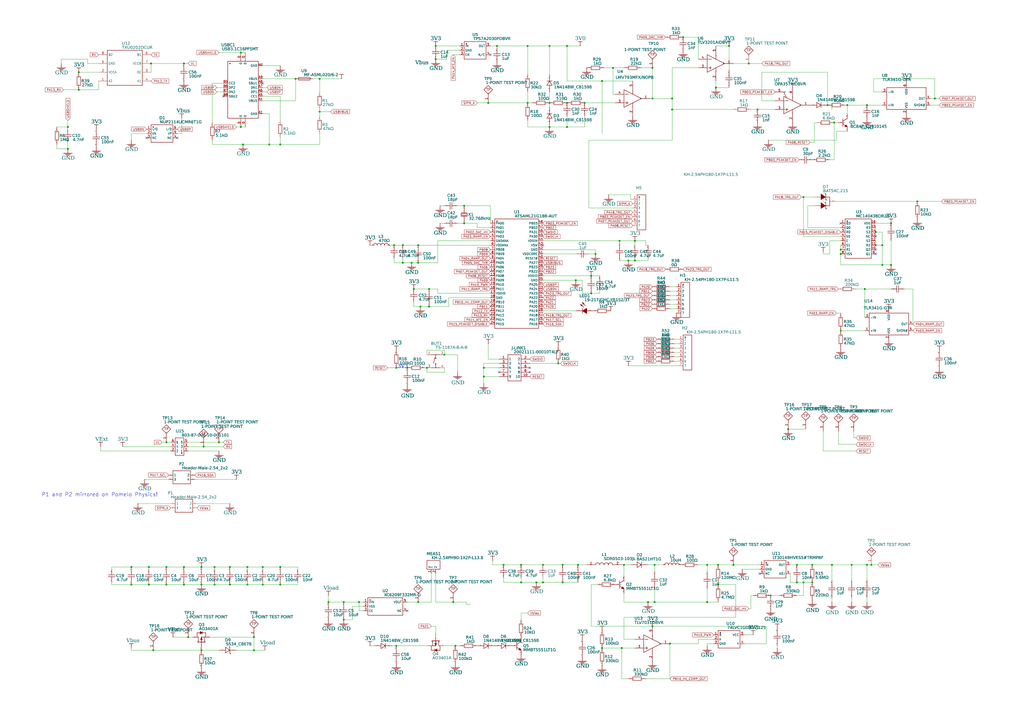
<source format=kicad_sch>
(kicad_sch (version 20250114) (generator "eeschema") (generator_version "9.0")
  (paper "A2")
  (title_block (date "2025-11-23"))
  (lib_symbols
    (symbol "0603B103K500NT"
      (property "Reference" "C22" (at 2.7178 0.8763 0))
      (property "Value" "10nF" (at 2.54 -1.4351 0))
      (symbol "0603B103K500NT_0_0"
        (pin input line (at 0 3.81 270) (length 2.54) (name "2") (number "2"))
        (pin input line (at 0 -3.81 90) (length 2.54) (name "1") (number "1"))
      )
    )
    (symbol "0603B103K500NT_1"
      (property "Reference" "C17" (at 2.7178 0.8763 0))
      (property "Value" "10nF" (at 2.54 -1.4351 0))
      (symbol "0603B103K500NT_1_0_0"
        (pin input line (at 0 3.81 270) (length 2.54) (name "2") (number "2"))
        (pin input line (at 0 -3.81 90) (length 2.54) (name "1") (number "1"))
      )
    )
    (symbol "0603B103K500NT_2"
      (property "Reference" "C2" (at 2.7178 0.8763 0))
      (property "Value" "10nF" (at 2.54 -1.4351 0))
      (symbol "0603B103K500NT_2_0_0"
        (pin input line (at 0 3.81 270) (length 2.54) (name "2") (number "2"))
        (pin input line (at 0 -3.81 90) (length 2.54) (name "1") (number "1"))
      )
    )
    (symbol "0603B472K500NT"
      (property "Reference" "C10" (at 2.54 0.8763 0))
      (property "Value" "4.7nF" (at 2.54 -1.4097 0))
      (symbol "0603B472K500NT_0_0"
        (pin input line (at 0 3.81 270) (length 2.54) (name "2") (number "2"))
        (pin input line (at 0 -3.81 90) (length 2.54) (name "1") (number "1"))
      )
    )
    (symbol "0603CG300J500NT"
      (property "Reference" "C9" (at -1.6256 6.8453 0))
      (property "Value" "30pF" (at -1.905 4.4831 0))
      (symbol "0603CG300J500NT_0_0"
        (pin input line (at -3.81 0 0) (length 2.54) (name "1") (number "1"))
        (pin input line (at 3.81 0 180) (length 2.54) (name "2") (number "2"))
      )
    )
    (symbol "0603WAF0000T5E"
      (property "Reference" "R38" (at -1.6256 5.7785 0))
      (property "Value" "0Ω" (at -1.9812 3.4671 0))
      (symbol "0603WAF0000T5E_0_0"
        (pin input line (at -5.08 0 0) (length 2.54) (name "1") (number "1"))
        (pin input line (at 5.08 0 180) (length 2.54) (name "2") (number "2"))
      )
    )
    (symbol "0603WAF1000T5E"
      (property "Reference" "R20" (at -1.651 5.7531 0))
      (property "Value" "100Ω" (at -1.905 3.4671 0))
      (symbol "0603WAF1000T5E_0_0"
        (pin input line (at -5.08 0 0) (length 2.54) (name "1") (number "1"))
        (pin input line (at 5.08 0 180) (length 2.54) (name "2") (number "2"))
      )
    )
    (symbol "0603WAF1000T5E_1"
      (property "Reference" "R28" (at -2.159 5.7023 0))
      (property "Value" "100Ω" (at -2.159 3.4671 0))
      (symbol "0603WAF1000T5E_1_0_0"
        (pin input line (at -5.08 0 0) (length 2.54) (name "2") (number "2"))
        (pin input line (at 5.08 0 180) (length 2.54) (name "1") (number "1"))
      )
    )
    (symbol "0603WAF1000T5E_2"
      (property "Reference" "R32" (at -1.651 5.7531 0))
      (property "Value" "100Ω" (at -1.905 3.4671 0))
      (symbol "0603WAF1000T5E_2_0_0"
        (pin input line (at -5.08 0 0) (length 2.54) (name "1") (number "1"))
        (pin input line (at 5.08 0 180) (length 2.54) (name "2") (number "2"))
      )
    )
    (symbol "0603WAF1000T5E_3"
      (property "Reference" "R10" (at -1.4986 5.7785 0))
      (property "Value" "100Ω" (at -1.4986 3.4671 0))
      (symbol "0603WAF1000T5E_3_0_0"
        (pin input line (at -5.08 0 0) (length 2.54) (name "1") (number "1"))
        (pin input line (at 5.08 0 180) (length 2.54) (name "2") (number "2"))
      )
    )
    (symbol "0603WAF1000T5E_4"
      (property "Reference" "R18" (at 1.524 0.8509 0))
      (property "Value" "100Ω" (at 1.524 -1.3843 0))
      (symbol "0603WAF1000T5E_4_0_0"
        (pin input line (at 0 5.08 270) (length 2.54) (name "2") (number "2"))
        (pin input line (at 0 -5.08 90) (length 2.54) (name "1") (number "1"))
      )
    )
    (symbol "0603WAF1001T5E"
      (property "Reference" "R17" (at -1.4986 5.7531 0))
      (property "Value" "1kΩ" (at -1.4986 3.4671 0))
      (symbol "0603WAF1001T5E_0_0"
        (pin input line (at -5.08 0 0) (length 2.54) (name "1") (number "1"))
        (pin input line (at 5.08 0 180) (length 2.54) (name "2") (number "2"))
      )
    )
    (symbol "0603WAF1001T5E_1"
      (property "Reference" "R9" (at -1.4986 5.7531 0))
      (property "Value" "1kΩ" (at -1.4986 3.4671 0))
      (symbol "0603WAF1001T5E_1_0_0"
        (pin input line (at -5.08 0 0) (length 2.54) (name "1") (number "1"))
        (pin input line (at 5.08 0 180) (length 2.54) (name "2") (number "2"))
      )
    )
    (symbol "0603WAF1001T5E_10"
      (property "Reference" "R52" (at -2.2606 5.7785 0))
      (property "Value" "1kΩ" (at -2.6162 3.4671 0))
      (symbol "0603WAF1001T5E_10_0_0"
        (pin input line (at -5.08 0 0) (length 2.54) (name "2") (number "2"))
        (pin input line (at 5.08 0 180) (length 2.54) (name "1") (number "1"))
      )
    )
    (symbol "0603WAF1001T5E_11"
      (property "Reference" "R44" (at -2.2606 5.7785 0))
      (property "Value" "1kΩ" (at -2.6162 3.4671 0))
      (symbol "0603WAF1001T5E_11_0_0"
        (pin input line (at -5.08 0 0) (length 2.54) (name "2") (number "2"))
        (pin input line (at 5.08 0 180) (length 2.54) (name "1") (number "1"))
      )
    )
    (symbol "0603WAF1001T5E_12"
      (property "Reference" "R48" (at -2.2606 5.7785 0))
      (property "Value" "1kΩ" (at -2.6162 3.4671 0))
      (symbol "0603WAF1001T5E_12_0_0"
        (pin input line (at -5.08 0 0) (length 2.54) (name "2") (number "2"))
        (pin input line (at 5.08 0 180) (length 2.54) (name "1") (number "1"))
      )
    )
    (symbol "0603WAF1001T5E_13"
      (property "Reference" "R43" (at -2.2606 5.7785 0))
      (property "Value" "1kΩ" (at -2.6162 3.4671 0))
      (symbol "0603WAF1001T5E_13_0_0"
        (pin input line (at -5.08 0 0) (length 2.54) (name "2") (number "2"))
        (pin input line (at 5.08 0 180) (length 2.54) (name "1") (number "1"))
      )
    )
    (symbol "0603WAF1001T5E_14"
      (property "Reference" "R47" (at -2.2606 5.7785 0))
      (property "Value" "1kΩ" (at -2.6162 3.4671 0))
      (symbol "0603WAF1001T5E_14_0_0"
        (pin input line (at -5.08 0 0) (length 2.54) (name "2") (number "2"))
        (pin input line (at 5.08 0 180) (length 2.54) (name "1") (number "1"))
      )
    )
    (symbol "0603WAF1001T5E_15"
      (property "Reference" "R49" (at -2.2606 5.7785 0))
      (property "Value" "1kΩ" (at -2.6162 3.4671 0))
      (symbol "0603WAF1001T5E_15_0_0"
        (pin input line (at -5.08 0 0) (length 2.54) (name "2") (number "2"))
        (pin input line (at 5.08 0 180) (length 2.54) (name "1") (number "1"))
      )
    )
    (symbol "0603WAF1001T5E_16"
      (property "Reference" "R54" (at -2.2606 5.7785 0))
      (property "Value" "1kΩ" (at -2.6162 3.4671 0))
      (symbol "0603WAF1001T5E_16_0_0"
        (pin input line (at -5.08 0 0) (length 2.54) (name "2") (number "2"))
        (pin input line (at 5.08 0 180) (length 2.54) (name "1") (number "1"))
      )
    )
    (symbol "0603WAF1001T5E_17"
      (property "Reference" "R53" (at -2.2606 5.7785 0))
      (property "Value" "1kΩ" (at -2.6162 3.4671 0))
      (symbol "0603WAF1001T5E_17_0_0"
        (pin input line (at -5.08 0 0) (length 2.54) (name "2") (number "2"))
        (pin input line (at 5.08 0 180) (length 2.54) (name "1") (number "1"))
      )
    )
    (symbol "0603WAF1001T5E_18"
      (property "Reference" "R50" (at -2.2606 5.7785 0))
      (property "Value" "1kΩ" (at -2.6162 3.4671 0))
      (symbol "0603WAF1001T5E_18_0_0"
        (pin input line (at -5.08 0 0) (length 2.54) (name "2") (number "2"))
        (pin input line (at 5.08 0 180) (length 2.54) (name "1") (number "1"))
      )
    )
    (symbol "0603WAF1001T5E_19"
      (property "Reference" "R51" (at -2.2606 5.7785 0))
      (property "Value" "1kΩ" (at -2.6162 3.4671 0))
      (symbol "0603WAF1001T5E_19_0_0"
        (pin input line (at -5.08 0 0) (length 2.54) (name "2") (number "2"))
        (pin input line (at 5.08 0 180) (length 2.54) (name "1") (number "1"))
      )
    )
    (symbol "0603WAF1001T5E_2"
      (property "Reference" "R29" (at -1.4986 5.7531 0))
      (property "Value" "1kΩ" (at -1.4986 3.4671 0))
      (symbol "0603WAF1001T5E_2_0_0"
        (pin input line (at -5.08 0 0) (length 2.54) (name "1") (number "1"))
        (pin input line (at 5.08 0 180) (length 2.54) (name "2") (number "2"))
      )
    )
    (symbol "0603WAF1001T5E_3"
      (property "Reference" "R30" (at -1.4986 5.7531 0))
      (property "Value" "1kΩ" (at -1.4986 3.4671 0))
      (symbol "0603WAF1001T5E_3_0_0"
        (pin input line (at -5.08 0 0) (length 2.54) (name "1") (number "1"))
        (pin input line (at 5.08 0 180) (length 2.54) (name "2") (number "2"))
      )
    )
    (symbol "0603WAF1001T5E_4"
      (property "Reference" "R33" (at -1.4986 5.7531 0))
      (property "Value" "1kΩ" (at -1.4986 3.4671 0))
      (symbol "0603WAF1001T5E_4_0_0"
        (pin input line (at -5.08 0 0) (length 2.54) (name "1") (number "1"))
        (pin input line (at 5.08 0 180) (length 2.54) (name "2") (number "2"))
      )
    )
    (symbol "0603WAF1001T5E_5"
      (property "Reference" "R4" (at -1.651 5.7531 0))
      (property "Value" "1kΩ" (at -1.905 3.4671 0))
      (symbol "0603WAF1001T5E_5_0_0"
        (pin input line (at -5.08 0 0) (length 2.54) (name "1") (number "1"))
        (pin input line (at 5.08 0 180) (length 2.54) (name "2") (number "2"))
      )
    )
    (symbol "0603WAF1001T5E_6"
      (property "Reference" "R40" (at 1.524 0.8763 0))
      (property "Value" "1kΩ" (at 1.524 -1.4097 0))
      (symbol "0603WAF1001T5E_6_0_0"
        (pin input line (at 0 5.08 270) (length 2.54) (name "2") (number "2"))
        (pin input line (at 0 -5.08 90) (length 2.54) (name "1") (number "1"))
      )
    )
    (symbol "0603WAF1001T5E_7"
      (property "Reference" "R41" (at -1.4986 5.7531 0))
      (property "Value" "1kΩ" (at -1.4986 3.4671 0))
      (symbol "0603WAF1001T5E_7_0_0"
        (pin input line (at -5.08 0 0) (length 2.54) (name "1") (number "1"))
        (pin input line (at 5.08 0 180) (length 2.54) (name "2") (number "2"))
      )
    )
    (symbol "0603WAF1001T5E_8"
      (property "Reference" "R46" (at -2.2606 5.7785 0))
      (property "Value" "1kΩ" (at -2.6162 3.4671 0))
      (symbol "0603WAF1001T5E_8_0_0"
        (pin input line (at -5.08 0 0) (length 2.54) (name "2") (number "2"))
        (pin input line (at 5.08 0 180) (length 2.54) (name "1") (number "1"))
      )
    )
    (symbol "0603WAF1001T5E_9"
      (property "Reference" "R45" (at -2.2606 5.7785 0))
      (property "Value" "1kΩ" (at -2.6162 3.4671 0))
      (symbol "0603WAF1001T5E_9_0_0"
        (pin input line (at -5.08 0 0) (length 2.54) (name "2") (number "2"))
        (pin input line (at 5.08 0 180) (length 2.54) (name "1") (number "1"))
      )
    )
    (symbol "0603WAF1002T5E"
      (property "Reference" "R23" (at 1.7018 0.8763 0))
      (property "Value" "10kΩ" (at 1.524 -1.4351 0))
      (symbol "0603WAF1002T5E_0_0"
        (pin input line (at 0 5.08 270) (length 2.54) (name "1") (number "1"))
        (pin input line (at 0 -5.08 90) (length 2.54) (name "2") (number "2"))
      )
    )
    (symbol "0603WAF1002T5E_1"
      (property "Reference" "R37" (at 1.524 0.8509 0))
      (property "Value" "10kΩ" (at 1.524 -1.3843 0))
      (symbol "0603WAF1002T5E_1_0_0"
        (pin input line (at 0 5.08 270) (length 2.54) (name "1") (number "1"))
        (pin input line (at 0 -5.08 90) (length 2.54) (name "2") (number "2"))
      )
    )
    (symbol "0603WAF1002T5E_2"
      (property "Reference" "R24" (at 1.524 0.8509 0))
      (property "Value" "10kΩ" (at 1.524 -1.3843 0))
      (symbol "0603WAF1002T5E_2_0_0"
        (pin input line (at 0 5.08 270) (length 2.54) (name "1") (number "1"))
        (pin input line (at 0 -5.08 90) (length 2.54) (name "2") (number "2"))
      )
    )
    (symbol "0603WAF1003T5E"
      (property "Reference" "R13" (at 1.7018 0.8763 0))
      (property "Value" "100kΩ" (at 1.524 -1.4351 0))
      (symbol "0603WAF1003T5E_0_0"
        (pin input line (at 0 5.08 270) (length 2.54) (name "2") (number "2"))
        (pin input line (at 0 -5.08 90) (length 2.54) (name "1") (number "1"))
      )
    )
    (symbol "0603WAF1003T5E_1"
      (property "Reference" "R16" (at 1.524 0.9017 0))
      (property "Value" "100kΩ" (at 1.524 -1.4097 0))
      (symbol "0603WAF1003T5E_1_0_0"
        (pin input line (at 0 5.08 270) (length 2.54) (name "2") (number "2"))
        (pin input line (at 0 -5.08 90) (length 2.54) (name "1") (number "1"))
      )
    )
    (symbol "0603WAF1003T5E_2"
      (property "Reference" "R42" (at 1.7018 0.8763 0))
      (property "Value" "100kΩ" (at 1.524 -1.4351 0))
      (symbol "0603WAF1003T5E_2_0_0"
        (pin input line (at 0 5.08 270) (length 2.54) (name "2") (number "2"))
        (pin input line (at 0 -5.08 90) (length 2.54) (name "1") (number "1"))
      )
    )
    (symbol "0603WAF1004T5E"
      (property "Reference" "R6" (at 1.524 0.8763 0))
      (property "Value" "1MΩ" (at 1.524 -1.4097 0))
      (symbol "0603WAF1004T5E_0_0"
        (pin input line (at 0 5.08 270) (length 2.54) (name "2") (number "2"))
        (pin input line (at 0 -5.08 90) (length 2.54) (name "1") (number "1"))
      )
    )
    (symbol "0603WAF2003T5E"
      (property "Reference" "R34" (at -1.4986 5.7531 0))
      (property "Value" "200kΩ" (at -1.4986 3.4671 0))
      (symbol "0603WAF2003T5E_0_0"
        (pin input line (at -5.08 0 0) (length 2.54) (name "1") (number "1"))
        (pin input line (at 5.08 0 180) (length 2.54) (name "2") (number "2"))
      )
    )
    (symbol "0603WAF2201T5E"
      (property "Reference" "R26" (at -1.651 5.7531 0))
      (property "Value" "2.2kΩ" (at -1.905 3.4671 0))
      (symbol "0603WAF2201T5E_0_0"
        (pin input line (at -5.08 0 0) (length 2.54) (name "1") (number "1"))
        (pin input line (at 5.08 0 180) (length 2.54) (name "2") (number "2"))
      )
    )
    (symbol "0603WAF2202T5E"
      (property "Reference" "R19" (at -1.4986 5.7531 0))
      (property "Value" "22kΩ" (at -1.4986 3.4671 0))
      (symbol "0603WAF2202T5E_0_0"
        (pin input line (at -5.08 0 0) (length 2.54) (name "1") (number "1"))
        (pin input line (at 5.08 0 180) (length 2.54) (name "2") (number "2"))
      )
    )
    (symbol "0603WAF2203T5E"
      (property "Reference" "R5" (at 1.524 0.8763 0))
      (property "Value" "220kΩ" (at 1.524 -1.4097 0))
      (symbol "0603WAF2203T5E_0_0"
        (pin input line (at 0 5.08 270) (length 2.54) (name "2") (number "2"))
        (pin input line (at 0 -5.08 90) (length 2.54) (name "1") (number "1"))
      )
    )
    (symbol "0603WAF2702T5E"
      (property "Reference" "R1" (at 1.524 0.8763 0))
      (property "Value" "27kΩ" (at 1.524 -1.4097 0))
      (symbol "0603WAF2702T5E_0_0"
        (pin input line (at 0 5.08 270) (length 2.54) (name "2") (number "2"))
        (pin input line (at 0 -5.08 90) (length 2.54) (name "1") (number "1"))
      )
    )
    (symbol "0603WAF2702T5E_1"
      (property "Reference" "R39" (at 1.524 0.8763 0))
      (property "Value" "27kΩ" (at 1.524 -1.4097 0))
      (symbol "0603WAF2702T5E_1_0_0"
        (pin input line (at 0 5.08 270) (length 2.54) (name "1") (number "1"))
        (pin input line (at 0 -5.08 90) (length 2.54) (name "2") (number "2"))
      )
    )
    (symbol "0603WAF3002T5E"
      (property "Reference" "R22" (at 1.524 0.8763 0))
      (property "Value" "30kΩ" (at 1.524 -1.4097 0))
      (symbol "0603WAF3002T5E_0_0"
        (pin input line (at 0 5.08 270) (length 2.54) (name "2") (number "2"))
        (pin input line (at 0 -5.08 90) (length 2.54) (name "1") (number "1"))
      )
    )
    (symbol "0603WAF3303T5E"
      (property "Reference" "R11" (at -2.0828 5.7531 0))
      (property "Value" "330kΩ" (at -2.0828 3.4671 0))
      (symbol "0603WAF3303T5E_0_0"
        (pin input line (at -5.08 0 0) (length 2.54) (name "2") (number "2"))
        (pin input line (at 5.08 0 180) (length 2.54) (name "1") (number "1"))
      )
    )
    (symbol "0603WAF3303T5E_1"
      (property "Reference" "R12" (at 1.524 0.8763 0))
      (property "Value" "330kΩ" (at 1.524 -1.4097 0))
      (symbol "0603WAF3303T5E_1_0_0"
        (pin input line (at 0 5.08 270) (length 2.54) (name "2") (number "2"))
        (pin input line (at 0 -5.08 90) (length 2.54) (name "1") (number "1"))
      )
    )
    (symbol "0603WAF3303T5E_2"
      (property "Reference" "R8" (at -1.4986 5.7023 0))
      (property "Value" "330kΩ" (at -1.4986 3.4671 0))
      (symbol "0603WAF3303T5E_2_0_0"
        (pin input line (at -5.08 0 0) (length 2.54) (name "1") (number "1"))
        (pin input line (at 5.08 0 180) (length 2.54) (name "2") (number "2"))
      )
    )
    (symbol "0603WAF4702T5E"
      (property "Reference" "R3" (at 1.524 0.8509 0))
      (property "Value" "47kΩ" (at 1.524 -1.3843 0))
      (symbol "0603WAF4702T5E_0_0"
        (pin input line (at 0 5.08 270) (length 2.54) (name "2") (number "2"))
        (pin input line (at 0 -5.08 90) (length 2.54) (name "1") (number "1"))
      )
    )
    (symbol "0603WAF4702T5E_1"
      (property "Reference" "R35" (at 1.778 0.9271 0))
      (property "Value" "47kΩ" (at 1.524 -1.3589 0))
      (symbol "0603WAF4702T5E_1_0_0"
        (pin input line (at 0 5.08 270) (length 2.54) (name "2") (number "2"))
        (pin input line (at 0 -5.08 90) (length 2.54) (name "1") (number "1"))
      )
    )
    (symbol "0603WAF4702T5E_2"
      (property "Reference" "R36" (at 1.778 0.9271 0))
      (property "Value" "47kΩ" (at 1.524 -1.3589 0))
      (symbol "0603WAF4702T5E_2_0_0"
        (pin input line (at 0 5.08 270) (length 2.54) (name "2") (number "2"))
        (pin input line (at 0 -5.08 90) (length 2.54) (name "1") (number "1"))
      )
    )
    (symbol "0603WAF4704T5E"
      (property "Reference" "R25" (at 1.7018 0.8763 0))
      (property "Value" "4.7MΩ" (at 1.524 -1.4351 0))
      (symbol "0603WAF4704T5E_0_0"
        (pin input line (at 0 5.08 270) (length 2.54) (name "2") (number "2"))
        (pin input line (at 0 -5.08 90) (length 2.54) (name "1") (number "1"))
      )
    )
    (symbol "0603WAF4704T5E_1"
      (property "Reference" "R14" (at 1.7018 0.8763 0))
      (property "Value" "120MΩ" (at 1.524 -1.4351 0))
      (symbol "0603WAF4704T5E_1_0_0"
        (pin input line (at 0 5.08 270) (length 2.54) (name "2") (number "2"))
        (pin input line (at 0 -5.08 90) (length 2.54) (name "1") (number "1"))
      )
    )
    (symbol "0603WAF5100T5E"
      (property "Reference" "R31" (at -1.4986 5.7531 0))
      (property "Value" "510Ω" (at -1.4986 3.4671 0))
      (symbol "0603WAF5100T5E_0_0"
        (pin input line (at -5.08 0 0) (length 2.54) (name "1") (number "1"))
        (pin input line (at 5.08 0 180) (length 2.54) (name "2") (number "2"))
      )
    )
    (symbol "0603WAF5101T5E"
      (property "Reference" "R2" (at 1.7018 0.8763 0))
      (property "Value" "5.1kΩ" (at 1.524 -1.4351 0))
      (symbol "0603WAF5101T5E_0_0"
        (pin input line (at 0 5.08 270) (length 2.54) (name "2") (number "2"))
        (pin input line (at 0 -5.08 90) (length 2.54) (name "1") (number "1"))
      )
    )
    (symbol "0603WAF5101T5E_1"
      (property "Reference" "R7" (at 1.524 0.8763 0))
      (property "Value" "5.1kΩ" (at 1.524 -1.4097 0))
      (symbol "0603WAF5101T5E_1_0_0"
        (pin input line (at 0 5.08 270) (length 2.54) (name "2") (number "2"))
        (pin input line (at 0 -5.08 90) (length 2.54) (name "1") (number "1"))
      )
    )
    (symbol "0603WAF5604T5E"
      (property "Reference" "R15" (at 1.778 0.9271 0))
      (property "Value" "5.6MΩ" (at 1.524 -1.3589 0))
      (symbol "0603WAF5604T5E_0_0"
        (pin input line (at 0 5.08 270) (length 2.54) (name "2") (number "2"))
        (pin input line (at 0 -5.08 90) (length 2.54) (name "1") (number "1"))
      )
    )
    (symbol "0603WAF6801T5E"
      (property "Reference" "R21" (at -1.6256 5.8293 0))
      (property "Value" "6.8kΩ" (at -1.905 3.4671 0))
      (symbol "0603WAF6801T5E_0_0"
        (pin input line (at -5.08 0 0) (length 2.54) (name "1") (number "1"))
        (pin input line (at 5.08 0 180) (length 2.54) (name "2") (number "2"))
      )
    )
    (symbol "0603WAF6801T5E_1"
      (property "Reference" "R27" (at -1.651 5.7531 0))
      (property "Value" "6.8kΩ" (at -1.905 3.4671 0))
      (symbol "0603WAF6801T5E_1_0_0"
        (pin input line (at -5.08 0 0) (length 2.54) (name "1") (number "1"))
        (pin input line (at 5.08 0 180) (length 2.54) (name "2") (number "2"))
      )
    )
    (symbol "08051C105KAT2A"
      (property "Reference" "C28" (at 2.7178 0.8763 0))
      (property "Value" "1uF" (at 2.54 -1.4351 0))
      (symbol "08051C105KAT2A_0_0"
        (pin unspecified line (at 0 5.08 270) (length 2.54) (name "2") (number "2"))
        (pin unspecified line (at 0 -5.08 90) (length 2.54) (name "1") (number "1"))
      )
    )
    (symbol "08051C105KAT2A_1"
      (property "Reference" "C25" (at 2.7178 0.8763 0))
      (property "Value" "1uF" (at 2.54 -1.4351 0))
      (symbol "08051C105KAT2A_1_0_0"
        (pin unspecified line (at 0 5.08 270) (length 2.54) (name "2") (number "2"))
        (pin unspecified line (at 0 -5.08 90) (length 2.54) (name "1") (number "1"))
      )
    )
    (symbol "08051C105KAT2A_2"
      (property "Reference" "C31" (at 2.7178 0.8763 0))
      (property "Value" "1uF" (at 2.54 -1.4351 0))
      (symbol "08051C105KAT2A_2_0_0"
        (pin unspecified line (at 0 5.08 270) (length 2.54) (name "2") (number "2"))
        (pin unspecified line (at 0 -5.08 90) (length 2.54) (name "1") (number "1"))
      )
    )
    (symbol "1-POINT TEST POINT"
      (property "Reference" "TP1" (at -2.286 11.0871 0))
      (property "Value" "1-POINT TEST POINT" (at -2.794 8.8011 0))
      (symbol "1-POINT TEST POINT_0_0"
        (text "TP" (at -1.3208 4.7688 0) (effects (font (size 1.5684 1.5684)) (justify left top)))
        (pin unspecified line (at 0 -3.81 90) (length 5.08) (name "1") (number "1"))
      )
    )
    (symbol "1-POINT TEST POINT_1"
      (property "Reference" "TP2" (at -2.286 11.0871 0))
      (property "Value" "1-POINT TEST POINT" (at -2.794 8.8011 0))
      (symbol "1-POINT TEST POINT_1_0_0"
        (text "TP" (at -1.3208 4.7688 0) (effects (font (size 1.5684 1.5684)) (justify left top)))
        (pin unspecified line (at 0 -3.81 90) (length 5.08) (name "1") (number "1"))
      )
    )
    (symbol "1-POINT TEST POINT_10"
      (property "Reference" "TP13" (at -2.286 11.0871 0))
      (property "Value" "1-POINT TEST POINT" (at -2.794 8.8011 0))
      (symbol "1-POINT TEST POINT_10_0_0"
        (text "TP" (at -1.3208 4.7688 0) (effects (font (size 1.5684 1.5684)) (justify left top)))
        (pin unspecified line (at 0 -3.81 90) (length 5.08) (name "1") (number "1"))
      )
    )
    (symbol "1-POINT TEST POINT_11"
      (property "Reference" "TP14" (at -2.286 11.0871 0))
      (property "Value" "1-POINT TEST POINT" (at -2.794 8.8011 0))
      (symbol "1-POINT TEST POINT_11_0_0"
        (text "TP" (at -1.2954 4.7688 0) (effects (font (size 1.5684 1.5684)) (justify left top)))
        (pin unspecified line (at 0 -3.81 90) (length 5.08) (name "1") (number "1"))
      )
    )
    (symbol "1-POINT TEST POINT_12"
      (property "Reference" "TP15" (at -2.286 11.0871 0))
      (property "Value" "1-POINT TEST POINT" (at -2.794 8.8011 0))
      (symbol "1-POINT TEST POINT_12_0_0"
        (text "TP" (at -1.2954 4.7688 0) (effects (font (size 1.5684 1.5684)) (justify left top)))
        (pin unspecified line (at 0 -3.81 90) (length 5.08) (name "1") (number "1"))
      )
    )
    (symbol "1-POINT TEST POINT_13"
      (property "Reference" "TP16" (at -2.286 11.0871 0))
      (property "Value" "1-POINT TEST POINT" (at -2.794 8.8011 0))
      (symbol "1-POINT TEST POINT_13_0_0"
        (text "TP" (at -1.3208 4.7688 0) (effects (font (size 1.5684 1.5684)) (justify left top)))
        (pin unspecified line (at 0 -3.81 90) (length 5.08) (name "1") (number "1"))
      )
    )
    (symbol "1-POINT TEST POINT_14"
      (property "Reference" "TP17" (at -2.286 11.0871 0))
      (property "Value" "1-POINT TEST POINT" (at -2.794 8.8011 0))
      (symbol "1-POINT TEST POINT_14_0_0"
        (text "TP" (at -1.3208 4.7688 0) (effects (font (size 1.5684 1.5684)) (justify left top)))
        (pin unspecified line (at 0 -3.81 90) (length 5.08) (name "1") (number "1"))
      )
    )
    (symbol "1-POINT TEST POINT_15"
      (property "Reference" "TP12" (at -2.286 11.0871 0))
      (property "Value" "1-POINT TEST POINT" (at -2.794 8.8011 0))
      (symbol "1-POINT TEST POINT_15_0_0"
        (text "TP" (at -1.2954 4.7688 0) (effects (font (size 1.5684 1.5684)) (justify left top)))
        (pin unspecified line (at 0 -3.81 90) (length 5.08) (name "1") (number "1"))
      )
    )
    (symbol "1-POINT TEST POINT_16"
      (property "Reference" "TP8" (at -2.286 11.0871 0))
      (property "Value" "1-POINT TEST POINT" (at -2.794 8.8011 0))
      (symbol "1-POINT TEST POINT_16_0_0"
        (text "TP" (at -1.2954 4.7688 0) (effects (font (size 1.5684 1.5684)) (justify left top)))
        (pin unspecified line (at 0 -3.81 90) (length 5.08) (name "1") (number "1"))
      )
    )
    (symbol "1-POINT TEST POINT_17"
      (property "Reference" "TP18" (at -2.286 11.0871 0))
      (property "Value" "1-POINT TEST POINT" (at -2.794 8.8011 0))
      (symbol "1-POINT TEST POINT_17_0_0"
        (text "TP" (at -1.2954 4.7688 0) (effects (font (size 1.5684 1.5684)) (justify left top)))
        (pin unspecified line (at 0 -3.81 90) (length 5.08) (name "1") (number "1"))
      )
    )
    (symbol "1-POINT TEST POINT_2"
      (property "Reference" "TP3" (at -2.286 11.0871 0))
      (property "Value" "1-POINT TEST POINT" (at -2.794 8.8011 0))
      (symbol "1-POINT TEST POINT_2_0_0"
        (text "TP" (at -1.3208 4.7688 0) (effects (font (size 1.5684 1.5684)) (justify left top)))
        (pin unspecified line (at 0 -3.81 90) (length 5.08) (name "1") (number "1"))
      )
    )
    (symbol "1-POINT TEST POINT_3"
      (property "Reference" "TP4" (at -2.286 11.0871 0))
      (property "Value" "1-POINT TEST POINT" (at -2.794 8.8011 0))
      (symbol "1-POINT TEST POINT_3_0_0"
        (text "TP" (at -1.3208 4.7688 0) (effects (font (size 1.5684 1.5684)) (justify left top)))
        (pin unspecified line (at 0 -3.81 90) (length 5.08) (name "1") (number "1"))
      )
    )
    (symbol "1-POINT TEST POINT_4"
      (property "Reference" "TP5" (at -2.286 11.0871 0))
      (property "Value" "1-POINT TEST POINT" (at -2.794 8.8011 0))
      (symbol "1-POINT TEST POINT_4_0_0"
        (text "TP" (at -1.3208 4.7688 0) (effects (font (size 1.5684 1.5684)) (justify left top)))
        (pin unspecified line (at 0 -3.81 90) (length 5.08) (name "1") (number "1"))
      )
    )
    (symbol "1-POINT TEST POINT_5"
      (property "Reference" "TP6" (at -2.286 11.0871 0))
      (property "Value" "1-POINT TEST POINT" (at -2.794 8.8011 0))
      (symbol "1-POINT TEST POINT_5_0_0"
        (text "TP" (at -1.2954 4.7688 0) (effects (font (size 1.5684 1.5684)) (justify left top)))
        (pin unspecified line (at 0 -3.81 90) (length 5.08) (name "1") (number "1"))
      )
    )
    (symbol "1-POINT TEST POINT_6"
      (property "Reference" "TP7" (at -2.286 11.0871 0))
      (property "Value" "1-POINT TEST POINT" (at -2.794 8.8011 0))
      (symbol "1-POINT TEST POINT_6_0_0"
        (text "TP" (at -1.3208 4.7688 0) (effects (font (size 1.5684 1.5684)) (justify left top)))
        (pin unspecified line (at 0 -3.81 90) (length 5.08) (name "1") (number "1"))
      )
    )
    (symbol "1-POINT TEST POINT_7"
      (property "Reference" "TP9" (at -2.286 11.0871 0))
      (property "Value" "1-POINT TEST POINT" (at -2.794 8.8011 0))
      (symbol "1-POINT TEST POINT_7_0_0"
        (text "TP" (at -1.2954 4.7688 0) (effects (font (size 1.5684 1.5684)) (justify left top)))
        (pin unspecified line (at 0 -3.81 90) (length 5.08) (name "1") (number "1"))
      )
    )
    (symbol "1-POINT TEST POINT_8"
      (property "Reference" "TP10" (at -2.286 11.0871 0))
      (property "Value" "1-POINT TEST POINT" (at -2.794 8.8011 0))
      (symbol "1-POINT TEST POINT_8_0_0"
        (text "TP" (at -1.3208 4.7688 0) (effects (font (size 1.5684 1.5684)) (justify left top)))
        (pin unspecified line (at 0 -3.81 90) (length 5.08) (name "1") (number "1"))
      )
    )
    (symbol "1-POINT TEST POINT_9"
      (property "Reference" "TP11" (at -2.286 11.0871 0))
      (property "Value" "1-POINT TEST POINT" (at -2.794 8.8011 0))
      (symbol "1-POINT TEST POINT_9_0_0"
        (text "TP" (at -1.3208 4.7688 0) (effects (font (size 1.5684 1.5684)) (justify left top)))
        (pin unspecified line (at 0 -3.81 90) (length 5.08) (name "1") (number "1"))
      )
    )
    (symbol "12062C103KAT2A"
      (property "Reference" "C8" (at 2.7178 0.8763 0))
      (property "Value" "10nF" (at 2.54 -1.4351 0))
      (symbol "12062C103KAT2A_0_0"
        (pin unspecified line (at 0 5.08 270) (length 2.54) (name "2") (number "2"))
        (pin unspecified line (at 0 -5.08 90) (length 2.54) (name "1") (number "1"))
      )
    )
    (symbol "1206B475K500NT"
      (property "Reference" "C20" (at 2.54 0.8763 0))
      (property "Value" "4.7uF" (at 2.54 -1.4097 0))
      (symbol "1206B475K500NT_0_0"
        (pin input line (at 0 3.81 270) (length 2.54) (name "2") (number "2"))
        (pin input line (at 0 -3.81 90) (length 2.54) (name "1") (number "1"))
      )
    )
    (symbol "1206B475K500NT_1"
      (property "Reference" "C19" (at 2.54 0.8763 0))
      (property "Value" "4.7uF" (at 2.54 -1.4097 0))
      (symbol "1206B475K500NT_1_0_0"
        (pin input line (at 0 3.81 270) (length 2.54) (name "2") (number "2"))
        (pin input line (at 0 -3.81 90) (length 2.54) (name "1") (number "1"))
      )
    )
    (symbol "1206B475K500NT_2"
      (property "Reference" "C39" (at 2.54 0.8763 0))
      (property "Value" "4.7uF" (at 2.54 -1.4097 0))
      (symbol "1206B475K500NT_2_0_0"
        (pin input line (at 0 3.81 270) (length 2.54) (name "2") (number "2"))
        (pin input line (at 0 -3.81 90) (length 2.54) (name "1") (number "1"))
      )
    )
    (symbol "1206B475K500NT_3"
      (property "Reference" "C38" (at 2.54 0.8763 0))
      (property "Value" "4.7uF" (at 2.54 -1.4097 0))
      (symbol "1206B475K500NT_3_0_0"
        (pin input line (at 0 3.81 270) (length 2.54) (name "2") (number "2"))
        (pin input line (at 0 -3.81 90) (length 2.54) (name "1") (number "1"))
      )
    )
    (symbol "1206B475K500NT_4"
      (property "Reference" "C3" (at 2.54 0.8763 0))
      (property "Value" "4.7uF" (at 2.54 -1.4097 0))
      (symbol "1206B475K500NT_4_0_0"
        (pin input line (at 0 3.81 270) (length 2.54) (name "2") (number "2"))
        (pin input line (at 0 -3.81 90) (length 2.54) (name "1") (number "1"))
      )
    )
    (symbol "19-217/GHC-YR1S2/3T"
      (property "Reference" "LED1" (at -2.9464 9.5631 0))
      (property "Value" "19-217/GHC-YR1S2/3T" (at -2.9464 7.2771 0))
      (symbol "19-217/GHC-YR1S2/3T_0_0"
        (pin input line (at -5.08 0 0) (length 3.81) (name "C") (number "1"))
        (pin input line (at 5.08 0 180) (length 3.81) (name "A") (number "2"))
      )
    )
    (symbol "1N4148W_C81598"
      (property "Reference" "D4" (at -1.4986 6.2865 0))
      (property "Value" "1N4148W_C81598" (at -1.4986 3.9751 0))
      (symbol "1N4148W_C81598_0_0"
        (pin unspecified line (at -5.08 0 0) (length 3.81) (name "A") (number "2"))
        (pin unspecified line (at 5.08 0 180) (length 3.81) (name "K") (number "1"))
      )
    )
    (symbol "1N4148W_C81598_1"
      (property "Reference" "D3" (at 2.286 0.9271 0))
      (property "Value" "1N4148W_C81598" (at 2.032 -1.3589 0))
      (symbol "1N4148W_C81598_1_0_0"
        (pin unspecified line (at 0 5.08 270) (length 3.81) (name "K") (number "1"))
        (pin unspecified line (at 0 -5.08 90) (length 3.81) (name "A") (number "2"))
      )
    )
    (symbol "1N4148W_C81598_2"
      (property "Reference" "D5" (at 2.286 0.9271 0))
      (property "Value" "1N4148W_C81598" (at 2.032 -1.3589 0))
      (symbol "1N4148W_C81598_2_0_0"
        (pin unspecified line (at 0 5.08 270) (length 3.81) (name "K") (number "1"))
        (pin unspecified line (at 0 -5.08 90) (length 3.81) (name "A") (number "2"))
      )
    )
    (symbol "1N4148W_C81598_3"
      (property "Reference" "D6" (at -1.6764 6.2611 0))
      (property "Value" "1N4148W_C81598" (at -2.032 3.9751 0))
      (symbol "1N4148W_C81598_3_0_0"
        (pin unspecified line (at -5.08 0 0) (length 3.81) (name "A") (number "2"))
        (pin unspecified line (at 5.08 0 180) (length 3.81) (name "K") (number "1"))
      )
    )
    (symbol "1N4148W_C81598_4"
      (property "Reference" "D8" (at -1.6764 6.2611 0))
      (property "Value" "1N4148W_C81598" (at -2.032 3.9751 0))
      (symbol "1N4148W_C81598_4_0_0"
        (pin unspecified line (at -5.08 0 0) (length 3.81) (name "A") (number "2"))
        (pin unspecified line (at 5.08 0 180) (length 3.81) (name "K") (number "1"))
      )
    )
    (symbol "1N4148W_C81598_5"
      (property "Reference" "D10" (at -1.6764 6.2611 0))
      (property "Value" "1N4148W_C81598" (at -2.032 3.9751 0))
      (symbol "1N4148W_C81598_5_0_0"
        (pin unspecified line (at -5.08 0 0) (length 3.81) (name "A") (number "2"))
        (pin unspecified line (at 5.08 0 180) (length 3.81) (name "K") (number "1"))
      )
    )
    (symbol "20021111-00010T4LF"
      (property "Reference" "J-LINK1" (at -1.651 12.3571 0))
      (property "Value" "20021111-00010T4LF" (at -1.905 10.0711 0))
      (symbol "20021111-00010T4LF_0_0"
        (pin unspecified line (at -8.89 5.08 0) (length 5.08) (name "1") (number "1"))
        (pin unspecified line (at -8.89 2.54 0) (length 5.08) (name "3") (number "3"))
        (pin unspecified line (at -8.89 0 0) (length 5.08) (name "5") (number "5"))
        (pin unspecified line (at -8.89 -2.54 0) (length 5.08) (name "7") (number "7"))
        (pin unspecified line (at -8.89 -5.08 0) (length 5.08) (name "9") (number "9"))
        (pin unspecified line (at 8.89 5.08 180) (length 5.08) (name "2") (number "2"))
        (pin unspecified line (at 8.89 2.54 180) (length 5.08) (name "4") (number "4"))
        (pin unspecified line (at 8.89 0 180) (length 5.08) (name "6") (number "6"))
        (pin unspecified line (at 8.89 -2.54 180) (length 5.08) (name "8") (number "8"))
        (pin unspecified line (at 8.89 -5.08 180) (length 5.08) (name "10") (number "10"))
      )
    )
    (symbol "3V0" (power) (pin_numbers (hide yes)) (pin_names (hide yes))
      (property "Value" "3V0" (at 0 -3.81 0))
      (symbol "3V0_0_0"
        (pin power_in line (at 0 0 270) (length 0) (name "3V0") (number "1"))
      )
    )
    (symbol "3V3" (power) (pin_numbers (hide yes)) (pin_names (hide yes))
      (property "Value" "3V3" (at 0 -3.81 0))
      (symbol "3V3_0_0"
        (pin power_in line (at 0 0 270) (length 0) (name "3V3") (number "1"))
      )
    )
    (symbol "74LVC1G08GV,125"
      (property "Reference" "U10" (at -1.4986 9.9441 0))
      (property "Value" "74LVC1G08GV,125" (at -1.4986 7.6581 0))
      (symbol "74LVC1G08GV,125_0_0"
        (pin unspecified line (at -8.89 2.54 0) (length 2.54) (name "B") (number "1"))
        (pin unspecified line (at -8.89 0 0) (length 2.54) (name "A") (number "2"))
        (pin unspecified line (at -8.89 -2.54 0) (length 2.54) (name "GND") (number "3"))
        (pin unspecified line (at 8.89 2.54 180) (length 2.54) (name "VCC") (number "5"))
        (pin unspecified line (at 8.89 -2.54 180) (length 2.54) (name "Y") (number "4"))
      )
    )
    (symbol "803-87-006-10-001101"
      (property "Reference" "U15" (at -2.159 9.8171 0))
      (property "Value" "803-87-006-10-001101" (at -2.159 7.5311 0))
      (symbol "803-87-006-10-001101_0_0"
        (pin unspecified line (at -5.08 2.54 0) (length 2.54) (name "6") (number "6"))
        (pin unspecified line (at -5.08 0 0) (length 2.54) (name "4") (number "4"))
        (pin unspecified line (at -5.08 -2.54 0) (length 2.54) (name "2") (number "2"))
        (pin unspecified line (at 5.08 2.54 180) (length 2.54) (name "5") (number "5"))
        (pin unspecified line (at 5.08 0 180) (length 2.54) (name "3") (number "3"))
        (pin unspecified line (at 5.08 -2.54 180) (length 2.54) (name "1") (number "1"))
      )
    )
    (symbol "AO3401A"
      (property "Reference" "Q3" (at -1.5748 10.5791 0))
      (property "Value" "AO3401A" (at -1.5748 8.2931 0))
      (symbol "AO3401A_0_0"
        (pin unspecified line (at -5.08 2.54 0) (length 2.54) (name "D") (number "3"))
        (pin unspecified line (at 0 -5.08 90) (length 2.54) (name "G") (number "1"))
        (pin unspecified line (at 5.08 2.54 180) (length 2.54) (name "S") (number "2"))
      )
    )
    (symbol "AO3401A_1"
      (property "Reference" "Q4" (at -1.778 -6.3373 0))
      (property "Value" "AO3401A" (at -2.1082 -8.6233 0))
      (symbol "AO3401A_1_0_0"
        (pin unspecified line (at -5.08 -2.54 0) (length 2.54) (name "S") (number "2"))
        (pin unspecified line (at 0 5.08 270) (length 2.54) (name "G") (number "1"))
        (pin unspecified line (at 5.08 -2.54 180) (length 2.54) (name "D") (number "3"))
      )
    )
    (symbol "ATSAML21G18B-AUT"
      (property "Reference" "U1" (at -1.4732 36.6395 0))
      (property "Value" "ATSAML21G18B-AUT" (at -1.778 34.2773 0))
      (symbol "ATSAML21G18B-AUT_0_0"
        (pin unspecified line (at -15.24 29.21 0) (length 2.54) (name "PA00") (number "1"))
        (pin unspecified line (at -15.24 26.67 0) (length 2.54) (name "PA01") (number "2"))
        (pin unspecified line (at -15.24 24.13 0) (length 2.54) (name "PA02") (number "3"))
        (pin unspecified line (at -15.24 21.59 0) (length 2.54) (name "PA03") (number "4"))
        (pin unspecified line (at -15.24 19.05 0) (length 2.54) (name "GNDANA") (number "5"))
        (pin unspecified line (at -15.24 16.51 0) (length 2.54) (name "VDDANA") (number "6"))
        (pin unspecified line (at -15.24 13.97 0) (length 2.54) (name "PB08") (number "7"))
        (pin unspecified line (at -15.24 11.43 0) (length 2.54) (name "PB09") (number "8"))
        (pin unspecified line (at -15.24 8.89 0) (length 2.54) (name "PA04") (number "9"))
        (pin unspecified line (at -15.24 6.35 0) (length 2.54) (name "PA05") (number "10"))
        (pin unspecified line (at -15.24 3.81 0) (length 2.54) (name "PA06") (number "11"))
        (pin unspecified line (at -15.24 1.27 0) (length 2.54) (name "PA07") (number "12"))
        (pin unspecified line (at -15.24 -1.27 0) (length 2.54) (name "PA08") (number "13"))
        (pin unspecified line (at -15.24 -3.81 0) (length 2.54) (name "PA09") (number "14"))
        (pin unspecified line (at -15.24 -6.35 0) (length 2.54) (name "PA10") (number "15"))
        (pin unspecified line (at -15.24 -8.89 0) (length 2.54) (name "PA11") (number "16"))
        (pin unspecified line (at -15.24 -11.43 0) (length 2.54) (name "VDDIO") (number "17"))
        (pin unspecified line (at -15.24 -13.97 0) (length 2.54) (name "GND") (number "18"))
        (pin unspecified line (at -15.24 -16.51 0) (length 2.54) (name "PB10") (number "19"))
        (pin unspecified line (at -15.24 -19.05 0) (length 2.54) (name "PB11") (number "20"))
        (pin unspecified line (at -15.24 -21.59 0) (length 2.54) (name "PA12") (number "21"))
        (pin unspecified line (at -15.24 -24.13 0) (length 2.54) (name "PA13") (number "22"))
        (pin unspecified line (at -15.24 -26.67 0) (length 2.54) (name "PA14") (number "23"))
        (pin unspecified line (at -15.24 -29.21 0) (length 2.54) (name "PA15") (number "24"))
        (pin unspecified line (at 15.24 29.21 180) (length 2.54) (name "PB03") (number "48"))
        (pin unspecified line (at 15.24 26.67 180) (length 2.54) (name "PB02") (number "47"))
        (pin unspecified line (at 15.24 24.13 180) (length 2.54) (name "PA31") (number "46"))
        (pin unspecified line (at 15.24 21.59 180) (length 2.54) (name "PA30") (number "45"))
        (pin unspecified line (at 15.24 19.05 180) (length 2.54) (name "VDDIN") (number "44"))
        (pin unspecified line (at 15.24 16.51 180) (length 2.54) (name "VSW") (number "43"))
        (pin unspecified line (at 15.24 13.97 180) (length 2.54) (name "GND") (number "42"))
        (pin unspecified line (at 15.24 11.43 180) (length 2.54) (name "VDDCORE") (number "41"))
        (pin unspecified line (at 15.24 8.89 180) (length 2.54) (name "RESET#") (number "40"))
        (pin unspecified line (at 15.24 6.35 180) (length 2.54) (name "PA27") (number "39"))
        (pin unspecified line (at 15.24 3.81 180) (length 2.54) (name "PB23") (number "38"))
        (pin unspecified line (at 15.24 1.27 180) (length 2.54) (name "PB22") (number "37"))
        (pin unspecified line (at 15.24 -1.27 180) (length 2.54) (name "VDDIO") (number "36"))
        (pin unspecified line (at 15.24 -3.81 180) (length 2.54) (name "GND") (number "35"))
        (pin unspecified line (at 15.24 -6.35 180) (length 2.54) (name "PA25") (number "34"))
        (pin unspecified line (at 15.24 -8.89 180) (length 2.54) (name "PA24") (number "33"))
        (pin unspecified line (at 15.24 -11.43 180) (length 2.54) (name "PA23") (number "32"))
        (pin unspecified line (at 15.24 -13.97 180) (length 2.54) (name "PA22") (number "31"))
        (pin unspecified line (at 15.24 -16.51 180) (length 2.54) (name "PA21") (number "30"))
        (pin unspecified line (at 15.24 -19.05 180) (length 2.54) (name "PA20") (number "29"))
        (pin unspecified line (at 15.24 -21.59 180) (length 2.54) (name "PA19") (number "28"))
        (pin unspecified line (at 15.24 -24.13 180) (length 2.54) (name "PA18") (number "27"))
        (pin unspecified line (at 15.24 -26.67 180) (length 2.54) (name "PA17") (number "26"))
        (pin unspecified line (at 15.24 -29.21 180) (length 2.54) (name "PA16") (number "25"))
      )
    )
    (symbol "BAS21HT1G"
      (property "Reference" "D2" (at -1.524 6.5405 0))
      (property "Value" "BAS21HT1G" (at -1.7018 4.2291 0))
      (symbol "BAS21HT1G_0_0"
        (pin unspecified line (at -5.08 0 0) (length 3.81) (name "A") (number "2"))
        (pin unspecified line (at 5.08 0 180) (length 3.81) (name "C") (number "1"))
      )
    )
    (symbol "BAT54C,215"
      (property "Reference" "D7" (at -1.524 9.3345 0))
      (property "Value" "BAT54C,215" (at -1.7018 7.0231 0))
      (symbol "BAT54C,215_0_0"
        (pin unspecified line (at -6.35 2.54 0) (length 3.81) (name "A") (number "1"))
        (pin unspecified line (at -6.35 -2.54 0) (length 3.81) (name "A") (number "2"))
        (pin unspecified line (at 6.35 0 180) (length 3.81) (name "K") (number "3"))
      )
    )
    (symbol "BC847_C2910145"
      (property "Reference" "Q1" (at 1.27 0.9271 0))
      (property "Value" "BC847_C2910145" (at 1.016 -1.3589 0))
      (symbol "BC847_C2910145_0_0"
        (pin input line (at -5.08 0 0) (length 2.54) (name "B") (number "1"))
        (pin input line (at 0 5.08 270) (length 2.54) (name "C") (number "3"))
        (pin input line (at 0 -5.08 90) (length 2.54) (name "E") (number "2"))
      )
    )
    (symbol "BLM18PG471SN1D"
      (property "Reference" "L3" (at -1.397 5.8293 0))
      (property "Value" "470Ω" (at -1.651 3.5433 0))
      (symbol "BLM18PG471SN1D_0_0"
        (pin unspecified line (at -5.08 0 0) (length 0.762) (name "1") (number "1"))
        (pin unspecified line (at 5.08 0 180) (length 0.762) (name "2") (number "2"))
      )
    )
    (symbol "CC0603KRX7R9BB104"
      (property "Reference" "C12" (at 2.54 0.8763 0))
      (property "Value" "100nF" (at 2.54 -1.4097 0))
      (symbol "CC0603KRX7R9BB104_0_0"
        (pin unspecified line (at 0 5.08 270) (length 2.54) (name "1") (number "1"))
        (pin unspecified line (at 0 -5.08 90) (length 2.54) (name "2") (number "2"))
      )
    )
    (symbol "CC0603KRX7R9BB104_1"
      (property "Reference" "C7" (at 2.7178 0.8763 0))
      (property "Value" "100nF" (at 2.54 -1.4351 0))
      (symbol "CC0603KRX7R9BB104_1_0_0"
        (pin unspecified line (at 0 5.08 270) (length 2.54) (name "2") (number "2"))
        (pin unspecified line (at 0 -5.08 90) (length 2.54) (name "1") (number "1"))
      )
    )
    (symbol "CC0603KRX7R9BB104_10"
      (property "Reference" "C35" (at 2.7178 0.8763 0))
      (property "Value" "100nF" (at 2.54 -1.4351 0))
      (symbol "CC0603KRX7R9BB104_10_0_0"
        (pin unspecified line (at 0 5.08 270) (length 2.54) (name "2") (number "2"))
        (pin unspecified line (at 0 -5.08 90) (length 2.54) (name "1") (number "1"))
      )
    )
    (symbol "CC0603KRX7R9BB104_11"
      (property "Reference" "C36" (at 2.7178 0.8763 0))
      (property "Value" "100nF" (at 2.54 -1.4351 0))
      (symbol "CC0603KRX7R9BB104_11_0_0"
        (pin unspecified line (at 0 5.08 270) (length 2.54) (name "2") (number "2"))
        (pin unspecified line (at 0 -5.08 90) (length 2.54) (name "1") (number "1"))
      )
    )
    (symbol "CC0603KRX7R9BB104_12"
      (property "Reference" "C46" (at 2.7178 0.8763 0))
      (property "Value" "100nF" (at 2.54 -1.4351 0))
      (symbol "CC0603KRX7R9BB104_12_0_0"
        (pin unspecified line (at 0 5.08 270) (length 2.54) (name "2") (number "2"))
        (pin unspecified line (at 0 -5.08 90) (length 2.54) (name "1") (number "1"))
      )
    )
    (symbol "CC0603KRX7R9BB104_13"
      (property "Reference" "C50" (at 2.7178 0.8763 0))
      (property "Value" "100nF" (at 2.54 -1.4351 0))
      (symbol "CC0603KRX7R9BB104_13_0_0"
        (pin unspecified line (at 0 5.08 270) (length 2.54) (name "2") (number "2"))
        (pin unspecified line (at 0 -5.08 90) (length 2.54) (name "1") (number "1"))
      )
    )
    (symbol "CC0603KRX7R9BB104_14"
      (property "Reference" "C51" (at 2.7178 0.8763 0))
      (property "Value" "100nF" (at 2.54 -1.4351 0))
      (symbol "CC0603KRX7R9BB104_14_0_0"
        (pin unspecified line (at 0 5.08 270) (length 2.54) (name "2") (number "2"))
        (pin unspecified line (at 0 -5.08 90) (length 2.54) (name "1") (number "1"))
      )
    )
    (symbol "CC0603KRX7R9BB104_15"
      (property "Reference" "C53" (at 2.7178 0.8763 0))
      (property "Value" "100nF" (at 2.54 -1.4351 0))
      (symbol "CC0603KRX7R9BB104_15_0_0"
        (pin unspecified line (at 0 5.08 270) (length 2.54) (name "2") (number "2"))
        (pin unspecified line (at 0 -5.08 90) (length 2.54) (name "1") (number "1"))
      )
    )
    (symbol "CC0603KRX7R9BB104_16"
      (property "Reference" "C55" (at 2.7178 0.8763 0))
      (property "Value" "100nF" (at 2.54 -1.4351 0))
      (symbol "CC0603KRX7R9BB104_16_0_0"
        (pin unspecified line (at 0 5.08 270) (length 2.54) (name "2") (number "2"))
        (pin unspecified line (at 0 -5.08 90) (length 2.54) (name "1") (number "1"))
      )
    )
    (symbol "CC0603KRX7R9BB104_17"
      (property "Reference" "C56" (at 2.7178 0.8763 0))
      (property "Value" "100nF" (at 2.54 -1.4351 0))
      (symbol "CC0603KRX7R9BB104_17_0_0"
        (pin unspecified line (at 0 5.08 270) (length 2.54) (name "2") (number "2"))
        (pin unspecified line (at 0 -5.08 90) (length 2.54) (name "1") (number "1"))
      )
    )
    (symbol "CC0603KRX7R9BB104_2"
      (property "Reference" "C21" (at 2.7178 0.8763 0))
      (property "Value" "100nF" (at 2.54 -1.4351 0))
      (symbol "CC0603KRX7R9BB104_2_0_0"
        (pin unspecified line (at 0 5.08 270) (length 2.54) (name "2") (number "2"))
        (pin unspecified line (at 0 -5.08 90) (length 2.54) (name "1") (number "1"))
      )
    )
    (symbol "CC0603KRX7R9BB104_3"
      (property "Reference" "C18" (at 2.7178 0.8763 0))
      (property "Value" "100nF" (at 2.54 -1.4351 0))
      (symbol "CC0603KRX7R9BB104_3_0_0"
        (pin unspecified line (at 0 5.08 270) (length 2.54) (name "2") (number "2"))
        (pin unspecified line (at 0 -5.08 90) (length 2.54) (name "1") (number "1"))
      )
    )
    (symbol "CC0603KRX7R9BB104_4"
      (property "Reference" "C27" (at 2.7178 0.8763 0))
      (property "Value" "100nF" (at 2.54 -1.4351 0))
      (symbol "CC0603KRX7R9BB104_4_0_0"
        (pin unspecified line (at 0 5.08 270) (length 2.54) (name "2") (number "2"))
        (pin unspecified line (at 0 -5.08 90) (length 2.54) (name "1") (number "1"))
      )
    )
    (symbol "CC0603KRX7R9BB104_5"
      (property "Reference" "C41" (at 2.7178 0.8763 0))
      (property "Value" "100nF" (at 2.54 -1.4351 0))
      (symbol "CC0603KRX7R9BB104_5_0_0"
        (pin unspecified line (at 0 5.08 270) (length 2.54) (name "2") (number "2"))
        (pin unspecified line (at 0 -5.08 90) (length 2.54) (name "1") (number "1"))
      )
    )
    (symbol "CC0603KRX7R9BB104_6"
      (property "Reference" "C40" (at 2.7178 0.8763 0))
      (property "Value" "100nF" (at 2.54 -1.4351 0))
      (symbol "CC0603KRX7R9BB104_6_0_0"
        (pin unspecified line (at 0 5.08 270) (length 2.54) (name "2") (number "2"))
        (pin unspecified line (at 0 -5.08 90) (length 2.54) (name "1") (number "1"))
      )
    )
    (symbol "CC0603KRX7R9BB104_7"
      (property "Reference" "C26" (at 2.7178 0.8763 0))
      (property "Value" "100nF" (at 2.54 -1.4351 0))
      (symbol "CC0603KRX7R9BB104_7_0_0"
        (pin unspecified line (at 0 5.08 270) (length 2.54) (name "2") (number "2"))
        (pin unspecified line (at 0 -5.08 90) (length 2.54) (name "1") (number "1"))
      )
    )
    (symbol "CC0603KRX7R9BB104_8"
      (property "Reference" "C23" (at 2.7178 0.8763 0))
      (property "Value" "100nF" (at 2.54 -1.4351 0))
      (symbol "CC0603KRX7R9BB104_8_0_0"
        (pin unspecified line (at 0 5.08 270) (length 2.54) (name "2") (number "2"))
        (pin unspecified line (at 0 -5.08 90) (length 2.54) (name "1") (number "1"))
      )
    )
    (symbol "CC0603KRX7R9BB104_9"
      (property "Reference" "C11" (at 2.7178 0.8763 0))
      (property "Value" "100nF" (at 2.54 -1.4351 0))
      (symbol "CC0603KRX7R9BB104_9_0_0"
        (pin unspecified line (at 0 5.08 270) (length 2.54) (name "2") (number "2"))
        (pin unspecified line (at 0 -5.08 90) (length 2.54) (name "1") (number "1"))
      )
    )
    (symbol "CL10A105KB8NNNC"
      (property "Reference" "C33" (at 2.7178 0.8763 0))
      (property "Value" "1uF" (at 2.54 -1.4351 0))
      (symbol "CL10A105KB8NNNC_0_0"
        (pin input line (at 0 3.81 270) (length 2.54) (name "2") (number "2"))
        (pin input line (at 0 -3.81 90) (length 2.54) (name "1") (number "1"))
      )
    )
    (symbol "CL10A105KB8NNNC_1"
      (property "Reference" "C13" (at 2.794 0.9271 0))
      (property "Value" "1uF" (at 2.54 -1.3589 0))
      (symbol "CL10A105KB8NNNC_1_0_0"
        (pin input line (at 0 3.81 270) (length 2.54) (name "2") (number "2"))
        (pin input line (at 0 -3.81 90) (length 2.54) (name "1") (number "1"))
      )
    )
    (symbol "CL10A105KB8NNNC_2"
      (property "Reference" "C14" (at 2.794 0.9271 0))
      (property "Value" "1uF" (at 2.54 -1.3589 0))
      (symbol "CL10A105KB8NNNC_2_0_0"
        (pin input line (at 0 3.81 270) (length 2.54) (name "2") (number "2"))
        (pin input line (at 0 -3.81 90) (length 2.54) (name "1") (number "1"))
      )
    )
    (symbol "CL10A105KB8NNNC_3"
      (property "Reference" "C37" (at -2.286 6.7691 0))
      (property "Value" "1uF" (at -2.54 4.4831 0))
      (symbol "CL10A105KB8NNNC_3_0_0"
        (pin input line (at -3.81 0 0) (length 2.54) (name "2") (number "2"))
        (pin input line (at 3.81 0 180) (length 2.54) (name "1") (number "1"))
      )
    )
    (symbol "CL10A105KB8NNNC_4"
      (property "Reference" "C45" (at -2.159 6.7945 0))
      (property "Value" "1uF" (at -2.159 4.4831 0))
      (symbol "CL10A105KB8NNNC_4_0_0"
        (pin input line (at -3.81 0 0) (length 2.54) (name "2") (number "2"))
        (pin input line (at 3.81 0 180) (length 2.54) (name "1") (number "1"))
      )
    )
    (symbol "CL10A106KP8NNNC"
      (property "Reference" "C6" (at 2.7178 0.8763 0))
      (property "Value" "10uF" (at 2.54 -1.4351 0))
      (symbol "CL10A106KP8NNNC_0_0"
        (pin unspecified line (at 0 5.08 270) (length 2.54) (name "2") (number "2"))
        (pin unspecified line (at 0 -5.08 90) (length 2.54) (name "1") (number "1"))
      )
    )
    (symbol "CL10A106KP8NNNC_1"
      (property "Reference" "C4" (at 2.7178 0.8763 0))
      (property "Value" "10uF" (at 2.54 -1.4351 0))
      (symbol "CL10A106KP8NNNC_1_0_0"
        (pin unspecified line (at 0 5.08 270) (length 2.54) (name "2") (number "2"))
        (pin unspecified line (at 0 -5.08 90) (length 2.54) (name "1") (number "1"))
      )
    )
    (symbol "CL10A106KP8NNNC_2"
      (property "Reference" "C5" (at 2.7178 0.8763 0))
      (property "Value" "10uF" (at 2.54 -1.4351 0))
      (symbol "CL10A106KP8NNNC_2_0_0"
        (pin unspecified line (at 0 5.08 270) (length 2.54) (name "2") (number "2"))
        (pin unspecified line (at 0 -5.08 90) (length 2.54) (name "1") (number "1"))
      )
    )
    (symbol "CL10A106KP8NNNC_3"
      (property "Reference" "C57" (at 2.7178 0.8763 0))
      (property "Value" "10uF" (at 2.54 -1.4351 0))
      (symbol "CL10A106KP8NNNC_3_0_0"
        (pin unspecified line (at 0 5.08 270) (length 2.54) (name "2") (number "2"))
        (pin unspecified line (at 0 -5.08 90) (length 2.54) (name "1") (number "1"))
      )
    )
    (symbol "CL10A106KP8NNNC_4"
      (property "Reference" "C58" (at 2.7178 0.8763 0))
      (property "Value" "10uF" (at 2.54 -1.4351 0))
      (symbol "CL10A106KP8NNNC_4_0_0"
        (pin unspecified line (at 0 5.08 270) (length 2.54) (name "2") (number "2"))
        (pin unspecified line (at 0 -5.08 90) (length 2.54) (name "1") (number "1"))
      )
    )
    (symbol "CL10A475KO8NNNC"
      (property "Reference" "C44" (at 2.794 0.9271 0))
      (property "Value" "4.7uF" (at 2.54 -1.3589 0))
      (symbol "CL10A475KO8NNNC_0_0"
        (pin input line (at 0 3.81 270) (length 2.54) (name "2") (number "2"))
        (pin input line (at 0 -3.81 90) (length 2.54) (name "1") (number "1"))
      )
    )
    (symbol "CL10A475KO8NNNC_1"
      (property "Reference" "C47" (at 2.794 0.9271 0))
      (property "Value" "4.7uF" (at 2.54 -1.3589 0))
      (symbol "CL10A475KO8NNNC_1_0_0"
        (pin input line (at 0 3.81 270) (length 2.54) (name "2") (number "2"))
        (pin input line (at 0 -3.81 90) (length 2.54) (name "1") (number "1"))
      )
    )
    (symbol "CL10A475KO8NNNC_2"
      (property "Reference" "C48" (at 2.794 0.9271 0))
      (property "Value" "4.7uF" (at 2.54 -1.3589 0))
      (symbol "CL10A475KO8NNNC_2_0_0"
        (pin input line (at 0 3.81 270) (length 2.54) (name "2") (number "2"))
        (pin input line (at 0 -3.81 90) (length 2.54) (name "1") (number "1"))
      )
    )
    (symbol "CL10A475KO8NNNC_3"
      (property "Reference" "C49" (at 2.794 0.9271 0))
      (property "Value" "4.7uF" (at 2.54 -1.3589 0))
      (symbol "CL10A475KO8NNNC_3_0_0"
        (pin input line (at 0 3.81 270) (length 2.54) (name "2") (number "2"))
        (pin input line (at 0 -3.81 90) (length 2.54) (name "1") (number "1"))
      )
    )
    (symbol "CL10A475KO8NNNC_4"
      (property "Reference" "C52" (at 2.794 0.9271 0))
      (property "Value" "4.7uF" (at 2.54 -1.3589 0))
      (symbol "CL10A475KO8NNNC_4_0_0"
        (pin input line (at 0 3.81 270) (length 2.54) (name "2") (number "2"))
        (pin input line (at 0 -3.81 90) (length 2.54) (name "1") (number "1"))
      )
    )
    (symbol "CL10A475KO8NNNC_5"
      (property "Reference" "C54" (at 2.794 0.9271 0))
      (property "Value" "4.7uF" (at 2.54 -1.3589 0))
      (symbol "CL10A475KO8NNNC_5_0_0"
        (pin input line (at 0 3.81 270) (length 2.54) (name "2") (number "2"))
        (pin input line (at 0 -3.81 90) (length 2.54) (name "1") (number "1"))
      )
    )
    (symbol "CL10B102KB8NNNC"
      (property "Reference" "C16" (at 2.54 0.8763 0))
      (property "Value" "1nF" (at 2.54 -1.4097 0))
      (symbol "CL10B102KB8NNNC_0_0"
        (pin input line (at 0 3.81 270) (length 2.54) (name "2") (number "2"))
        (pin input line (at 0 -3.81 90) (length 2.54) (name "1") (number "1"))
      )
    )
    (symbol "CL10B102KB8NNNC_1"
      (property "Reference" "C15" (at 2.54 0.8763 0))
      (property "Value" "1nF" (at 2.54 -1.4097 0))
      (symbol "CL10B102KB8NNNC_1_0_0"
        (pin input line (at 0 3.81 270) (length 2.54) (name "2") (number "2"))
        (pin input line (at 0 -3.81 90) (length 2.54) (name "1") (number "1"))
      )
    )
    (symbol "CL10B102KB8NNNC_2"
      (property "Reference" "C29" (at 2.54 0.8763 0))
      (property "Value" "1nF" (at 2.54 -1.4097 0))
      (symbol "CL10B102KB8NNNC_2_0_0"
        (pin input line (at 0 3.81 270) (length 2.54) (name "2") (number "2"))
        (pin input line (at 0 -3.81 90) (length 2.54) (name "1") (number "1"))
      )
    )
    (symbol "CL10B102KB8NNNC_3"
      (property "Reference" "C24" (at 2.54 0.8763 0))
      (property "Value" "1nF" (at 2.54 -1.4097 0))
      (symbol "CL10B102KB8NNNC_3_0_0"
        (pin input line (at 0 3.81 270) (length 2.54) (name "2") (number "2"))
        (pin input line (at 0 -3.81 90) (length 2.54) (name "1") (number "1"))
      )
    )
    (symbol "CL10B102KB8NNNC_4"
      (property "Reference" "C30" (at 2.54 0.8763 0))
      (property "Value" "1nF" (at 2.54 -1.4097 0))
      (symbol "CL10B102KB8NNNC_4_0_0"
        (pin input line (at 0 3.81 270) (length 2.54) (name "2") (number "2"))
        (pin input line (at 0 -3.81 90) (length 2.54) (name "1") (number "1"))
      )
    )
    (symbol "CL10B102KB8NNNC_5"
      (property "Reference" "C34" (at 2.54 0.8763 0))
      (property "Value" "1nF" (at 2.54 -1.4097 0))
      (symbol "CL10B102KB8NNNC_5_0_0"
        (pin input line (at 0 3.81 270) (length 2.54) (name "2") (number "2"))
        (pin input line (at 0 -3.81 90) (length 2.54) (name "1") (number "1"))
      )
    )
    (symbol "CL10C180JB8NNNC"
      (property "Reference" "C42" (at -2.159 6.7945 0))
      (property "Value" "18pF" (at -2.3368 4.4831 0))
      (symbol "CL10C180JB8NNNC_0_0"
        (pin input line (at -3.81 0 0) (length 2.54) (name "1") (number "1"))
        (pin input line (at 3.81 0 180) (length 2.54) (name "2") (number "2"))
      )
    )
    (symbol "CL10C180JB8NNNC_1"
      (property "Reference" "C43" (at -2.159 6.7945 0))
      (property "Value" "18pF" (at -2.3368 4.4831 0))
      (symbol "CL10C180JB8NNNC_1_0_0"
        (pin input line (at -3.81 0 0) (length 2.54) (name "1") (number "1"))
        (pin input line (at 3.81 0 180) (length 2.54) (name "2") (number "2"))
      )
    )
    (symbol "GND" (power) (pin_numbers (hide yes)) (pin_names (hide yes))
      (property "Value" "GND" (at 0 -6.35 0))
      (symbol "GND_0_0"
        (pin power_in line (at 0 0 270) (length 0) (name "GND") (number "1"))
      )
    )
    (symbol "GRM55DR72D105KW01L"
      (property "Reference" "C32" (at 2.7178 0.8763 0))
      (property "Value" "1uF" (at 2.54 -1.4351 0))
      (symbol "GRM55DR72D105KW01L_0_0"
        (pin unspecified line (at 0 5.08 270) (length 2.54) (name "2") (number "2"))
        (pin unspecified line (at 0 -5.08 90) (length 2.54) (name "1") (number "1"))
      )
    )
    (symbol "GRM55DR72D105KW01L_1"
      (property "Reference" "C1" (at 2.7178 0.8763 0))
      (property "Value" "1uF" (at 2.54 -1.4351 0))
      (symbol "GRM55DR72D105KW01L_1_0_0"
        (pin unspecified line (at 0 5.08 270) (length 2.54) (name "2") (number "2"))
        (pin unspecified line (at 0 -5.08 90) (length 2.54) (name "1") (number "1"))
      )
    )
    (symbol "Header-Male-2.54_2x2"
      (property "Reference" "P2" (at -1.524 9.8171 0))
      (property "Value" "Header-Male-2.54_2x2" (at -1.778 7.5311 0))
      (symbol "Header-Male-2.54_2x2_0_0"
        (pin input line (at -7.62 2.54 0) (length 2.54) (name "1") (number "1"))
        (pin input line (at -7.62 0 0) (length 2.54) (name "3") (number "3"))
        (pin input line (at 7.62 2.54 180) (length 2.54) (name "2") (number "2"))
        (pin input line (at 7.62 0 180) (length 2.54) (name "4") (number "4"))
      )
    )
    (symbol "Header-Male-2.54_2x2_1"
      (property "Reference" "P1" (at -9.3218 9.4615 0))
      (property "Value" "Header-Male-2.54_2x2" (at -9.5758 7.1755 0))
      (symbol "Header-Male-2.54_2x2_1_0_0"
        (pin input line (at -7.62 2.54 0) (length 2.54) (name "1") (number "1"))
        (pin input line (at -7.62 0 0) (length 2.54) (name "3") (number "3"))
        (pin input line (at 7.62 2.54 180) (length 2.54) (name "2") (number "2"))
        (pin input line (at 7.62 0 180) (length 2.54) (name "4") (number "4"))
      )
    )
    (symbol "KH-2.54PH180-1X7P-L11.5"
      (property "Reference" "H2" (at -3.1496 15.0495 0))
      (property "Value" "KH-2.54PH180-1X7P-L11.5" (at -3.429 12.6873 0))
      (symbol "KH-2.54PH180-1X7P-L11.5_0_0"
        (pin unspecified line (at -5.08 7.62 0) (length 2.54) (name "1") (number "1"))
        (pin unspecified line (at -5.08 5.08 0) (length 2.54) (name "2") (number "2"))
        (pin unspecified line (at -5.08 2.54 0) (length 2.54) (name "3") (number "3"))
        (pin unspecified line (at -5.08 0 0) (length 2.54) (name "4") (number "4"))
        (pin unspecified line (at -5.08 -2.54 0) (length 2.54) (name "5") (number "5"))
        (pin unspecified line (at -5.08 -5.08 0) (length 2.54) (name "6") (number "6"))
        (pin unspecified line (at -5.08 -7.62 0) (length 2.54) (name "7") (number "7"))
      )
    )
    (symbol "KH-2.54PH180-1X7P-L11.5_1"
      (property "Reference" "H3" (at -3.1496 15.0495 0))
      (property "Value" "KH-2.54PH180-1X7P-L11.5" (at -3.429 12.6873 0))
      (symbol "KH-2.54PH180-1X7P-L11.5_1_0_0"
        (pin unspecified line (at -5.08 7.62 0) (length 2.54) (name "1") (number "1"))
        (pin unspecified line (at -5.08 5.08 0) (length 2.54) (name "2") (number "2"))
        (pin unspecified line (at -5.08 2.54 0) (length 2.54) (name "3") (number "3"))
        (pin unspecified line (at -5.08 0 0) (length 2.54) (name "4") (number "4"))
        (pin unspecified line (at -5.08 -2.54 0) (length 2.54) (name "5") (number "5"))
        (pin unspecified line (at -5.08 -5.08 0) (length 2.54) (name "6") (number "6"))
        (pin unspecified line (at -5.08 -7.62 0) (length 2.54) (name "7") (number "7"))
      )
    )
    (symbol "KH-2.54PH180-1X7P-L11.5_2"
      (property "Reference" "H5" (at -3.1496 15.0495 0))
      (property "Value" "KH-2.54PH180-1X7P-L11.5" (at -3.429 12.6873 0))
      (symbol "KH-2.54PH180-1X7P-L11.5_2_0_0"
        (pin unspecified line (at -5.08 7.62 0) (length 2.54) (name "1") (number "1"))
        (pin unspecified line (at -5.08 5.08 0) (length 2.54) (name "2") (number "2"))
        (pin unspecified line (at -5.08 2.54 0) (length 2.54) (name "3") (number "3"))
        (pin unspecified line (at -5.08 0 0) (length 2.54) (name "4") (number "4"))
        (pin unspecified line (at -5.08 -2.54 0) (length 2.54) (name "5") (number "5"))
        (pin unspecified line (at -5.08 -5.08 0) (length 2.54) (name "6") (number "6"))
        (pin unspecified line (at -5.08 -7.62 0) (length 2.54) (name "7") (number "7"))
      )
    )
    (symbol "KH-2.54PH90-1X2P-L13.8"
      (property "Reference" "MEAS1" (at -4.0132 7.2771 0))
      (property "Value" "KH-2.54PH90-1X2P-L13.8" (at -4.0132 4.9911 0))
      (symbol "KH-2.54PH90-1X2P-L13.8_0_0"
        (pin unspecified line (at -1.27 -5.08 90) (length 2.54) (name "1") (number "1"))
        (pin unspecified line (at 1.27 -5.08 90) (length 2.54) (name "2") (number "2"))
      )
    )
    (symbol "LMV793MFX/NOPB"
      (property "Reference" "U4" (at -10.4648 15.4305 0))
      (property "Value" "LMV793MFX/NOPB" (at -10.668 13.1191 0))
      (symbol "LMV793MFX/NOPB_0_0"
        (pin unspecified line (at -10.16 2.54 0) (length 5.08) (name "-IN") (number "4"))
        (pin unspecified line (at -10.16 -2.54 0) (length 5.08) (name "+IN") (number "3"))
        (pin passive line (at 0 10.16 270) (length 5.08) (name "V+") (number "5"))
        (pin passive line (at 0 -10.16 90) (length 5.08) (name "V-") (number "2"))
        (pin output line (at 10.16 0 180) (length 5.08) (name "OUTPUT") (number "1"))
      )
    )
    (symbol "LT3014BHVES5#TRMPBF"
      (property "Reference" "U11" (at -1.6256 9.9695 0))
      (property "Value" "LT3014BHVES5#TRMPBF" (at -1.905 7.6073 0))
      (symbol "LT3014BHVES5#TRMPBF_0_0"
        (pin unspecified line (at -8.89 2.54 0) (length 2.54) (name "IN") (number "1"))
        (pin unspecified line (at -8.89 0 0) (length 2.54) (name "GND") (number "2"))
        (pin unspecified line (at -8.89 -2.54 0) (length 2.54) (name "NC") (number "3"))
        (pin unspecified line (at 8.89 2.54 180) (length 2.54) (name "OUT") (number "5"))
        (pin unspecified line (at 8.89 -2.54 180) (length 2.54) (name "ADJ") (number "4"))
      )
    )
    (symbol "MC14043BDR2G"
      (property "Reference" "U3" (at -1.2954 15.0495 0))
      (property "Value" "MC14043BDR2G" (at -1.6002 12.6873 0))
      (symbol "MC14043BDR2G_0_0"
        (pin unspecified line (at -10.16 7.62 0) (length 2.54) (name "Q3") (number "1"))
        (pin unspecified line (at -10.16 5.08 0) (length 2.54) (name "Q0") (number "2"))
        (pin unspecified line (at -10.16 2.54 0) (length 2.54) (name "R0") (number "3"))
        (pin unspecified line (at -10.16 0 0) (length 2.54) (name "S0") (number "4"))
        (pin unspecified line (at -10.16 -2.54 0) (length 2.54) (name "E") (number "5"))
        (pin unspecified line (at -10.16 -5.08 0) (length 2.54) (name "S1") (number "6"))
        (pin unspecified line (at -10.16 -7.62 0) (length 2.54) (name "R1") (number "7"))
        (pin unspecified line (at -10.16 -10.16 0) (length 2.54) (name "VSS") (number "8"))
        (pin unspecified line (at 10.16 7.62 180) (length 2.54) (name "VDD") (number "16"))
        (pin unspecified line (at 10.16 5.08 180) (length 2.54) (name "R3") (number "15"))
        (pin unspecified line (at 10.16 2.54 180) (length 2.54) (name "S3") (number "14"))
        (pin unspecified line (at 10.16 0 180) (length 2.54) (name "NC") (number "13"))
        (pin unspecified line (at 10.16 -2.54 180) (length 2.54) (name "S2") (number "12"))
        (pin unspecified line (at 10.16 -5.08 180) (length 2.54) (name "R2") (number "11"))
        (pin unspecified line (at 10.16 -7.62 180) (length 2.54) (name "Q2") (number "10"))
        (pin unspecified line (at 10.16 -10.16 180) (length 2.54) (name "Q1") (number "9"))
      )
    )
    (symbol "MF-ASML020/6-2"
      (property "Reference" "U9" (at -1.778 5.4991 0))
      (property "Value" "MF-ASML020/6-2" (at -2.286 3.2131 0))
      (symbol "MF-ASML020/6-2_0_0"
        (pin unspecified line (at -5.08 0 0) (length 2.54) (name "1") (number "1"))
        (pin unspecified line (at 5.08 0 180) (length 2.54) (name "2") (number "2"))
      )
    )
    (symbol "MMBT5551LT1G"
      (property "Reference" "Q2" (at 3.7338 0.8763 0))
      (property "Value" "MMBT5551LT1G" (at 3.556 -1.4351 0))
      (symbol "MMBT5551LT1G_0_0"
        (pin unspecified line (at -2.54 0 0) (length 2.54) (name "B") (number "1"))
        (pin unspecified line (at 2.54 5.08 270) (length 2.54) (name "C") (number "3"))
        (pin unspecified line (at 2.54 -5.08 90) (length 2.54) (name "E") (number "2"))
      )
    )
    (symbol "MMBT5551LT1G_1"
      (property "Reference" "Q5" (at 3.7338 0.8763 0))
      (property "Value" "MMBT5551LT1G" (at 3.556 -1.4351 0))
      (symbol "MMBT5551LT1G_1_0_0"
        (pin unspecified line (at -2.54 0 0) (length 2.54) (name "B") (number "1"))
        (pin unspecified line (at 2.54 5.08 270) (length 2.54) (name "C") (number "3"))
        (pin unspecified line (at 2.54 -5.08 90) (length 2.54) (name "E") (number "2"))
      )
    )
    (symbol "NUP2114UCMR6T1G"
      (property "Reference" "D1" (at -1.524 9.9187 0))
      (property "Value" "NUP2114UCMR6T1G" (at -1.7018 7.5819 0))
      (symbol "NUP2114UCMR6T1G_0_0"
        (pin unspecified line (at -8.89 2.54 0) (length 2.54) (name "I/O") (number "1"))
        (pin unspecified line (at -8.89 0 0) (length 2.54) (name "VN") (number "2"))
        (pin unspecified line (at -8.89 -2.54 0) (length 2.54) (name "NC") (number "3"))
        (pin unspecified line (at 8.89 2.54 180) (length 2.54) (name "I/O") (number "6"))
        (pin unspecified line (at 8.89 0 180) (length 2.54) (name "VP") (number "5"))
        (pin unspecified line (at 8.89 -2.54 180) (length 2.54) (name "NC") (number "4"))
      )
    )
    (symbol "OPA357AIDBVR"
      (property "Reference" "U7" (at -10.668 15.4051 0))
      (property "Value" "OPA357AIDBVR" (at -10.668 13.1191 0))
      (symbol "OPA357AIDBVR_0_0"
        (pin unspecified line (at -10.16 7.62 0) (length 5.08) (name "ENABLE") (number "5"))
        (pin unspecified line (at -10.16 2.54 0) (length 5.08) (name "IN-") (number "4"))
        (pin unspecified line (at -10.16 -2.54 0) (length 5.08) (name "IN+") (number "3"))
        (pin passive line (at 0 10.16 270) (length 5.08) (name "V+") (number "6"))
        (pin passive line (at 0 -10.16 90) (length 5.08) (name "V-") (number "2"))
        (pin unspecified line (at 10.16 0 180) (length 5.08) (name "OUT") (number "1"))
      )
    )
    (symbol "Q13FC1350000400"
      (property "Reference" "X1" (at 2.286 0.8509 0))
      (property "Value" "32.768kHz" (at 2.286 -1.3843 0))
      (symbol "Q13FC1350000400_0_0"
        (pin unspecified line (at 0 5.08 270) (length 2.54) (name "2") (number "2"))
        (pin unspecified line (at 0 -5.08 90) (length 2.54) (name "1") (number "1"))
      )
    )
    (symbol "SDFL1608S100KTF"
      (property "Reference" "L2" (at -1.2954 5.8039 0))
      (property "Value" "10uH" (at -1.2954 3.5433 0))
      (symbol "SDFL1608S100KTF_0_0"
        (pin unspecified line (at -5.08 0 0) (length 0.762) (name "1") (number "1"))
        (pin unspecified line (at 5.08 0 180) (length 0.762) (name "2") (number "2"))
      )
    )
    (symbol "SDR0503-103JL"
      (property "Reference" "L1" (at -1.143 6.2357 0))
      (property "Value" "SDR0503-103JL" (at -1.397 3.9497 0))
      (symbol "SDR0503-103JL_0_0"
        (pin bidirectional line (at -9.906 -0.508 0) (length 4.9784) (name "1") (number "1"))
        (pin bidirectional line (at 10.414 -0.508 180) (length 4.9784) (name "2") (number "2"))
      )
    )
    (symbol "SS34_C8678"
      (property "Reference" "D9" (at -1.524 6.7945 0))
      (property "Value" "SS34_C8678" (at -1.7018 4.4831 0))
      (symbol "SS34_C8678_0_0"
        (pin unspecified line (at -5.08 0 0) (length 3.81) (name "A") (number "2"))
        (pin unspecified line (at 5.08 0 180) (length 3.81) (name "K") (number "1"))
      )
    )
    (symbol "TLR341G-GTR"
      (property "Reference" "U14" (at -14.1732 14.2113 0))
      (property "Value" "TLR341G-GTR" (at -14.478 11.8491 0))
      (symbol "TLR341G-GTR_0_0"
        (pin unspecified line (at -13.97 3.81 0) (length 2.54) (name "-IN") (number "3"))
        (pin unspecified line (at -13.97 -3.81 0) (length 2.54) (name "+IN") (number "1"))
        (pin unspecified line (at 0 8.89 270) (length 2.54) (name "VDD") (number "6"))
        (pin unspecified line (at 0 -8.89 90) (length 2.54) (name "VSS") (number "2"))
        (pin unspecified line (at 13.97 0 180) (length 2.54) (name "OUT") (number "4"))
        (pin unspecified line (at 13.97 -3.81 180) (length 2.54) (name "SHDN#") (number "5"))
      )
    )
    (symbol "TLR341G-GTR_1"
      (property "Reference" "U8" (at -14.1732 14.2113 0))
      (property "Value" "TLR341G-GTR" (at -14.478 11.8491 0))
      (symbol "TLR341G-GTR_1_0_0"
        (pin unspecified line (at -13.97 3.81 0) (length 2.54) (name "-IN") (number "3"))
        (pin unspecified line (at -13.97 -3.81 0) (length 2.54) (name "+IN") (number "1"))
        (pin unspecified line (at 0 8.89 270) (length 2.54) (name "VDD") (number "6"))
        (pin unspecified line (at 0 -8.89 90) (length 2.54) (name "VSS") (number "2"))
        (pin unspecified line (at 13.97 0 180) (length 2.54) (name "OUT") (number "4"))
        (pin unspecified line (at 13.97 -3.81 180) (length 2.54) (name "SHDN#") (number "5"))
      )
    )
    (symbol "TLV3201AIDBVT"
      (property "Reference" "U6" (at -10.4648 15.4305 0))
      (property "Value" "TLV3201AIDBVT" (at -10.668 13.1191 0))
      (symbol "TLV3201AIDBVT_0_0"
        (pin unspecified line (at -10.16 2.54 0) (length 5.08) (name "VIN-") (number "4"))
        (pin unspecified line (at -10.16 -2.54 0) (length 5.08) (name "VIN+") (number "3"))
        (pin passive line (at 0 10.16 270) (length 5.08) (name "VCC") (number "5"))
        (pin passive line (at 0 -10.16 90) (length 5.08) (name "GND") (number "2"))
        (pin unspecified line (at 10.16 0 180) (length 5.08) (name "OUT") (number "1"))
      )
    )
    (symbol "TLV7031DBVR"
      (property "Reference" "U13" (at -10.3632 15.4813 0))
      (property "Value" "TLV7031DBVR" (at -10.668 13.1191 0))
      (symbol "TLV7031DBVR_0_0"
        (pin unspecified line (at -10.16 2.54 0) (length 5.08) (name "IN-") (number "4"))
        (pin unspecified line (at -10.16 -2.54 0) (length 5.08) (name "IN+") (number "3"))
        (pin passive line (at 0 10.16 270) (length 5.08) (name "VCC") (number "5"))
        (pin passive line (at 0 -10.16 90) (length 5.08) (name "VEE") (number "2"))
        (pin output line (at 10.16 0 180) (length 5.08) (name "OUT") (number "1"))
      )
    )
    (symbol "TPS7A2030PDBVR"
      (property "Reference" "U5" (at -1.4986 9.9441 0))
      (property "Value" "TPS7A2030PDBVR" (at -1.4986 7.6581 0))
      (symbol "TPS7A2030PDBVR_0_0"
        (pin unspecified line (at -8.89 2.54 0) (length 2.54) (name "IN") (number "1"))
        (pin unspecified line (at -8.89 0 0) (length 2.54) (name "GND") (number "2"))
        (pin unspecified line (at -8.89 -2.54 0) (length 2.54) (name "EN") (number "3"))
        (pin unspecified line (at 8.89 2.54 180) (length 2.54) (name "OUT") (number "5"))
        (pin unspecified line (at 8.89 -2.54 180) (length 2.54) (name "N/C") (number "4"))
      )
    )
    (symbol "TS-1187A-B-A-B"
      (property "Reference" "BUT1" (at -2.7178 9.8425 0))
      (property "Value" "TS-1187A-B-A-B" (at -2.9464 7.6073 0))
      (symbol "TS-1187A-B-A-B_0_0"
        (pin unspecified line (at -5.08 2.54 0) (length 2.54) (name "A") (number "1"))
        (pin unspecified line (at -5.08 -5.08 0) (length 2.54) (name "C") (number "3"))
        (pin unspecified line (at 5.08 2.54 180) (length 2.54) (name "B") (number "2"))
        (pin unspecified line (at 5.08 -5.08 180) (length 2.54) (name "D") (number "4"))
      )
    )
    (symbol "TXU0202DCUR"
      (property "Reference" "U12" (at -1.6256 15.0495 0))
      (property "Value" "TXU0202DCUR" (at -1.905 12.6873 0))
      (symbol "TXU0202DCUR_0_0"
        (pin passive line (at -15.24 7.62 0) (length 5.08) (name "B2") (number "8"))
        (pin input line (at -15.24 2.54 0) (length 5.08) (name "GND") (number "5"))
        (pin input line (at -15.24 -2.54 0) (length 5.08) (name "VCCA") (number "2"))
        (pin unspecified line (at -15.24 -7.62 0) (length 5.08) (name "A2") (number "1"))
        (pin unspecified line (at 15.24 7.62 180) (length 5.08) (name "B1") (number "6"))
        (pin unspecified line (at 15.24 2.54 180) (length 5.08) (name "VCCB") (number "7"))
        (pin passive line (at 15.24 -2.54 180) (length 5.08) (name "OE") (number "3"))
        (pin passive line (at 15.24 -7.62 180) (length 5.08) (name "A1") (number "4"))
      )
    )
    (symbol "USB3.1C16PFSMT"
      (property "Reference" "USBC1" (at -12.573 26.8351 0))
      (property "Value" "USB3.1C16PFSMT" (at -12.827 24.5491 0))
      (symbol "USB3.1C16PFSMT_0_0"
        (pin unspecified line (at -11.43 3.81 0) (length 2.54) (name "CC2") (number "B5"))
        (pin unspecified line (at -11.43 1.27 0) (length 2.54) (name "DP2") (number "B6"))
        (pin unspecified line (at -11.43 -1.27 0) (length 2.54) (name "DN2") (number "B7"))
        (pin unspecified line (at -11.43 -3.81 0) (length 2.54) (name "SBU2") (number "B8"))
        (pin unspecified line (at -1.27 21.59 270) (length 5.08) (name "0") (number "0"))
        (pin unspecified line (at -1.27 -21.59 90) (length 5.08) (name "0") (number "0"))
        (pin unspecified line (at 1.27 21.59 270) (length 5.08) (name "0") (number "0"))
        (pin unspecified line (at 1.27 -21.59 90) (length 5.08) (name "0") (number "0"))
        (pin unspecified line (at 11.43 13.97 180) (length 2.54) (name "GND") (number "A12"))
        (pin unspecified line (at 11.43 6.35 180) (length 2.54) (name "VBUS") (number "A9"))
        (pin unspecified line (at 11.43 3.81 180) (length 2.54) (name "SBU1") (number "A8"))
        (pin unspecified line (at 11.43 1.27 180) (length 2.54) (name "DN1") (number "A7"))
        (pin unspecified line (at 11.43 -1.27 180) (length 2.54) (name "DP1") (number "A6"))
        (pin unspecified line (at 11.43 -3.81 180) (length 2.54) (name "CC1") (number "A5"))
        (pin unspecified line (at 11.43 -6.35 180) (length 2.54) (name "VBUS") (number "A4"))
        (pin unspecified line (at 11.43 -13.97 180) (length 2.54) (name "GND") (number "A1"))
      )
    )
    (symbol "VExt" (power) (pin_numbers (hide yes)) (pin_names (hide yes))
      (property "Value" "VExt" (at 0 -3.81 0))
      (symbol "VExt_0_0"
        (pin power_in line (at 0 0 270) (length 0) (name "VExt") (number "1"))
      )
    )
    (symbol "Vbus" (power) (pin_numbers (hide yes)) (pin_names (hide yes))
      (property "Value" "Vbus" (at 0 -3.81 0))
      (symbol "Vbus_0_0"
        (pin power_in line (at 0 0 270) (length 0) (name "Vbus") (number "1"))
      )
    )
    (symbol "Vload" (power) (pin_numbers (hide yes)) (pin_names (hide yes))
      (property "Value" "Vload" (at 0 -3.81 0))
      (symbol "Vload_0_0"
        (pin power_in line (at 0 0 270) (length 0) (name "Vload") (number "1"))
      )
    )
    (symbol "XC6209F332MR-G"
      (property "Reference" "U2" (at -1.6256 9.9187 0))
      (property "Value" "XC6209F332MR-G" (at -1.9812 7.5819 0))
      (symbol "XC6209F332MR-G_0_0"
        (pin unspecified line (at -12.7 2.54 0) (length 2.54) (name "VIN") (number "1"))
        (pin unspecified line (at -12.7 0 0) (length 2.54) (name "VSS") (number "2"))
        (pin unspecified line (at -12.7 -2.54 0) (length 2.54) (name "CE") (number "3"))
        (pin unspecified line (at 12.7 2.54 180) (length 2.54) (name "VOUT") (number "5"))
        (pin unspecified line (at 12.7 -2.54 180) (length 2.54) (name "NC") (number "4"))
      )
    )
  )
  (text "3V3" (at 230.632 211.9503 0) (effects (font (size 2.1717 2.1717)) (justify left top)))
  (text "P1 and P2 mirrored on Pomelo Physics!" (at 24.13 285.75 0) (effects (font (size 2.1717 2.1717)) (justify left top)))
  (junction (at 323.85 210.82))
  (junction (at 45.72 41.91))
  (junction (at 361.95 327.66))
  (junction (at 240.03 167.64))
  (junction (at 516.89 129.54))
  (junction (at 491.49 60.96))
  (junction (at 242.57 152.4))
  (junction (at 280.67 218.44))
  (junction (at 86.36 339.09))
  (junction (at 349.25 375.92))
  (junction (at 86.36 328.93))
  (junction (at 389.89 63.5))
  (junction (at 242.57 142.24))
  (junction (at 190.5 349.25))
  (junction (at 378.46 39.37))
  (junction (at 248.92 167.64))
  (junction (at 162.56 328.93))
  (junction (at 96.52 339.09))
  (junction (at 96.52 256.54))
  (junction (at 152.4 328.93))
  (junction (at 76.2 339.09))
  (junction (at 257.81 205.74))
  (junction (at 229.87 213.36))
  (junction (at 359.41 139.7))
  (junction (at 487.68 144.78))
  (junction (at 185.42 64.77))
  (junction (at 306.07 59.69))
  (junction (at 328.93 59.69))
  (junction (at 171.45 45.72))
  (junction (at 302.26 337.82))
  (junction (at 328.93 73.66))
  (junction (at 483.87 71.12))
  (junction (at 242.57 349.25))
  (junction (at 434.34 36.83))
  (junction (at 355.6 39.37))
  (junction (at 109.22 369.57))
  (junction (at 314.96 327.66))
  (junction (at 516.89 153.67))
  (junction (at 87.63 36.83))
  (junction (at 45.72 52.07))
  (junction (at 505.46 327.66))
  (junction (at 447.04 345.44))
  (junction (at 236.22 213.36))
  (junction (at 422.91 26.67))
  (junction (at 511.81 153.67))
  (junction (at 252.73 34.29))
  (junction (at 39.37 73.66))
  (junction (at 139.7 30.48))
  (junction (at 389.89 57.15))
  (junction (at 318.77 59.69))
  (junction (at 508 134.62))
  (junction (at 342.9 170.18))
  (junction (at 124.46 328.93))
  (junction (at 106.68 328.93))
  (junction (at 124.46 339.09))
  (junction (at 471.17 327.66))
  (junction (at 106.68 339.09))
  (junction (at 247.65 213.36))
  (junction (at 302.26 327.66))
  (junction (at 494.03 327.66))
  (junction (at 502.92 327.66))
  (junction (at 502.92 60.96))
  (junction (at 339.09 59.69))
  (junction (at 143.51 328.93))
  (junction (at 501.65 167.64))
  (junction (at 116.84 339.09))
  (junction (at 487.68 147.32))
  (junction (at 243.84 177.8))
  (junction (at 508 142.24))
  (junction (at 471.17 337.82))
  (junction (at 288.29 26.67))
  (junction (at 342.9 160.02))
  (junction (at 152.4 339.09))
  (junction (at 379.73 349.25))
  (junction (at 147.32 377.19))
  (junction (at 269.24 119.38))
  (junction (at 466.09 114.3))
  (junction (at 199.39 359.41))
  (junction (at 269.24 129.54))
  (junction (at 264.16 374.65))
  (junction (at 156.21 83.82))
  (junction (at 326.39 327.66))
  (junction (at 360.68 375.92))
  (junction (at 364.49 151.13))
  (junction (at 396.24 21.59))
  (junction (at 532.13 116.84))
  (junction (at 306.07 26.67))
  (junction (at 439.42 63.5))
  (junction (at 262.89 349.25))
  (junction (at 116.84 377.19))
  (junction (at 185.42 45.72))
  (junction (at 208.28 349.25))
  (junction (at 238.76 152.4))
  (junction (at 511.81 142.24))
  (junction (at 106.68 36.83))
  (junction (at 462.28 327.66))
  (junction (at 425.45 327.66))
  (junction (at 368.3 139.7))
  (junction (at 229.87 374.65))
  (junction (at 233.68 142.24))
  (junction (at 147.32 369.57))
  (junction (at 482.6 327.66))
  (junction (at 292.1 327.66))
  (junction (at 378.46 363.22))
  (junction (at 410.21 349.25))
  (junction (at 462.28 337.82))
  (junction (at 378.46 57.15))
  (junction (at 162.56 83.82))
  (junction (at 326.39 337.82))
  (junction (at 345.44 147.32))
  (junction (at 76.2 328.93))
  (junction (at 139.7 73.66))
  (junction (at 311.15 337.82))
  (junction (at 228.6 142.24))
  (junction (at 96.52 328.93))
  (junction (at 480.06 60.96))
  (junction (at 283.21 59.69))
  (junction (at 487.68 191.77))
  (junction (at 334.01 162.56))
  (junction (at 415.29 50.8))
  (junction (at 416.56 339.09))
  (junction (at 410.21 327.66))
  (junction (at 140.97 83.82))
  (junction (at 248.92 177.8))
  (junction (at 457.2 248.92))
  (junction (at 118.11 259.08))
  (junction (at 368.3 151.13))
  (junction (at 328.93 26.67))
  (junction (at 127 256.54))
  (junction (at 335.28 327.66))
  (junction (at 388.62 373.38))
  (junction (at 116.84 328.93))
  (junction (at 379.73 327.66))
  (junction (at 143.51 339.09))
  (junction (at 375.92 349.25))
  (junction (at 349.25 46.99))
  (junction (at 233.68 152.4))
  (junction (at 252.73 26.67))
  (junction (at 318.77 73.66))
  (junction (at 542.29 57.15))
  (junction (at 162.56 339.09))
  (junction (at 318.77 26.67))
  (junction (at 88.9 377.19))
  (junction (at 199.39 349.25))
  (junction (at 39.37 86.36))
  (junction (at 133.35 328.93))
  (junction (at 416.56 327.66))
  (junction (at 466.09 337.82))
  (junction (at 133.35 339.09))
  (junction (at 314.96 337.82))
  (junction (at 280.67 213.36))
  (no_connect (at 129.54 55.88))
  (no_connect (at 314.96 142.24))
  (no_connect (at 487.68 129.54))
  (no_connect (at 508 144.78))
  (no_connect (at 307.34 213.36))
  (no_connect (at 284.48 31.75))
  (no_connect (at 85.09 80.01))
  (no_connect (at 236.22 354.33))
  (no_connect (at 102.87 80.01))
  (no_connect (at 289.56 215.9))
  (no_connect (at 152.4 48.26))
  (no_connect (at 440.69 332.74))
  (no_connect (at 508 137.16))
  (no_connect (at 508 147.32))
  (no_connect (at 307.34 215.9))
  (wire (pts (xy 123.19 81.28) (xy 123.19 83.82)))
  (wire (pts (xy 284.48 26.67) (xy 288.29 26.67)))
  (wire (pts (xy 375.92 349.25) (xy 361.95 349.25)))
  (wire (pts (xy 35.56 36.83) (xy 35.56 34.29)))
  (wire (pts (xy 302.26 355.6) (xy 302.26 359.41)))
  (wire (pts (xy 379.73 327.66) (xy 379.73 331.47)))
  (wire (pts (xy 375.92 142.24) (xy 374.65 142.24)))
  (wire (pts (xy 391.16 207.01) (xy 393.7 207.01)))
  (wire (pts (xy 242.57 152.4) (xy 238.76 152.4)))
  (wire (pts (xy 365.76 327.66) (xy 361.95 327.66)))
  (wire (pts (xy 472.44 71.12) (xy 473.71 71.12)))
  (wire (pts (xy 511.81 134.62) (xy 508 134.62)))
  (wire (pts (xy 226.06 142.24) (xy 228.6 142.24)))
  (wire (pts (xy 283.21 208.28) (xy 289.56 208.28)))
  (wire (pts (xy 468.63 132.08) (xy 487.68 132.08)))
  (wire (pts (xy 318.77 59.69) (xy 318.77 53.34)))
  (wire (pts (xy 87.63 36.83) (xy 106.68 36.83)))
  (wire (pts (xy 502.92 349.25) (xy 502.92 346.71)))
  (wire (pts (xy 33.02 73.66) (xy 39.37 73.66)))
  (wire (pts (xy 76.2 81.28) (xy 76.2 77.47)))
  (wire (pts (xy 86.36 339.09) (xy 96.52 339.09)))
  (wire (pts (xy 240.03 177.8) (xy 243.84 177.8)))
  (wire (pts (xy 314.96 147.32) (xy 334.01 147.32)))
  (wire (pts (xy 365.76 115.57) (xy 367.03 115.57)))
  (wire (pts (xy 289.56 210.82) (xy 280.67 210.82)))
  (wire (pts (xy 532.13 116.84) (xy 546.1 116.84)))
  (wire (pts (xy 365.76 113.03) (xy 365.76 115.57)))
  (wire (pts (xy 308.61 59.69) (xy 306.07 59.69)))
  (wire (pts (xy 318.77 26.67) (xy 318.77 43.18)))
  (wire (pts (xy 199.39 359.41) (xy 204.47 359.41)))
  (wire (pts (xy 391.16 199.39) (xy 393.7 199.39)))
  (wire (pts (xy 257.81 374.65) (xy 264.16 374.65)))
  (wire (pts (xy 162.56 83.82) (xy 162.56 80.01)))
  (wire (pts (xy 482.6 349.25) (xy 482.6 346.71)))
  (wire (pts (xy 444.5 373.38) (xy 444.5 363.22)))
  (wire (pts (xy 152.4 328.93) (xy 152.4 330.2)))
  (wire (pts (xy 270.51 350.52) (xy 270.51 349.25)))
  (wire (pts (xy 374.65 393.7) (xy 388.62 393.7)))
  (wire (pts (xy 422.91 26.67) (xy 422.91 40.64)))
  (wire (pts (xy 325.12 210.82) (xy 323.85 210.82)))
  (wire (pts (xy 118.11 259.08) (xy 109.22 259.08)))
  (wire (pts (xy 133.35 328.93) (xy 124.46 328.93)))
  (wire (pts (xy 328.93 73.66) (xy 339.09 73.66)))
  (wire (pts (xy 511.81 153.67) (xy 511.81 142.24)))
  (wire (pts (xy 486.41 257.81) (xy 486.41 250.19)))
  (wire (pts (xy 495.3 250.19) (xy 495.3 254)))
  (wire (pts (xy 264.16 374.65) (xy 266.7 374.65)))
  (wire (pts (xy 379.73 341.63) (xy 379.73 349.25)))
  (wire (pts (xy 152.4 58.42) (xy 171.45 58.42)))
  (wire (pts (xy 326.39 327.66) (xy 314.96 327.66)))
  (wire (pts (xy 96.52 339.09) (xy 106.68 339.09)))
  (wire (pts (xy 57.15 52.07) (xy 57.15 46.99)))
  (wire (pts (xy 336.55 26.67) (xy 328.93 26.67)))
  (wire (pts (xy 302.26 335.28) (xy 302.26 337.82)))
  (wire (pts (xy 502.92 336.55) (xy 502.92 327.66)))
  (wire (pts (xy 388.62 373.38) (xy 405.13 373.38)))
  (wire (pts (xy 458.47 332.74) (xy 458.47 337.82)))
  (wire (pts (xy 389.89 63.5) (xy 389.89 57.15)))
  (wire (pts (xy 388.62 179.07) (xy 392.43 179.07)))
  (wire (pts (xy 96.52 256.54) (xy 99.06 256.54)))
  (wire (pts (xy 347.98 160.02) (xy 342.9 160.02)))
  (wire (pts (xy 191.77 64.77) (xy 185.42 64.77)))
  (wire (pts (xy 511.81 142.24) (xy 511.81 134.62)))
  (wire (pts (xy 345.44 144.78) (xy 345.44 147.32)))
  (wire (pts (xy 262.89 31.75) (xy 266.7 31.75)))
  (wire (pts (xy 45.72 41.91) (xy 57.15 41.91)))
  (wire (pts (xy 388.62 173.99) (xy 392.43 173.99)))
  (wire (pts (xy 410.21 327.66) (xy 416.56 327.66)))
  (wire (pts (xy 483.87 92.71) (xy 483.87 71.12)))
  (wire (pts (xy 133.35 292.1) (xy 114.3 292.1)))
  (wire (pts (xy 441.96 58.42) (xy 449.58 58.42)))
  (wire (pts (xy 466.09 345.44) (xy 466.09 337.82)))
  (wire (pts (xy 208.28 349.25) (xy 210.82 349.25)))
  (wire (pts (xy 152.4 55.88) (xy 162.56 55.88)))
  (wire (pts (xy 368.3 142.24) (xy 368.3 139.7)))
  (wire (pts (xy 509.27 327.66) (xy 505.46 327.66)))
  (wire (pts (xy 347.98 167.64) (xy 347.98 170.18)))
  (wire (pts (xy 39.37 73.66) (xy 39.37 69.85)))
  (wire (pts (xy 469.9 82.55) (xy 472.44 82.55)))
  (wire (pts (xy 248.92 177.8) (xy 260.35 177.8)))
  (wire (pts (xy 462.28 337.82) (xy 466.09 337.82)))
  (wire (pts (xy 339.09 73.66) (xy 339.09 67.31)))
  (wire (pts (xy 487.68 191.77) (xy 501.65 191.77)))
  (wire (pts (xy 466.09 137.16) (xy 466.09 114.3)))
  (wire (pts (xy 410.21 373.38) (xy 410.21 374.65)))
  (wire (pts (xy 314.96 335.28) (xy 314.96 337.82)))
  (wire (pts (xy 137.16 73.66) (xy 139.7 73.66)))
  (wire (pts (xy 416.56 339.09) (xy 416.56 337.82)))
  (wire (pts (xy 480.06 60.96) (xy 480.06 41.91)))
  (wire (pts (xy 76.2 375.92) (xy 76.2 377.19)))
  (wire (pts (xy 143.51 339.09) (xy 152.4 339.09)))
  (wire (pts (xy 124.46 337.82) (xy 124.46 339.09)))
  (wire (pts (xy 45.72 52.07) (xy 57.15 52.07)))
  (wire (pts (xy 156.21 66.04) (xy 156.21 83.82)))
  (wire (pts (xy 360.68 393.7) (xy 360.68 375.92)))
  (wire (pts (xy 505.46 327.66) (xy 502.92 327.66)))
  (wire (pts (xy 374.65 139.7) (xy 368.3 139.7)))
  (wire (pts (xy 491.49 66.04) (xy 491.49 60.96)))
  (wire (pts (xy 337.82 170.18) (xy 337.82 162.56)))
  (wire (pts (xy 481.33 139.7) (xy 481.33 147.32)))
  (wire (pts (xy 378.46 363.22) (xy 342.9 363.22)))
  (wire (pts (xy 378.46 39.37) (xy 378.46 57.15)))
  (wire (pts (xy 248.92 167.64) (xy 240.03 167.64)))
  (wire (pts (xy 501.65 167.64) (xy 516.89 167.64)))
  (wire (pts (xy 39.37 82.55) (xy 39.37 86.36)))
  (wire (pts (xy 243.84 177.8) (xy 248.92 177.8)))
  (wire (pts (xy 58.42 261.62) (xy 99.06 261.62)))
  (wire (pts (xy 405.13 370.84) (xy 414.02 370.84)))
  (wire (pts (xy 415.29 50.8) (xy 415.29 46.99)))
  (wire (pts (xy 508 142.24) (xy 508 139.7)))
  (wire (pts (xy 116.84 328.93) (xy 124.46 328.93)))
  (wire (pts (xy 388.62 171.45) (xy 392.43 171.45)))
  (wire (pts (xy 204.47 359.41) (xy 204.47 351.79)))
  (wire (pts (xy 374.65 142.24) (xy 374.65 139.7)))
  (wire (pts (xy 252.73 26.67) (xy 266.7 26.67)))
  (wire (pts (xy 353.06 113.03) (xy 365.76 113.03)))
  (wire (pts (xy 306.07 69.85) (xy 306.07 73.66)))
  (wire (pts (xy 458.47 327.66) (xy 462.28 327.66)))
  (wire (pts (xy 483.87 71.12) (xy 486.41 71.12)))
  (wire (pts (xy 190.5 349.25) (xy 199.39 349.25)))
  (wire (pts (xy 283.21 59.69) (xy 276.86 59.69)))
  (wire (pts (xy 508 134.62) (xy 508 132.08)))
  (wire (pts (xy 140.97 83.82) (xy 156.21 83.82)))
  (wire (pts (xy 83.82 278.13) (xy 97.79 278.13)))
  (wire (pts (xy 511.81 53.34) (xy 506.73 53.34)))
  (wire (pts (xy 375.92 151.13) (xy 375.92 149.86)))
  (wire (pts (xy 450.85 375.92) (xy 450.85 374.65)))
  (wire (pts (xy 361.95 327.66) (xy 360.68 327.66)))
  (wire (pts (xy 389.89 81.28) (xy 389.89 63.5)))
  (wire (pts (xy 247.65 215.9) (xy 247.65 213.36)))
  (wire (pts (xy 137.16 278.13) (xy 113.03 278.13)))
  (wire (pts (xy 495.3 254) (xy 496.57 254)))
  (wire (pts (xy 542.29 45.72) (xy 542.29 57.15)))
  (wire (pts (xy 64.77 328.93) (xy 76.2 328.93)))
  (wire (pts (xy 236.22 349.25) (xy 242.57 349.25)))
  (wire (pts (xy 480.06 41.91) (xy 441.96 41.91)))
  (wire (pts (xy 335.28 327.66) (xy 326.39 327.66)))
  (wire (pts (xy 347.98 170.18) (xy 342.9 170.18)))
  (wire (pts (xy 171.45 45.72) (xy 152.4 45.72)))
  (wire (pts (xy 360.68 375.92) (xy 368.3 375.92)))
  (wire (pts (xy 143.51 328.93) (xy 152.4 328.93)))
  (wire (pts (xy 389.89 39.37) (xy 405.13 39.37)))
  (wire (pts (xy 288.29 26.67) (xy 306.07 26.67)))
  (wire (pts (xy 339.09 59.69) (xy 356.87 59.69)))
  (wire (pts (xy 306.07 59.69) (xy 283.21 59.69)))
  (wire (pts (xy 359.41 140.97) (xy 359.41 139.7)))
  (wire (pts (xy 229.87 213.36) (xy 236.22 213.36)))
  (wire (pts (xy 35.56 34.29) (xy 50.8 34.29)))
  (wire (pts (xy 152.4 66.04) (xy 156.21 66.04)))
  (wire (pts (xy 439.42 63.5) (xy 449.58 63.5)))
  (wire (pts (xy 436.88 368.3) (xy 431.8 368.3)))
  (wire (pts (xy 39.37 86.36) (xy 33.02 86.36)))
  (wire (pts (xy 129.54 48.26) (xy 123.19 48.26)))
  (wire (pts (xy 257.81 205.74) (xy 257.81 203.2)))
  (wire (pts (xy 181.61 45.72) (xy 185.42 45.72)))
  (wire (pts (xy 116.84 339.09) (xy 124.46 339.09)))
  (wire (pts (xy 341.63 120.65) (xy 367.03 120.65)))
  (wire (pts (xy 341.63 81.28) (xy 389.89 81.28)))
  (wire (pts (xy 252.73 349.25) (xy 262.89 349.25)))
  (wire (pts (xy 466.09 114.3) (xy 464.82 114.3)))
  (wire (pts (xy 388.62 393.7) (xy 388.62 373.38)))
  (wire (pts (xy 116.84 377.19) (xy 127 377.19)))
  (wire (pts (xy 389.89 39.37) (xy 389.89 57.15)))
  (wire (pts (xy 434.34 353.06) (xy 435.61 353.06)))
  (wire (pts (xy 447.04 345.44) (xy 452.12 345.44)))
  (wire (pts (xy 76.2 328.93) (xy 86.36 328.93)))
  (wire (pts (xy 255.27 119.38) (xy 257.81 119.38)))
  (wire (pts (xy 426.72 339.09) (xy 416.56 339.09)))
  (wire (pts (xy 334.01 180.34) (xy 314.96 180.34)))
  (wire (pts (xy 487.68 137.16) (xy 466.09 137.16)))
  (wire (pts (xy 328.93 67.31) (xy 328.93 73.66)))
  (wire (pts (xy 254 167.64) (xy 248.92 167.64)))
  (wire (pts (xy 265.43 215.9) (xy 265.43 205.74)))
  (wire (pts (xy 405.13 327.66) (xy 410.21 327.66)))
  (wire (pts (xy 229.87 374.65) (xy 227.33 374.65)))
  (wire (pts (xy 388.62 176.53) (xy 392.43 176.53)))
  (wire (pts (xy 345.44 147.32) (xy 341.63 147.32)))
  (wire (pts (xy 96.52 328.93) (xy 106.68 328.93)))
  (wire (pts (xy 260.35 177.8) (xy 260.35 172.72)))
  (wire (pts (xy 361.95 370.84) (xy 361.95 358.14)))
  (wire (pts (xy 471.17 327.66) (xy 482.6 327.66)))
  (wire (pts (xy 318.77 62.23) (xy 318.77 59.69)))
  (wire (pts (xy 487.68 142.24) (xy 487.68 144.78)))
  (wire (pts (xy 341.63 81.28) (xy 341.63 120.65)))
  (wire (pts (xy 491.49 76.2) (xy 485.14 76.2)))
  (wire (pts (xy 269.24 119.38) (xy 265.43 119.38)))
  (wire (pts (xy 328.93 46.99) (xy 328.93 26.67)))
  (wire (pts (xy 147.32 377.19) (xy 137.16 377.19)))
  (wire (pts (xy 516.89 129.54) (xy 508 129.54)))
  (wire (pts (xy 487.68 147.32) (xy 487.68 153.67)))
  (wire (pts (xy 106.68 36.83) (xy 109.22 36.83)))
  (wire (pts (xy 228.6 142.24) (xy 233.68 142.24)))
  (wire (pts (xy 123.19 48.26) (xy 123.19 71.12)))
  (wire (pts (xy 302.26 327.66) (xy 292.1 327.66)))
  (wire (pts (xy 482.6 327.66) (xy 482.6 336.55)))
  (wire (pts (xy 314.96 144.78) (xy 345.44 144.78)))
  (wire (pts (xy 388.62 168.91) (xy 392.43 168.91)))
  (wire (pts (xy 441.96 41.91) (xy 441.96 58.42)))
  (wire (pts (xy 318.77 73.66) (xy 328.93 73.66)))
  (wire (pts (xy 378.46 57.15) (xy 377.19 57.15)))
  (wire (pts (xy 254 139.7) (xy 254 152.4)))
  (wire (pts (xy 172.72 339.09) (xy 172.72 337.82)))
  (wire (pts (xy 105.41 77.47) (xy 102.87 77.47)))
  (wire (pts (xy 265.43 205.74) (xy 257.81 205.74)))
  (wire (pts (xy 496.57 167.64) (xy 501.65 167.64)))
  (wire (pts (xy 228.6 152.4) (xy 233.68 152.4)))
  (wire (pts (xy 524.51 167.64) (xy 529.59 167.64)))
  (wire (pts (xy 247.65 203.2) (xy 247.65 205.74)))
  (wire (pts (xy 410.21 349.25) (xy 416.56 349.25)))
  (wire (pts (xy 204.47 351.79) (xy 210.82 351.79)))
  (wire (pts (xy 147.32 369.57) (xy 147.32 377.19)))
  (wire (pts (xy 143.51 328.93) (xy 133.35 328.93)))
  (wire (pts (xy 444.5 363.22) (xy 378.46 363.22)))
  (wire (pts (xy 490.22 60.96) (xy 491.49 60.96)))
  (wire (pts (xy 86.36 339.09) (xy 86.36 337.82)))
  (wire (pts (xy 364.49 151.13) (xy 368.3 151.13)))
  (wire (pts (xy 233.68 152.4) (xy 233.68 149.86)))
  (wire (pts (xy 257.81 215.9) (xy 247.65 215.9)))
  (wire (pts (xy 129.54 256.54) (xy 127 256.54)))
  (wire (pts (xy 100.33 369.57) (xy 109.22 369.57)))
  (wire (pts (xy 468.63 119.38) (xy 468.63 132.08)))
  (wire (pts (xy 242.57 349.25) (xy 250.19 349.25)))
  (wire (pts (xy 405.13 373.38) (xy 405.13 370.84)))
  (wire (pts (xy 416.56 327.66) (xy 425.45 327.66)))
  (wire (pts (xy 36.83 52.07) (xy 45.72 52.07)))
  (wire (pts (xy 292.1 327.66) (xy 285.75 327.66)))
  (wire (pts (xy 125.73 50.8) (xy 129.54 50.8)))
  (wire (pts (xy 544.83 60.96) (xy 539.75 60.96)))
  (wire (pts (xy 425.45 327.66) (xy 440.69 327.66)))
  (wire (pts (xy 106.68 339.09) (xy 116.84 339.09)))
  (wire (pts (xy 435.61 345.44) (xy 436.88 345.44)))
  (wire (pts (xy 288.29 27.94) (xy 288.29 26.67)))
  (wire (pts (xy 270.51 349.25) (xy 262.89 349.25)))
  (wire (pts (xy 152.4 328.93) (xy 162.56 328.93)))
  (wire (pts (xy 280.67 218.44) (xy 280.67 222.25)))
  (wire (pts (xy 494.03 349.25) (xy 494.03 346.71)))
  (wire (pts (xy 260.35 172.72) (xy 284.48 172.72)))
  (wire (pts (xy 247.65 213.36) (xy 246.38 213.36)))
  (wire (pts (xy 434.34 36.83) (xy 425.45 36.83)))
  (wire (pts (xy 162.56 55.88) (xy 162.56 69.85)))
  (wire (pts (xy 238.76 152.4) (xy 233.68 152.4)))
  (wire (pts (xy 185.42 64.77) (xy 185.42 63.5)))
  (wire (pts (xy 355.6 39.37) (xy 361.95 39.37)))
  (wire (pts (xy 185.42 45.72) (xy 198.12 45.72)))
  (wire (pts (xy 252.73 363.22) (xy 252.73 367.03)))
  (wire (pts (xy 384.81 327.66) (xy 379.73 327.66)))
  (wire (pts (xy 481.33 147.32) (xy 477.52 147.32)))
  (wire (pts (xy 88.9 377.19) (xy 116.84 377.19)))
  (wire (pts (xy 254 152.4) (xy 242.57 152.4)))
  (wire (pts (xy 250.19 363.22) (xy 252.73 363.22)))
  (wire (pts (xy 361.95 358.14) (xy 426.72 358.14)))
  (wire (pts (xy 425.45 63.5) (xy 389.89 63.5)))
  (wire (pts (xy 269.24 129.54) (xy 276.86 129.54)))
  (wire (pts (xy 314.96 327.66) (xy 302.26 327.66)))
  (wire (pts (xy 405.13 21.59) (xy 405.13 34.29)))
  (wire (pts (xy 355.6 54.61) (xy 355.6 39.37)))
  (wire (pts (xy 441.96 36.83) (xy 434.34 36.83)))
  (wire (pts (xy 477.52 147.32) (xy 477.52 146.05)))
  (wire (pts (xy 199.39 349.25) (xy 208.28 349.25)))
  (wire (pts (xy 506.73 45.72) (xy 542.29 45.72)))
  (wire (pts (xy 269.24 129.54) (xy 265.43 129.54)))
  (wire (pts (xy 511.81 153.67) (xy 516.89 153.67)))
  (wire (pts (xy 422.91 50.8) (xy 415.29 50.8)))
  (wire (pts (xy 306.07 26.67) (xy 318.77 26.67)))
  (wire (pts (xy 39.37 74.93) (xy 39.37 73.66)))
  (wire (pts (xy 156.21 83.82) (xy 162.56 83.82)))
  (wire (pts (xy 127 256.54) (xy 109.22 256.54)))
  (wire (pts (xy 391.16 204.47) (xy 393.7 204.47)))
  (wire (pts (xy 252.73 332.74) (xy 252.73 349.25)))
  (wire (pts (xy 487.68 153.67) (xy 511.81 153.67)))
  (wire (pts (xy 350.52 39.37) (xy 355.6 39.37)))
  (wire (pts (xy 496.57 261.62) (xy 477.52 261.62)))
  (wire (pts (xy 511.81 142.24) (xy 508 142.24)))
  (wire (pts (xy 368.3 149.86) (xy 368.3 151.13)))
  (wire (pts (xy 233.68 142.24) (xy 242.57 142.24)))
  (wire (pts (xy 482.6 59.69) (xy 482.6 63.5)))
  (wire (pts (xy 154.94 50.8) (xy 152.4 50.8)))
  (wire (pts (xy 284.48 139.7) (xy 254 139.7)))
  (wire (pts (xy 208.28 354.33) (xy 208.28 349.25)))
  (wire (pts (xy 133.35 337.82) (xy 133.35 339.09)))
  (wire (pts (xy 276.86 132.08) (xy 284.48 132.08)))
  (wire (pts (xy 542.29 57.15) (xy 544.83 57.15)))
  (wire (pts (xy 391.16 201.93) (xy 393.7 201.93)))
  (wire (pts (xy 529.59 167.64) (xy 529.59 187.96)))
  (wire (pts (xy 257.81 203.2) (xy 247.65 203.2)))
  (wire (pts (xy 270.51 350.52) (xy 273.05 350.52)))
  (wire (pts (xy 323.85 210.82) (xy 307.34 210.82)))
  (wire (pts (xy 485.14 81.28) (xy 445.77 81.28)))
  (wire (pts (xy 349.25 375.92) (xy 360.68 375.92)))
  (wire (pts (xy 214.63 142.24) (xy 215.9 142.24)))
  (wire (pts (xy 487.68 139.7) (xy 481.33 139.7)))
  (wire (pts (xy 396.24 21.59) (xy 405.13 21.59)))
  (wire (pts (xy 64.77 339.09) (xy 76.2 339.09)))
  (wire (pts (xy 152.4 38.1) (xy 162.56 38.1)))
  (wire (pts (xy 50.8 34.29) (xy 50.8 36.83)))
  (wire (pts (xy 391.16 209.55) (xy 393.7 209.55)))
  (wire (pts (xy 378.46 57.15) (xy 389.89 57.15)))
  (wire (pts (xy 162.56 339.09) (xy 172.72 339.09)))
  (wire (pts (xy 431.8 373.38) (xy 444.5 373.38)))
  (wire (pts (xy 482.6 327.66) (xy 494.03 327.66)))
  (wire (pts (xy 466.09 337.82) (xy 471.17 337.82)))
  (wire (pts (xy 328.93 26.67) (xy 318.77 26.67)))
  (wire (pts (xy 462.28 327.66) (xy 471.17 327.66)))
  (wire (pts (xy 364.49 393.7) (xy 360.68 393.7)))
  (wire (pts (xy 123.19 83.82) (xy 140.97 83.82)))
  (wire (pts (xy 356.87 54.61) (xy 355.6 54.61)))
  (wire (pts (xy 87.63 41.91) (xy 87.63 36.83)))
  (wire (pts (xy 283.21 199.39) (xy 283.21 208.28)))
  (wire (pts (xy 33.02 86.36) (xy 33.02 83.82)))
  (wire (pts (xy 276.86 129.54) (xy 276.86 132.08)))
  (wire (pts (xy 71.12 259.08) (xy 99.06 259.08)))
  (wire (pts (xy 306.07 73.66) (xy 318.77 73.66)))
  (wire (pts (xy 410.21 331.47) (xy 410.21 327.66)))
  (wire (pts (xy 127 30.48) (xy 139.7 30.48)))
  (wire (pts (xy 306.07 53.34) (xy 306.07 59.69)))
  (wire (pts (xy 342.9 170.18) (xy 337.82 170.18)))
  (wire (pts (xy 314.96 337.82) (xy 326.39 337.82)))
  (wire (pts (xy 342.9 339.09) (xy 346.71 339.09)))
  (wire (pts (xy 255.27 129.54) (xy 257.81 129.54)))
  (wire (pts (xy 415.29 26.67) (xy 422.91 26.67)))
  (wire (pts (xy 487.68 144.78) (xy 487.68 147.32)))
  (wire (pts (xy 210.82 354.33) (xy 208.28 354.33)))
  (wire (pts (xy 414.02 373.38) (xy 410.21 373.38)))
  (wire (pts (xy 190.5 345.44) (xy 190.5 349.25)))
  (wire (pts (xy 280.67 213.36) (xy 280.67 218.44)))
  (wire (pts (xy 266.7 29.21) (xy 259.08 29.21)))
  (wire (pts (xy 116.84 328.93) (xy 106.68 328.93)))
  (wire (pts (xy 259.08 34.29) (xy 252.73 34.29)))
  (wire (pts (xy 368.3 370.84) (xy 361.95 370.84)))
  (wire (pts (xy 289.56 218.44) (xy 280.67 218.44)))
  (wire (pts (xy 466.09 114.3) (xy 472.44 114.3)))
  (wire (pts (xy 439.42 63.5) (xy 435.61 63.5)))
  (wire (pts (xy 342.9 160.02) (xy 314.96 160.02)))
  (wire (pts (xy 359.41 139.7) (xy 368.3 139.7)))
  (wire (pts (xy 496.57 257.81) (xy 486.41 257.81)))
  (wire (pts (xy 494.03 336.55) (xy 494.03 327.66)))
  (wire (pts (xy 426.72 358.14) (xy 426.72 339.09)))
  (wire (pts (xy 247.65 374.65) (xy 229.87 374.65)))
  (wire (pts (xy 259.08 29.21) (xy 259.08 34.29)))
  (wire (pts (xy 502.92 60.96) (xy 511.81 60.96)))
  (wire (pts (xy 124.46 328.93) (xy 124.46 330.2)))
  (wire (pts (xy 250.19 349.25) (xy 250.19 332.74)))
  (wire (pts (xy 485.14 76.2) (xy 485.14 81.28)))
  (wire (pts (xy 64.77 337.82) (xy 64.77 339.09)))
  (wire (pts (xy 86.36 328.93) (xy 96.52 328.93)))
  (wire (pts (xy 139.7 73.66) (xy 142.24 73.66)))
  (wire (pts (xy 501.65 184.15) (xy 501.65 167.64)))
  (wire (pts (xy 64.77 328.93) (xy 64.77 330.2)))
  (wire (pts (xy 361.95 349.25) (xy 361.95 344.17)))
  (wire (pts (xy 242.57 142.24) (xy 284.48 142.24)))
  (wire (pts (xy 302.26 337.82) (xy 311.15 337.82)))
  (wire (pts (xy 472.44 119.38) (xy 468.63 119.38)))
  (wire (pts (xy 105.41 68.58) (xy 105.41 77.47)))
  (wire (pts (xy 318.77 72.39) (xy 318.77 73.66)))
  (wire (pts (xy 125.73 53.34) (xy 129.54 53.34)))
  (wire (pts (xy 185.42 67.31) (xy 185.42 64.77)))
  (wire (pts (xy 485.14 181.61) (xy 487.68 181.61)))
  (wire (pts (xy 152.4 337.82) (xy 152.4 339.09)))
  (wire (pts (xy 458.47 337.82) (xy 462.28 337.82)))
  (wire (pts (xy 516.89 153.67) (xy 516.89 139.7)))
  (wire (pts (xy 311.15 337.82) (xy 314.96 337.82)))
  (wire (pts (xy 185.42 53.34) (xy 185.42 45.72)))
  (wire (pts (xy 172.72 330.2) (xy 172.72 328.93)))
  (wire (pts (xy 280.67 210.82) (xy 280.67 213.36)))
  (wire (pts (xy 240.03 175.26) (xy 240.03 177.8)))
  (wire (pts (xy 76.2 339.09) (xy 86.36 339.09)))
  (wire (pts (xy 334.01 162.56) (xy 314.96 162.56)))
  (wire (pts (xy 228.6 149.86) (xy 228.6 152.4)))
  (wire (pts (xy 393.7 212.09) (xy 364.49 212.09)))
  (wire (pts (xy 337.82 162.56) (xy 334.01 162.56)))
  (wire (pts (xy 502.92 327.66) (xy 494.03 327.66)))
  (wire (pts (xy 359.41 151.13) (xy 364.49 151.13)))
  (wire (pts (xy 58.42 259.08) (xy 58.42 261.62)))
  (wire (pts (xy 185.42 83.82) (xy 162.56 83.82)))
  (wire (pts (xy 185.42 77.47) (xy 185.42 83.82)))
  (wire (pts (xy 257.81 213.36) (xy 257.81 215.9)))
  (wire (pts (xy 109.22 369.57) (xy 111.76 369.57)))
  (wire (pts (xy 340.36 327.66) (xy 335.28 327.66)))
  (wire (pts (xy 285.75 327.66) (xy 285.75 325.12)))
  (wire (pts (xy 93.98 256.54) (xy 96.52 256.54)))
  (wire (pts (xy 391.16 196.85) (xy 393.7 196.85)))
  (wire (pts (xy 124.46 339.09) (xy 133.35 339.09)))
  (wire (pts (xy 109.22 261.62) (xy 127 261.62)))
  (wire (pts (xy 129.54 259.08) (xy 118.11 259.08)))
  (wire (pts (xy 284.48 119.38) (xy 269.24 119.38)))
  (wire (pts (xy 143.51 339.09) (xy 143.51 337.82)))
  (wire (pts (xy 80.01 292.1) (xy 99.06 292.1)))
  (wire (pts (xy 217.17 374.65) (xy 214.63 374.65)))
  (wire (pts (xy 388.62 166.37) (xy 392.43 166.37)))
  (wire (pts (xy 506.73 53.34) (xy 506.73 45.72)))
  (wire (pts (xy 284.48 129.54) (xy 284.48 119.38)))
  (wire (pts (xy 139.7 30.48) (xy 142.24 30.48)))
  (wire (pts (xy 133.35 339.09) (xy 143.51 339.09)))
  (wire (pts (xy 254 170.18) (xy 254 167.64)))
  (wire (pts (xy 491.49 60.96) (xy 502.92 60.96)))
  (wire (pts (xy 171.45 58.42) (xy 171.45 45.72)))
  (wire (pts (xy 375.92 151.13) (xy 368.3 151.13)))
  (wire (pts (xy 76.2 377.19) (xy 88.9 377.19)))
  (wire (pts (xy 76.2 77.47) (xy 85.09 77.47)))
  (wire (pts (xy 342.9 363.22) (xy 342.9 339.09)))
  (wire (pts (xy 485.14 116.84) (xy 532.13 116.84)))
  (wire (pts (xy 153.67 377.19) (xy 147.32 377.19)))
  (wire (pts (xy 379.73 349.25) (xy 410.21 349.25)))
  (wire (pts (xy 361.95 334.01) (xy 361.95 327.66)))
  (wire (pts (xy 457.2 248.92) (xy 467.36 248.92)))
  (wire (pts (xy 172.72 328.93) (xy 162.56 328.93)))
  (wire (pts (xy 349.25 46.99) (xy 328.93 46.99)))
  (wire (pts (xy 306.07 43.18) (xy 306.07 26.67)))
  (wire (pts (xy 152.4 339.09) (xy 162.56 339.09)))
  (wire (pts (xy 86.36 330.2) (xy 86.36 328.93)))
  (wire (pts (xy 306.07 355.6) (xy 302.26 355.6)))
  (wire (pts (xy 154.94 53.34) (xy 152.4 53.34)))
  (wire (pts (xy 472.44 82.55) (xy 472.44 71.12)))
  (wire (pts (xy 410.21 341.63) (xy 410.21 349.25)))
  (wire (pts (xy 375.92 327.66) (xy 379.73 327.66)))
  (wire (pts (xy 289.56 213.36) (xy 280.67 213.36)))
  (wire (pts (xy 50.8 36.83) (xy 57.15 36.83)))
  (wire (pts (xy 367.03 46.99) (xy 349.25 46.99)))
  (wire (pts (xy 435.61 353.06) (xy 435.61 345.44)))
  (wire (pts (xy 121.92 369.57) (xy 147.32 369.57)))
  (wire (pts (xy 284.48 170.18) (xy 254 170.18)))
  (wire (pts (xy 314.96 139.7) (xy 359.41 139.7)))
  (wire (pts (xy 224.79 213.36) (xy 229.87 213.36)))
  (wire (pts (xy 430.53 330.2) (xy 440.69 330.2)))
  (wire (pts (xy 462.28 345.44) (xy 466.09 345.44)))
  (wire (pts (xy 143.51 330.2) (xy 143.51 328.93)))
  (wire (pts (xy 349.25 46.99) (xy 349.25 77.47)))
  (wire (pts (xy 326.39 337.82) (xy 335.28 337.82)))
  (wire (pts (xy 292.1 337.82) (xy 302.26 337.82)))
  (wire (pts (xy 292.1 335.28) (xy 292.1 337.82)))
  (wire (pts (xy 379.73 349.25) (xy 375.92 349.25)))
  (wire (pts (xy 481.33 92.71) (xy 483.87 92.71)))
  (wire (pts (xy 372.11 39.37) (xy 378.46 39.37)))
  (wire (pts (xy 539.75 57.15) (xy 542.29 57.15)))
  (wire (pts (xy 477.52 261.62) (xy 477.52 250.19)))
  (global_label "PA10_PWM" (shape input) (at 284.48 165.1 180) (property "Intersheetrefs" "${INTERSHEET_REFS}" (effects (hide yes))))
  (global_label "PB03_PEAKDET_EN" (shape input) (at 546.1 116.84 0) (property "Intersheetrefs" "${INTERSHEET_REFS}" (effects (hide yes))))
  (global_label "SiPM_A" (shape input) (at 99.06 294.64 180) (property "Intersheetrefs" "${INTERSHEET_REFS}" (effects (hide yes))))
  (global_label "PA07_PEAKDET_OUT" (shape input) (at 367.03 128.27 180) (property "Intersheetrefs" "${INTERSHEET_REFS}" (effects (hide yes))))
  (global_label "PB23" (shape input) (at 378.46 173.99 180) (property "Intersheetrefs" "${INTERSHEET_REFS}" (effects (hide yes))))
  (global_label "PA14_AFE_EN" (shape input) (at 284.48 185.42 180) (property "Intersheetrefs" "${INTERSHEET_REFS}" (effects (hide yes))))
  (global_label "PB03_PEAKDET_EN" (shape input) (at 449.58 53.34 180) (property "Intersheetrefs" "${INTERSHEET_REFS}" (effects (hide yes))))
  (global_label "USBDP" (shape input) (at 125.73 50.8 180) (property "Intersheetrefs" "${INTERSHEET_REFS}" (effects (hide yes))))
  (global_label "USBDN" (shape input) (at 154.94 50.8 0) (property "Intersheetrefs" "${INTERSHEET_REFS}" (effects (hide yes))))
  (global_label "PA03_RAMP_EN" (shape input) (at 284.48 137.16 180) (property "Intersheetrefs" "${INTERSHEET_REFS}" (effects (hide yes))))
  (global_label "PA14_AFE_EN" (shape input) (at 262.89 31.75 270) (property "Intersheetrefs" "${INTERSHEET_REFS}" (effects (hide yes))))
  (global_label "PA12_TX" (shape input) (at 284.48 180.34 180) (property "Intersheetrefs" "${INTERSHEET_REFS}" (effects (hide yes))))
  (global_label "PA18_TRG_OUT" (shape input) (at 367.03 123.19 180) (property "Intersheetrefs" "${INTERSHEET_REFS}" (effects (hide yes))))
  (global_label "SWDIO" (shape input) (at 307.34 208.28 0) (property "Intersheetrefs" "${INTERSHEET_REFS}" (effects (hide yes))))
  (global_label "PB03_PEAKDET_EN" (shape input) (at 544.83 60.96 0) (property "Intersheetrefs" "${INTERSHEET_REFS}" (effects (hide yes))))
  (global_label "Vbias" (shape input) (at 509.27 327.66 0) (property "Intersheetrefs" "${INTERSHEET_REFS}" (effects (hide yes))))
  (global_label "PA02_DAC_HV" (shape input) (at 434.34 353.06 180) (property "Intersheetrefs" "${INTERSHEET_REFS}" (effects (hide yes))))
  (global_label "PA06" (shape input) (at 284.48 154.94 180) (property "Intersheetrefs" "${INTERSHEET_REFS}" (effects (hide yes))))
  (global_label "TX" (shape input) (at 87.63 31.75 0) (property "Intersheetrefs" "${INTERSHEET_REFS}" (effects (hide yes))))
  (global_label "USBDP" (shape input) (at 102.87 74.93 0) (property "Intersheetrefs" "${INTERSHEET_REFS}" (effects (hide yes))))
  (global_label "VL" (shape input) (at 93.98 256.54 180) (property "Intersheetrefs" "${INTERSHEET_REFS}" (effects (hide yes))))
  (global_label "USBDN" (shape input) (at 314.96 167.64 0) (property "Intersheetrefs" "${INTERSHEET_REFS}" (effects (hide yes))))
  (global_label "Vbias" (shape input) (at 114.3 294.64 0) (property "Intersheetrefs" "${INTERSHEET_REFS}" (effects (hide yes))))
  (global_label "USBVBUS" (shape input) (at 191.77 64.77 0) (property "Intersheetrefs" "${INTERSHEET_REFS}" (effects (hide yes))))
  (global_label "USBSHIELD" (shape input) (at 127 30.48 180) (property "Intersheetrefs" "${INTERSHEET_REFS}" (effects (hide yes))))
  (global_label "PB10_HV_COMP_OUT" (shape input) (at 388.62 393.7 0) (property "Intersheetrefs" "${INTERSHEET_REFS}" (effects (hide yes))))
  (global_label "RESET" (shape input) (at 314.96 149.86 0) (property "Intersheetrefs" "${INTERSHEET_REFS}" (effects (hide yes))))
  (global_label "PA11_RAMP_TRG" (shape input) (at 284.48 167.64 180) (property "Intersheetrefs" "${INTERSHEET_REFS}" (effects (hide yes))))
  (global_label "PB10_HV_COMP_OUT" (shape input) (at 284.48 175.26 180) (property "Intersheetrefs" "${INTERSHEET_REFS}" (effects (hide yes))))
  (global_label "PA05_DAC_THR" (shape input) (at 386.08 21.59 180) (property "Intersheetrefs" "${INTERSHEET_REFS}" (effects (hide yes))))
  (global_label "USBDP" (shape input) (at 154.94 53.34 0) (property "Intersheetrefs" "${INTERSHEET_REFS}" (effects (hide yes))))
  (global_label "PA17_SCL" (shape input) (at 97.79 275.59 180) (property "Intersheetrefs" "${INTERSHEET_REFS}" (effects (hide yes))))
  (global_label "PA18_TRG_OUT" (shape input) (at 464.82 114.3 180) (property "Intersheetrefs" "${INTERSHEET_REFS}" (effects (hide yes))))
  (global_label "RX" (shape input) (at 57.15 31.75 180) (property "Intersheetrefs" "${INTERSHEET_REFS}" (effects (hide yes))))
  (global_label "PB22" (shape input) (at 314.96 157.48 0) (property "Intersheetrefs" "${INTERSHEET_REFS}" (effects (hide yes))))
  (global_label "SiPM_A" (shape input) (at 367.03 118.11 180) (property "Intersheetrefs" "${INTERSHEET_REFS}" (effects (hide yes))))
  (global_label "PA18_TRG_OUT" (shape input) (at 314.96 182.88 0) (property "Intersheetrefs" "${INTERSHEET_REFS}" (effects (hide yes))))
  (global_label "PA23_TRG_OUT" (shape input) (at 396.24 156.21 0) (property "Intersheetrefs" "${INTERSHEET_REFS}" (effects (hide yes))))
  (global_label "PA03_RAMP_EN" (shape input) (at 485.14 181.61 180) (property "Intersheetrefs" "${INTERSHEET_REFS}" (effects (hide yes))))
  (global_label "PA07_PEAKDET_OUT" (shape input) (at 284.48 157.48 180) (property "Intersheetrefs" "${INTERSHEET_REFS}" (effects (hide yes))))
  (global_label "PA23_TRG_OUT" (shape input) (at 314.96 170.18 0) (property "Intersheetrefs" "${INTERSHEET_REFS}" (effects (hide yes))))
  (global_label "PB08" (shape input) (at 381 207.01 180) (property "Intersheetrefs" "${INTERSHEET_REFS}" (effects (hide yes))))
  (global_label "PA18_TRG_OUT" (shape input) (at 386.08 156.21 180) (property "Intersheetrefs" "${INTERSHEET_REFS}" (effects (hide yes))))
  (global_label "SiPM_A" (shape input) (at 276.86 59.69 180) (property "Intersheetrefs" "${INTERSHEET_REFS}" (effects (hide yes))))
  (global_label "SWDIO" (shape input) (at 314.96 134.62 0) (property "Intersheetrefs" "${INTERSHEET_REFS}" (effects (hide yes))))
  (global_label "PA04_RAMP_OUT" (shape input) (at 529.59 187.96 0) (property "Intersheetrefs" "${INTERSHEET_REFS}" (effects (hide yes))))
  (global_label "PB02" (shape input) (at 381 209.55 180) (property "Intersheetrefs" "${INTERSHEET_REFS}" (effects (hide yes))))
  (global_label "PA04_RAMP_OUT" (shape input) (at 284.48 149.86 180) (property "Intersheetrefs" "${INTERSHEET_REFS}" (effects (hide yes))))
  (global_label "PA20" (shape input) (at 378.46 166.37 180) (property "Intersheetrefs" "${INTERSHEET_REFS}" (effects (hide yes))))
  (global_label "PA22" (shape input) (at 314.96 172.72 0) (property "Intersheetrefs" "${INTERSHEET_REFS}" (effects (hide yes))))
  (global_label "USBDN" (shape input) (at 125.73 53.34 180) (property "Intersheetrefs" "${INTERSHEET_REFS}" (effects (hide yes))))
  (global_label "PB09" (shape input) (at 284.48 147.32 180) (property "Intersheetrefs" "${INTERSHEET_REFS}" (effects (hide yes))))
  (global_label "PA06" (shape input) (at 381 199.39 180) (property "Intersheetrefs" "${INTERSHEET_REFS}" (effects (hide yes))))
  (global_label "PA15_PEAKDET_DISABLE" (shape input) (at 284.48 187.96 180) (property "Intersheetrefs" "${INTERSHEET_REFS}" (effects (hide yes))))
  (global_label "PA22" (shape input) (at 378.46 179.07 180) (property "Intersheetrefs" "${INTERSHEET_REFS}" (effects (hide yes))))
  (global_label "VL" (shape input) (at 109.22 36.83 0) (property "Intersheetrefs" "${INTERSHEET_REFS}" (effects (hide yes))))
  (global_label "PB03_PEAKDET_EN" (shape input) (at 367.03 125.73 180) (property "Intersheetrefs" "${INTERSHEET_REFS}" (effects (hide yes))))
  (global_label "USBVBUS" (shape input) (at 314.96 152.4 0) (property "Intersheetrefs" "${INTERSHEET_REFS}" (effects (hide yes))))
  (global_label "PA09" (shape input) (at 284.48 162.56 180) (property "Intersheetrefs" "${INTERSHEET_REFS}" (effects (hide yes))))
  (global_label "PA10_PWM" (shape input) (at 414.02 368.3 180) (property "Intersheetrefs" "${INTERSHEET_REFS}" (effects (hide yes))))
  (global_label "PA08_RESET" (shape input) (at 367.03 130.81 180) (property "Intersheetrefs" "${INTERSHEET_REFS}" (effects (hide yes))))
  (global_label "PA13_RX" (shape input) (at 36.83 52.07 180) (property "Intersheetrefs" "${INTERSHEET_REFS}" (effects (hide yes))))
  (global_label "PA17_SCL" (shape input) (at 314.96 185.42 0) (property "Intersheetrefs" "${INTERSHEET_REFS}" (effects (hide yes))))
  (global_label "PA21" (shape input) (at 250.19 363.22 180) (property "Intersheetrefs" "${INTERSHEET_REFS}" (effects (hide yes))))
  (global_label "PB23" (shape input) (at 381 196.85 180) (property "Intersheetrefs" "${INTERSHEET_REFS}" (effects (hide yes))))
  (global_label "PB09" (shape input) (at 381 204.47 180) (property "Intersheetrefs" "${INTERSHEET_REFS}" (effects (hide yes))))
  (global_label "SWDIO" (shape input) (at 496.57 254 0) (property "Intersheetrefs" "${INTERSHEET_REFS}" (effects (hide yes))))
  (global_label "PA20" (shape input) (at 314.96 177.8 0) (property "Intersheetrefs" "${INTERSHEET_REFS}" (effects (hide yes))))
  (global_label "PB03_PEAKDET_EN" (shape input) (at 463.55 92.71 180) (property "Intersheetrefs" "${INTERSHEET_REFS}" (effects (hide yes))))
  (global_label "PB02" (shape input) (at 314.96 132.08 0) (property "Intersheetrefs" "${INTERSHEET_REFS}" (effects (hide yes))))
  (global_label "PB22" (shape input) (at 378.46 176.53 180) (property "Intersheetrefs" "${INTERSHEET_REFS}" (effects (hide yes))))
  (global_label "PB11" (shape input) (at 284.48 177.8 180) (property "Intersheetrefs" "${INTERSHEET_REFS}" (effects (hide yes))))
  (global_label "RESET" (shape input) (at 224.79 213.36 180) (property "Intersheetrefs" "${INTERSHEET_REFS}" (effects (hide yes))))
  (global_label "PA21" (shape input) (at 314.96 175.26 0) (property "Intersheetrefs" "${INTERSHEET_REFS}" (effects (hide yes))))
  (global_label "PB11" (shape input) (at 378.46 168.91 180) (property "Intersheetrefs" "${INTERSHEET_REFS}" (effects (hide yes))))
  (global_label "USBSHIELD" (shape input) (at 137.16 73.66 180) (property "Intersheetrefs" "${INTERSHEET_REFS}" (effects (hide yes))))
  (global_label "USBDN" (shape input) (at 85.09 74.93 180) (property "Intersheetrefs" "${INTERSHEET_REFS}" (effects (hide yes))))
  (global_label "PA11_RAMP_TRG" (shape input) (at 486.41 167.64 180) (property "Intersheetrefs" "${INTERSHEET_REFS}" (effects (hide yes))))
  (global_label "PA16_SDA" (shape input) (at 314.96 187.96 0) (property "Intersheetrefs" "${INTERSHEET_REFS}" (effects (hide yes))))
  (global_label "PA18_TRG_OUT" (shape input) (at 441.96 36.83 0) (property "Intersheetrefs" "${INTERSHEET_REFS}" (effects (hide yes))))
  (global_label "PA09" (shape input) (at 381 201.93 180) (property "Intersheetrefs" "${INTERSHEET_REFS}" (effects (hide yes))))
  (global_label "USBSHIELD" (shape input) (at 39.37 69.85 90) (property "Intersheetrefs" "${INTERSHEET_REFS}" (effects (hide yes))))
  (global_label "Vbias" (shape input) (at 306.07 355.6 0) (property "Intersheetrefs" "${INTERSHEET_REFS}" (effects (hide yes))))
  (global_label "SWDCLK" (shape input) (at 325.12 210.82 0) (property "Intersheetrefs" "${INTERSHEET_REFS}" (effects (hide yes))))
  (global_label "PB03_PEAKDET_EN" (shape input) (at 314.96 129.54 0) (property "Intersheetrefs" "${INTERSHEET_REFS}" (effects (hide yes))))
  (global_label "PA23_TRG_OUT" (shape input) (at 378.46 171.45 180) (property "Intersheetrefs" "${INTERSHEET_REFS}" (effects (hide yes))))
  (global_label "SWDCLK" (shape input) (at 314.96 137.16 0) (property "Intersheetrefs" "${INTERSHEET_REFS}" (effects (hide yes))))
  (global_label "TX" (shape input) (at 129.54 256.54 0) (property "Intersheetrefs" "${INTERSHEET_REFS}" (effects (hide yes))))
  (global_label "USBDP" (shape input) (at 314.96 165.1 0) (property "Intersheetrefs" "${INTERSHEET_REFS}" (effects (hide yes))))
  (global_label "RX" (shape input) (at 129.54 259.08 0) (property "Intersheetrefs" "${INTERSHEET_REFS}" (effects (hide yes))))
  (global_label "PB23" (shape input) (at 314.96 154.94 0) (property "Intersheetrefs" "${INTERSHEET_REFS}" (effects (hide yes))))
  (global_label "PA15_PEAKDET_DISABLE" (shape input) (at 487.68 134.62 180) (property "Intersheetrefs" "${INTERSHEET_REFS}" (effects (hide yes))))
  (global_label "PA13_RX" (shape input) (at 284.48 182.88 180) (property "Intersheetrefs" "${INTERSHEET_REFS}" (effects (hide yes))))
  (global_label "PA05_DAC_THR" (shape input) (at 284.48 152.4 180) (property "Intersheetrefs" "${INTERSHEET_REFS}" (effects (hide yes))))
  (global_label "SWDCLK" (shape input) (at 496.57 257.81 0) (property "Intersheetrefs" "${INTERSHEET_REFS}" (effects (hide yes))))
  (global_label "PA16_SDA" (shape input) (at 113.03 275.59 0) (property "Intersheetrefs" "${INTERSHEET_REFS}" (effects (hide yes))))
  (global_label "PA03_RAMP_EN" (shape input) (at 529.59 191.77 0) (property "Intersheetrefs" "${INTERSHEET_REFS}" (effects (hide yes))))
  (global_label "PA12_TX" (shape input) (at 87.63 46.99 0) (property "Intersheetrefs" "${INTERSHEET_REFS}" (effects (hide yes))))
  (global_label "RESET" (shape input) (at 496.57 261.62 0) (property "Intersheetrefs" "${INTERSHEET_REFS}" (effects (hide yes))))
  (global_label "PB08" (shape input) (at 284.48 144.78 180) (property "Intersheetrefs" "${INTERSHEET_REFS}" (effects (hide yes))))
  (global_label "PA08_RESET" (shape input) (at 469.9 82.55 180) (property "Intersheetrefs" "${INTERSHEET_REFS}" (effects (hide yes))))
  (global_label "PA02_DAC_HV" (shape input) (at 284.48 134.62 180) (property "Intersheetrefs" "${INTERSHEET_REFS}" (effects (hide yes))))
  (global_label "PA08_RESET" (shape input) (at 284.48 160.02 180) (property "Intersheetrefs" "${INTERSHEET_REFS}" (effects (hide yes))))
  (global_label "PA07_PEAKDET_OUT" (shape input) (at 544.83 57.15 0) (property "Intersheetrefs" "${INTERSHEET_REFS}" (effects (hide yes))))
  (global_label "RESET" (shape input) (at 307.34 218.44 0) (property "Intersheetrefs" "${INTERSHEET_REFS}" (effects (hide yes))))
  (symbol (lib_id "OPA357AIDBVR") (at 459.74 60.96 0) (unit 0)
    (property "Reference" "U7" (at 449.072 45.5549 0) (effects (font (size 1.6891 1.6891)) (justify left top)))
    (property "Value" "OPA357AIDBVR" (at 449.072 47.8409 0) (effects (font (size 1.6891 1.6891)) (justify left top)))
    (property "Footprint" "Package_TO_SOT_SMD:SOT-23-5" (effects (hide yes)))
    (property "Datasheet" "https://lcsc.com/eda_search?q=C139385&%26type=1&ref=editor" (effects (hide yes)))
    (property "Manufacturer Part" "OPA357AIDBVR" (effects (hide yes)))
    (property "Manufacturer" "TI(德州仪器)" (effects (hide yes)))
    (property "Supplier Part" "C139385" (effects (hide yes)))
    (property "Supplier" "LCSC" (effects (hide yes)))
  )
  (symbol (lib_id "1N4148W_C81598_2") (at 318.77 48.26 0) (unit 0)
    (property "Reference" "D5" (at 321.056 47.3329 0) (effects (font (size 1.6891 1.6891)) (justify left top)))
    (property "Value" "1N4148W_C81598" (at 320.802 49.6189 0) (effects (font (size 1.6891 1.6891)) (justify left top)))
    (property "Footprint" "Diode_SMD:D_SOD-123" (effects (hide yes)))
    (property "Manufacturer Part" "1N4148W" (effects (hide yes)))
    (property "Manufacturer" "ST(先科)" (effects (hide yes)))
    (property "Supplier Part" "C81598" (effects (hide yes)))
    (property "Supplier" "LCSC" (effects (hide yes)))
  )
  (symbol (lib_id "CL10A106KP8NNNC_1") (at 96.52 334.01 0) (unit 0)
    (property "Reference" "C4" (at 99.2378 333.1337 0) (effects (font (size 1.6891 1.6891)) (justify left top)))
    (property "Value" "10uF" (at 99.06 335.4451 0) (effects (font (size 1.6891 1.6891)) (justify left top)))
    (property "Footprint" "Capacitor_SMD:C_1206_3216Metric" (effects (hide yes)))
    (property "Datasheet" "https://lcsc.com/eda_search?q=C19702&%26type=1&ref=editor" (effects (hide yes)))
    (property "Manufacturer Part" "CL10A106KP8NNNC" (effects (hide yes)))
    (property "Manufacturer" "SAMSUNG(三星)" (effects (hide yes)))
    (property "Supplier Part" "C19702" (effects (hide yes)))
    (property "Supplier" "LCSC" (effects (hide yes)))
  )
  (symbol (lib_id "0603WAF1001T5E_3") (at 334.01 59.69 0) (unit 0)
    (property "Reference" "R30" (at 332.5114 53.9369 0) (effects (font (size 1.6891 1.6891)) (justify left top)))
    (property "Value" "1kΩ" (at 332.5114 56.2229 0) (effects (font (size 1.6891 1.6891)) (justify left top)))
    (property "Footprint" "Resistor_SMD:R_0805_2012Metric" (effects (hide yes)))
    (property "Manufacturer Part" "0603WAF1001T5E" (effects (hide yes)))
    (property "Manufacturer" "UNI-ROYAL(厚声)" (effects (hide yes)))
    (property "Supplier Part" "C21190" (effects (hide yes)))
    (property "Supplier" "LCSC" (effects (hide yes)))
  )
  (symbol (lib_id "0603WAF1001T5E_1") (at 441.96 345.44 0) (unit 0)
    (property "Reference" "R9" (at 440.4614 339.6869 0) (effects (font (size 1.6891 1.6891)) (justify left top)))
    (property "Value" "1kΩ" (at 440.4614 341.9729 0) (effects (font (size 1.6891 1.6891)) (justify left top)))
    (property "Footprint" "Resistor_SMD:R_0805_2012Metric" (effects (hide yes)))
    (property "Datasheet" "https://lcsc.com/eda_search?q=C21190&%26type=1&ref=editor" (effects (hide yes)))
    (property "Manufacturer Part" "0603WAF1001T5E" (effects (hide yes)))
    (property "Manufacturer" "UNI-ROYAL(厚声)" (effects (hide yes)))
    (property "Supplier Part" "C21190" (effects (hide yes)))
    (property "Supplier" "LCSC" (effects (hide yes)))
  )
  (symbol (lib_id "CL10A475KO8NNNC_3") (at 233.68 146.05 0) (unit 0)
    (property "Reference" "C49" (at 236.474 145.1229 0) (effects (font (size 1.6891 1.6891)) (justify left top)))
    (property "Value" "4.7uF" (at 236.22 147.4089 0) (effects (font (size 1.6891 1.6891)) (justify left top)))
    (property "Footprint" "Capacitor_SMD:C_0805_2012Metric" (effects (hide yes)))
    (property "Datasheet" "https://lcsc.com/eda_search?q=C19666&%26type=1&ref=editor" (effects (hide yes)))
    (property "Manufacturer Part" "CL10A475KO8NNNC" (effects (hide yes)))
    (property "Manufacturer" "SAMSUNG(三星)" (effects (hide yes)))
    (property "Supplier Part" "C19666" (effects (hide yes)))
    (property "Supplier" "LCSC" (effects (hide yes)))
  )
  (symbol (lib_id "0603B472K500NT") (at 39.37 78.74 0) (unit 0)
    (property "Reference" "C10" (at 41.91 77.8637 0) (effects (font (size 1.6891 1.6891)) (justify left top)))
    (property "Value" "4.7nF" (at 41.91 80.1497 0) (effects (font (size 1.6891 1.6891)) (justify left top)))
    (property "Footprint" "Capacitor_SMD:C_0805_2012Metric" (effects (hide yes)))
    (property "Manufacturer Part" "0603B472K500NT" (effects (hide yes)))
    (property "Manufacturer" "FH(风华)" (effects (hide yes)))
    (property "Supplier Part" "C53987" (effects (hide yes)))
    (property "Supplier" "LCSC" (effects (hide yes)))
  )
  (symbol (lib_id "1-POINT TEST POINT_15") (at 109.22 365.76 0) (unit 0)
    (property "Reference" "TP12" (at 106.934 354.6729 0) (effects (font (size 1.6891 1.6891)) (justify left top)))
    (property "Value" "1-POINT TEST POINT" (at 106.426 356.9589 0) (effects (font (size 1.6891 1.6891)) (justify left top)))
    (property "Footprint" "TestPoint:TestPoint_Pad_D1.5mm" (effects (hide yes)))
  )
  (symbol (lib_id "TLR341G-GTR") (at 515.62 187.96 0) (unit 0)
    (property "Reference" "U14" (at 501.4468 173.7487 0) (effects (font (size 1.6891 1.6891)) (justify left top)))
    (property "Value" "TLR341G-GTR" (at 500.38 177.8 0) (effects (font (size 1.6891 1.6891)) (justify left top)))
    (property "Footprint" "Package_TO_SOT_SMD:SOT-23-6" (effects (hide yes)))
    (property "Manufacturer Part" "TLR341G-GTR" (effects (hide yes)))
    (property "Manufacturer" "ROHM(罗姆)" (effects (hide yes)))
    (property "Supplier Part" "C4366767" (effects (hide yes)))
    (property "Supplier" "LCSC" (effects (hide yes)))
  )
  (symbol (lib_id "TLV3201AIDBVT") (at 415.29 36.83 0) (unit 0)
    (property "Reference" "U6" (at 404.8252 21.3995 0) (effects (font (size 1.6891 1.6891)) (justify left top)))
    (property "Value" "TLV3201AIDBVT" (at 404.622 23.7109 0) (effects (font (size 1.6891 1.6891)) (justify left top)))
    (property "Footprint" "Package_TO_SOT_SMD:SOT-23-5" (effects (hide yes)))
    (property "Manufacturer Part" "TLV3201AIDBVT" (effects (hide yes)))
    (property "Manufacturer" "TI(德州仪器)" (effects (hide yes)))
    (property "Supplier Part" "C83561" (effects (hide yes)))
    (property "Supplier" "LCSC" (effects (hide yes)))
  )
  (symbol (lib_id "1-POINT TEST POINT_3") (at 486.41 246.38 0) (unit 0)
    (property "Reference" "TP4" (at 484.124 235.2929 0) (effects (font (size 1.6891 1.6891)) (justify left top)))
    (property "Value" "1-POINT TEST POINT" (at 483.616 237.5789 0) (effects (font (size 1.6891 1.6891)) (justify left top)))
    (property "Footprint" "TestPoint:TestPoint_Pad_D1.5mm" (effects (hide yes)))
  )
  (symbol (lib_id "GND") (at 502.92 68.58 0) (unit 0)
    (property "Reference" "#PWR0134" (effects (hide yes)))
    (property "Value" "GND" (at 499.618 75.184 0) (effects (font (size 2.1717 2.1717)) (justify left bottom)))
    (property "Description" "Power symbol creates a global label with name 'GND'" (effects (hide yes)))
  )
  (symbol (lib_id "AO3401A") (at 116.84 372.11 0) (unit 0)
    (property "Reference" "Q3" (at 115.2652 361.5309 0) (effects (font (size 1.6891 1.6891)) (justify left top)))
    (property "Value" "AO3401A" (at 115.2652 363.8169 0) (effects (font (size 1.6891 1.6891)) (justify left top)))
    (property "Footprint" "Package_TO_SOT_SMD:SOT-23" (effects (hide yes)))
    (property "Manufacturer Part" "AO3401A" (effects (hide yes)))
    (property "Manufacturer" "AOS" (effects (hide yes)))
    (property "Supplier Part" "C15127" (effects (hide yes)))
    (property "Supplier" "LCSC" (effects (hide yes)))
  )
  (symbol (lib_id "74LVC1G08GV,125") (at 422.91 370.84 0) (unit 0)
    (property "Reference" "U10" (at 421.4114 360.8959 0) (effects (font (size 1.6891 1.6891)) (justify left top)))
    (property "Value" "74LVC1G08GV,125" (at 421.4114 363.1819 0) (effects (font (size 1.6891 1.6891)) (justify left top)))
    (property "Footprint" "Package_TO_SOT_SMD:SOT-353_SC-70-5" (effects (hide yes)))
    (property "Manufacturer Part" "74LVC1G08GV,125" (effects (hide yes)))
    (property "Manufacturer" "Nexperia(安世)" (effects (hide yes)))
    (property "Supplier Part" "C282347" (effects (hide yes)))
    (property "Supplier" "LCSC" (effects (hide yes)))
  )
  (symbol (lib_id "SS34_C8678") (at 132.08 377.19 0) (unit 0)
    (property "Reference" "D9" (at 130.556 370.3955 0) (effects (font (size 1.6891 1.6891)) (justify left top)))
    (property "Value" "SS34_C8678" (at 130.3782 372.7069 0) (effects (font (size 1.6891 1.6891)) (justify left top)))
    (property "Footprint" "Diode_SMD:D_SMA" (effects (hide yes)))
    (property "Manufacturer Part" "SS34" (effects (hide yes)))
    (property "Manufacturer" "MDD" (effects (hide yes)))
    (property "Supplier Part" "C8678" (effects (hide yes)))
    (property "Supplier" "LCSC" (effects (hide yes)))
  )
  (symbol (lib_id "0603WAF1001T5E_14") (at 383.54 173.99 0) (unit 0)
    (property "Reference" "R47" (at 381.2794 168.2115 0) (effects (font (size 1.6891 1.6891)) (justify left top)))
    (property "Value" "1kΩ" (at 380.9238 170.5229 0) (effects (font (size 1.6891 1.6891)) (justify left top)))
    (property "Footprint" "Resistor_SMD:R_0805_2012Metric" (effects (hide yes)))
    (property "Manufacturer Part" "0603WAF1001T5E" (effects (hide yes)))
    (property "Manufacturer" "UNI-ROYAL(厚声)" (effects (hide yes)))
    (property "Supplier Part" "C21190" (effects (hide yes)))
    (property "Supplier" "LCSC" (effects (hide yes)))
  )
  (symbol (lib_id "1-POINT TEST POINT_14") (at 467.36 245.11 0) (unit 0)
    (property "Reference" "TP17" (at 465.074 234.0229 0) (effects (font (size 1.6891 1.6891)) (justify left top)))
    (property "Value" "1-POINT TEST POINT" (at 464.566 236.3089 0) (effects (font (size 1.6891 1.6891)) (justify left top)))
    (property "Footprint" "TestPoint:TestPoint_Pad_D1.5mm" (effects (hide yes)))
  )
  (symbol (lib_id "CC0603KRX7R9BB104_3") (at 76.2 334.01 0) (unit 0)
    (property "Reference" "C18" (at 78.9178 333.1337 0) (effects (font (size 1.6891 1.6891)) (justify left top)))
    (property "Value" "100nF" (at 78.74 335.4451 0) (effects (font (size 1.6891 1.6891)) (justify left top)))
    (property "Footprint" "Capacitor_SMD:C_0805_2012Metric" (effects (hide yes)))
    (property "Datasheet" "https://lcsc.com/eda_search?q=C14663&%26type=1&ref=editor" (effects (hide yes)))
    (property "Manufacturer Part" "CC0603KRX7R9BB104" (effects (hide yes)))
    (property "Manufacturer" "YAGEO(国巨)" (effects (hide yes)))
    (property "Supplier Part" "C14663" (effects (hide yes)))
    (property "Supplier" "LCSC" (effects (hide yes)))
  )
  (symbol (lib_id "0603WAF1001T5E_17") (at 386.08 204.47 0) (unit 0)
    (property "Reference" "R53" (at 383.8194 198.6915 0) (effects (font (size 1.6891 1.6891)) (justify left top)))
    (property "Value" "1kΩ" (at 383.4638 201.0029 0) (effects (font (size 1.6891 1.6891)) (justify left top)))
    (property "Footprint" "Resistor_SMD:R_0805_2012Metric" (effects (hide yes)))
    (property "Manufacturer Part" "0603WAF1001T5E" (effects (hide yes)))
    (property "Manufacturer" "UNI-ROYAL(厚声)" (effects (hide yes)))
    (property "Supplier Part" "C21190" (effects (hide yes)))
    (property "Supplier" "LCSC" (effects (hide yes)))
  )
  (symbol (lib_id "1-POINT TEST POINT_17") (at 88.9 373.38 0) (unit 0)
    (property "Reference" "TP18" (at 86.614 362.2929 0) (effects (font (size 1.6891 1.6891)) (justify left top)))
    (property "Value" "1-POINT TEST POINT" (at 86.106 364.5789 0) (effects (font (size 1.6891 1.6891)) (justify left top)))
    (property "Footprint" "TestPoint:TestPoint_Pad_D1.5mm" (effects (hide yes)))
  )
  (symbol (lib_id "GND") (at 445.77 81.28 0) (unit 0)
    (property "Reference" "#PWR0135" (effects (hide yes)))
    (property "Value" "GND" (at 442.468 87.884 0) (effects (font (size 2.1717 2.1717)) (justify left bottom)))
    (property "Description" "Power symbol creates a global label with name 'GND'" (effects (hide yes)))
  )
  (symbol (lib_id "0603WAF1003T5E_2") (at 264.16 379.73 0) (unit 0)
    (property "Reference" "R42" (at 265.8618 378.8537 0) (effects (font (size 1.6891 1.6891)) (justify left top)))
    (property "Value" "100kΩ" (at 265.684 381.1651 0) (effects (font (size 1.6891 1.6891)) (justify left top)))
    (property "Footprint" "Resistor_SMD:R_0805_2012Metric" (effects (hide yes)))
    (property "Manufacturer Part" "0603WAF1003T5E" (effects (hide yes)))
    (property "Manufacturer" "UNI-ROYAL(厚声)" (effects (hide yes)))
    (property "Supplier Part" "C25803" (effects (hide yes)))
    (property "Supplier" "LCSC" (effects (hide yes)))
  )
  (symbol (lib_id "GND") (at 544.83 213.36 0) (unit 0)
    (property "Reference" "#PWR0171" (effects (hide yes)))
    (property "Value" "GND" (at 541.528 219.964 0) (effects (font (size 2.1717 2.1717)) (justify left bottom)))
    (property "Description" "Power symbol creates a global label with name 'GND'" (effects (hide yes)))
  )
  (symbol (lib_id "MMBT5551LT1G") (at 359.41 339.09 0) (unit 0)
    (property "Reference" "Q2" (at 363.1438 338.2137 0) (effects (font (size 1.6891 1.6891)) (justify left top)))
    (property "Value" "MMBT5551LT1G" (at 362.966 340.5251 0) (effects (font (size 1.6891 1.6891)) (justify left top)))
    (property "Footprint" "Package_TO_SOT_SMD:SOT-23" (effects (hide yes)))
    (property "Manufacturer Part" "MMBT5551LT1G" (effects (hide yes)))
    (property "Manufacturer" "onsemi(安森美)" (effects (hide yes)))
    (property "Supplier Part" "C41095" (effects (hide yes)))
    (property "Supplier" "LCSC" (effects (hide yes)))
  )
  (symbol (lib_id "SDFL1608S100KTF") (at 389.89 327.66 0) (unit 0)
    (property "Reference" "L2" (at 388.5946 321.8561 0) (effects (font (size 1.6891 1.6891)) (justify left top)))
    (property "Value" "10uH" (at 388.5946 324.1167 0) (effects (font (size 1.6891 1.6891)) (justify left top)))
    (property "Footprint" "Inductor_SMD:L_1210_3225Metric" (effects (hide yes)))
    (property "Manufacturer Part" "SDFL1608S100KTF" (effects (hide yes)))
    (property "Manufacturer" "Sunlord(顺络)" (effects (hide yes)))
    (property "Supplier Part" "C1035" (effects (hide yes)))
    (property "Supplier" "LCSC" (effects (hide yes)))
  )
  (symbol (lib_id "0603WAF3303T5E") (at 369.57 393.7 0) (unit 0)
    (property "Reference" "R11" (at 367.4872 387.9469 0) (effects (font (size 1.6891 1.6891)) (justify left top)))
    (property "Value" "330kΩ" (at 367.4872 390.2329 0) (effects (font (size 1.6891 1.6891)) (justify left top)))
    (property "Footprint" "Resistor_SMD:R_0805_2012Metric" (effects (hide yes)))
    (property "Manufacturer Part" "0603WAF3303T5E" (effects (hide yes)))
    (property "Manufacturer" "UNI-ROYAL(厚声)" (effects (hide yes)))
    (property "Supplier Part" "C23137" (effects (hide yes)))
    (property "Supplier" "LCSC" (effects (hide yes)))
  )
  (symbol (lib_id "0603WAF1001T5E_6") (at 323.85 205.74 0) (unit 0)
    (property "Reference" "R40" (at 325.374 204.8637 0) (effects (font (size 1.6891 1.6891)) (justify left top)))
    (property "Value" "1kΩ" (at 325.374 207.1497 0) (effects (font (size 1.6891 1.6891)) (justify left top)))
    (property "Footprint" "Resistor_SMD:R_0805_2012Metric" (effects (hide yes)))
    (property "Manufacturer Part" "0603WAF1001T5E" (effects (hide yes)))
    (property "Manufacturer" "UNI-ROYAL(厚声)" (effects (hide yes)))
    (property "Supplier Part" "C21190" (effects (hide yes)))
    (property "Supplier" "LCSC" (effects (hide yes)))
  )
  (symbol (lib_id "0603WAF5101T5E_1") (at 123.19 76.2 0) (unit 0)
    (property "Reference" "R7" (at 124.714 75.3237 0) (effects (font (size 1.6891 1.6891)) (justify left top)))
    (property "Value" "5.1kΩ" (at 124.714 77.6097 0) (effects (font (size 1.6891 1.6891)) (justify left top)))
    (property "Footprint" "Resistor_SMD:R_0805_2012Metric" (effects (hide yes)))
    (property "Manufacturer Part" "0603WAF5101T5E" (effects (hide yes)))
    (property "Manufacturer" "UNI-ROYAL(厚声)" (effects (hide yes)))
    (property "Supplier Part" "C23186" (effects (hide yes)))
    (property "Supplier" "LCSC" (effects (hide yes)))
  )
  (symbol (lib_id "GND") (at 525.78 66.04 0) (unit 0)
    (property "Reference" "#PWR0130" (effects (hide yes)))
    (property "Value" "GND" (at 522.478 72.644 0) (effects (font (size 2.1717 2.1717)) (justify left bottom)))
    (property "Description" "Power symbol creates a global label with name 'GND'" (effects (hide yes)))
  )
  (symbol (lib_id "3V3") (at 349.25 365.76 0) (mirror x) (unit 0)
    (property "Reference" "#PWR0105" (effects (hide yes)))
    (property "Value" "3V3" (at 346.202 362.712 0) (effects (font (size 2.1717 2.1717)) (justify left top)))
    (property "Description" "Power symbol creates a global label with name '3V3'" (effects (hide yes)))
  )
  (symbol (lib_id "GND") (at 375.92 349.25 0) (unit 0)
    (property "Reference" "#PWR0104" (effects (hide yes)))
    (property "Value" "GND" (at 372.618 355.854 0) (effects (font (size 2.1717 2.1717)) (justify left bottom)))
    (property "Description" "Power symbol creates a global label with name 'GND'" (effects (hide yes)))
  )
  (symbol (lib_id "0603WAF0000T5E") (at 391.16 156.21 0) (unit 0)
    (property "Reference" "R38" (at 389.5344 150.4315 0) (effects (font (size 1.6891 1.6891)) (justify left top)))
    (property "Value" "0Ω" (at 389.1788 152.7429 0) (effects (font (size 1.6891 1.6891)) (justify left top)))
    (property "Footprint" "Resistor_SMD:R_0805_2012Metric" (effects (hide yes)))
    (property "Manufacturer Part" "0603WAF0000T5E" (effects (hide yes)))
    (property "Manufacturer" "UNI-ROYAL(厚声)" (effects (hide yes)))
    (property "Supplier Part" "C21189" (effects (hide yes)))
    (property "Supplier" "LCSC" (effects (hide yes)))
  )
  (symbol (lib_id "ATSAML21G18B-AUT") (at 299.72 158.75 0) (unit 0)
    (property "Reference" "U1" (at 298.2468 122.1105 0) (effects (font (size 1.6891 1.6891)) (justify left top)))
    (property "Value" "ATSAML21G18B-AUT" (at 297.942 124.4727 0) (effects (font (size 1.6891 1.6891)) (justify left top)))
    (property "Footprint" "Package_DFN_QFN:QFN-48-1EP_7x7mm_P0.5mm_EP5.15x5.15mm" (effects (hide yes)))
    (property "Manufacturer Part" "ATSAML21G18B-AUT" (effects (hide yes)))
    (property "Manufacturer" "MICROCHIP(美国微芯)" (effects (hide yes)))
    (property "Supplier Part" "C2052742" (effects (hide yes)))
    (property "Supplier" "LCSC" (effects (hide yes)))
  )
  (symbol (lib_id "GND") (at 337.82 381 0) (unit 0)
    (property "Reference" "#PWR0107" (effects (hide yes)))
    (property "Value" "GND" (at 334.518 387.604 0) (effects (font (size 2.1717 2.1717)) (justify left bottom)))
    (property "Description" "Power symbol creates a global label with name 'GND'" (effects (hide yes)))
  )
  (symbol (lib_id "08051C105KAT2A_2") (at 482.6 341.63 0) (unit 0)
    (property "Reference" "C31" (at 485.3178 340.7537 0) (effects (font (size 1.6891 1.6891)) (justify left top)))
    (property "Value" "1uF" (at 485.14 343.0651 0) (effects (font (size 1.6891 1.6891)) (justify left top)))
    (property "Footprint" "Capacitor_SMD:C_0805_2012Metric" (effects (hide yes)))
    (property "Manufacturer Part" "08051C105KAT2A" (effects (hide yes)))
    (property "Manufacturer" "Kyocera AVX" (effects (hide yes)))
    (property "Supplier Part" "C597292" (effects (hide yes)))
    (property "Supplier" "LCSC" (effects (hide yes)))
  )
  (symbol (lib_id "GND") (at 39.37 86.36 0) (unit 0)
    (property "Reference" "#PWR0124" (effects (hide yes)))
    (property "Value" "GND" (at 36.068 92.964 0) (effects (font (size 2.1717 2.1717)) (justify left bottom)))
    (property "Description" "Power symbol creates a global label with name 'GND'" (effects (hide yes)))
  )
  (symbol (lib_id "3V3") (at 422.91 26.67 0) (mirror x) (unit 0)
    (property "Reference" "#PWR0110" (effects (hide yes)))
    (property "Value" "3V3" (at 419.862 23.622 0) (effects (font (size 2.1717 2.1717)) (justify left top)))
    (property "Description" "Power symbol creates a global label with name '3V3'" (effects (hide yes)))
  )
  (symbol (lib_id "1-POINT TEST POINT_8") (at 378.46 35.56 0) (unit 0)
    (property "Reference" "TP10" (at 376.174 24.4729 0) (effects (font (size 1.6891 1.6891)) (justify left top)))
    (property "Value" "1-POINT TEST POINT" (at 360.68 27.94 0) (effects (font (size 1.6891 1.6891)) (justify left top)))
    (property "Footprint" "TestPoint:TestPoint_Pad_D1.5mm" (effects (hide yes)))
  )
  (symbol (lib_id "CC0603KRX7R9BB104_9") (at 133.35 334.01 0) (unit 0)
    (property "Reference" "C11" (at 136.0678 333.1337 0) (effects (font (size 1.6891 1.6891)) (justify left top)))
    (property "Value" "100nF" (at 135.89 335.4451 0) (effects (font (size 1.6891 1.6891)) (justify left top)))
    (property "Footprint" "Capacitor_SMD:C_0805_2012Metric" (effects (hide yes)))
    (property "Datasheet" "https://lcsc.com/eda_search?q=C14663&%26type=1&ref=editor" (effects (hide yes)))
    (property "Manufacturer Part" "CC0603KRX7R9BB104" (effects (hide yes)))
    (property "Manufacturer" "YAGEO(国巨)" (effects (hide yes)))
    (property "Supplier Part" "C14663" (effects (hide yes)))
    (property "Supplier" "LCSC" (effects (hide yes)))
  )
  (symbol (lib_id "CC0603KRX7R9BB104_15") (at 342.9 165.1 0) (unit 0)
    (property "Reference" "C53" (at 345.6178 164.2237 0) (effects (font (size 1.6891 1.6891)) (justify left top)))
    (property "Value" "100nF" (at 345.44 166.5351 0) (effects (font (size 1.6891 1.6891)) (justify left top)))
    (property "Footprint" "Capacitor_SMD:C_0805_2012Metric" (effects (hide yes)))
    (property "Datasheet" "https://lcsc.com/eda_search?q=C14663&%26type=1&ref=editor" (effects (hide yes)))
    (property "Manufacturer Part" "CC0603KRX7R9BB104" (effects (hide yes)))
    (property "Manufacturer" "YAGEO(国巨)" (effects (hide yes)))
    (property "Supplier Part" "C14663" (effects (hide yes)))
    (property "Supplier" "LCSC" (effects (hide yes)))
  )
  (symbol (lib_id "GND") (at 76.2 81.28 0) (unit 0)
    (property "Reference" "#PWR0189" (effects (hide yes)))
    (property "Value" "GND" (at 72.898 87.884 0) (effects (font (size 2.1717 2.1717)) (justify left bottom)))
    (property "Description" "Power symbol creates a global label with name 'GND'" (effects (hide yes)))
  )
  (symbol (lib_id "CC0603KRX7R9BB104_10") (at 422.91 45.72 0) (unit 0)
    (property "Reference" "C35" (at 425.6278 44.8437 0) (effects (font (size 1.6891 1.6891)) (justify left top)))
    (property "Value" "100nF" (at 425.45 47.1551 0) (effects (font (size 1.6891 1.6891)) (justify left top)))
    (property "Footprint" "Capacitor_SMD:C_0805_2012Metric" (effects (hide yes)))
    (property "Datasheet" "https://lcsc.com/eda_search?q=C14663&%26type=1&ref=editor" (effects (hide yes)))
    (property "Manufacturer Part" "CC0603KRX7R9BB104" (effects (hide yes)))
    (property "Manufacturer" "YAGEO(国巨)" (effects (hide yes)))
    (property "Supplier Part" "C14663" (effects (hide yes)))
    (property "Supplier" "LCSC" (effects (hide yes)))
  )
  (symbol (lib_id "3V3") (at 252.73 26.67 0) (mirror x) (unit 0)
    (property "Reference" "#PWR0144" (effects (hide yes)))
    (property "Value" "3V3" (at 249.682 23.622 0) (effects (font (size 2.1717 2.1717)) (justify left top)))
    (property "Description" "Power symbol creates a global label with name '3V3'" (effects (hide yes)))
  )
  (symbol (lib_id "GND") (at 80.01 292.1 0) (unit 0)
    (property "Reference" "#PWR0201" (effects (hide yes)))
    (property "Value" "GND" (at 76.708 298.704 0) (effects (font (size 2.1717 2.1717)) (justify left bottom)))
    (property "Description" "Power symbol creates a global label with name 'GND'" (effects (hide yes)))
  )
  (symbol (lib_id "GND") (at 345.44 147.32 0) (unit 0)
    (property "Reference" "#PWR0120" (effects (hide yes)))
    (property "Value" "GND" (at 342.138 153.924 0) (effects (font (size 2.1717 2.1717)) (justify left bottom)))
    (property "Description" "Power symbol creates a global label with name 'GND'" (effects (hide yes)))
  )
  (symbol (lib_id "0603CG300J500NT") (at 467.36 92.71 0) (unit 0)
    (property "Reference" "C9" (at 465.7344 85.8647 0) (effects (font (size 1.6891 1.6891)) (justify left top)))
    (property "Value" "30pF" (at 465.455 88.2269 0) (effects (font (size 1.6891 1.6891)) (justify left top)))
    (property "Footprint" "Capacitor_SMD:C_0805_2012Metric" (effects (hide yes)))
    (property "Manufacturer Part" "0603CG300J500NT" (effects (hide yes)))
    (property "Manufacturer" "FH(风华)" (effects (hide yes)))
    (property "Supplier Part" "C1658" (effects (hide yes)))
    (property "Supplier" "LCSC" (effects (hide yes)))
  )
  (symbol (lib_id "TLR341G-GTR_1") (at 525.78 57.15 0) (unit 0)
    (property "Reference" "U8" (at 511.6068 42.9387 0) (effects (font (size 1.6891 1.6891)) (justify left top)))
    (property "Value" "TLR341G-GTR" (at 511.302 45.3009 0) (effects (font (size 1.6891 1.6891)) (justify left top)))
    (property "Footprint" "Package_TO_SOT_SMD:SOT-23-6" (effects (hide yes)))
    (property "Manufacturer Part" "TLR341G-GTR" (effects (hide yes)))
    (property "Manufacturer" "ROHM(罗姆)" (effects (hide yes)))
    (property "Supplier Part" "C4366767" (effects (hide yes)))
    (property "Supplier" "LCSC" (effects (hide yes)))
  )
  (symbol (lib_id "CC0603KRX7R9BB104_11") (at 544.83 208.28 0) (unit 0)
    (property "Reference" "C36" (at 547.5478 207.4037 0) (effects (font (size 1.6891 1.6891)) (justify left top)))
    (property "Value" "100nF" (at 547.37 209.7151 0) (effects (font (size 1.6891 1.6891)) (justify left top)))
    (property "Footprint" "Capacitor_SMD:C_0805_2012Metric" (effects (hide yes)))
    (property "Datasheet" "https://lcsc.com/eda_search?q=C14663&%26type=1&ref=editor" (effects (hide yes)))
    (property "Manufacturer Part" "CC0603KRX7R9BB104" (effects (hide yes)))
    (property "Manufacturer" "YAGEO(国巨)" (effects (hide yes)))
    (property "Supplier Part" "C14663" (effects (hide yes)))
    (property "Supplier" "LCSC" (effects (hide yes)))
  )
  (symbol (lib_id "GND") (at 364.49 151.13 0) (unit 0)
    (property "Reference" "#PWR0138" (effects (hide yes)))
    (property "Value" "GND" (at 361.188 157.734 0) (effects (font (size 2.1717 2.1717)) (justify left bottom)))
    (property "Description" "Power symbol creates a global label with name 'GND'" (effects (hide yes)))
  )
  (symbol (lib_id "GND") (at 396.24 29.21 0) (unit 0)
    (property "Reference" "#PWR0109" (effects (hide yes)))
    (property "Value" "GND" (at 392.938 35.814 0) (effects (font (size 2.1717 2.1717)) (justify left bottom)))
    (property "Description" "Power symbol creates a global label with name 'GND'" (effects (hide yes)))
  )
  (symbol (lib_id "0603WAF1002T5E") (at 532.13 121.92 0) (unit 0)
    (property "Reference" "R23" (at 533.8318 121.0437 0) (effects (font (size 1.6891 1.6891)) (justify left top)))
    (property "Value" "10kΩ" (at 533.654 123.3551 0) (effects (font (size 1.6891 1.6891)) (justify left top)))
    (property "Footprint" "Resistor_SMD:R_0805_2012Metric" (effects (hide yes)))
    (property "Datasheet" "https://lcsc.com/eda_search?q=C25804&%26type=1&ref=editor" (effects (hide yes)))
    (property "Manufacturer Part" "0603WAF1002T5E" (effects (hide yes)))
    (property "Manufacturer" "UNI-ROYAL(厚声)" (effects (hide yes)))
    (property "Supplier Part" "C25804" (effects (hide yes)))
    (property "Supplier" "LCSC" (effects (hide yes)))
  )
  (symbol (lib_id "1206B475K500NT_1") (at 64.77 334.01 0) (unit 0)
    (property "Reference" "C19" (at 67.31 333.1337 0) (effects (font (size 1.6891 1.6891)) (justify left top)))
    (property "Value" "4.7uF" (at 67.31 335.4197 0) (effects (font (size 1.6891 1.6891)) (justify left top)))
    (property "Footprint" "Capacitor_SMD:C_0805_2012Metric" (effects (hide yes)))
    (property "Datasheet" "https://lcsc.com/eda_search?q=C29823&%26type=1&ref=editor" (effects (hide yes)))
    (property "Manufacturer Part" "1206B475K500NT" (effects (hide yes)))
    (property "Manufacturer" "FH(风华)" (effects (hide yes)))
    (property "Supplier Part" "C29823" (effects (hide yes)))
    (property "Supplier" "LCSC" (effects (hide yes)))
  )
  (symbol (lib_id "CL10A105KB8NNNC_3") (at 520.7 167.64 0) (unit 0)
    (property "Reference" "C37" (at 518.414 160.8709 0) (effects (font (size 1.6891 1.6891)) (justify left top)))
    (property "Value" "1uF" (at 518.16 163.1569 0) (effects (font (size 1.6891 1.6891)) (justify left top)))
    (property "Footprint" "Capacitor_SMD:C_0805_2012Metric" (effects (hide yes)))
    (property "Manufacturer Part" "CL10A105KB8NNNC" (effects (hide yes)))
    (property "Manufacturer" "SAMSUNG(三星)" (effects (hide yes)))
    (property "Supplier Part" "C15849" (effects (hide yes)))
    (property "Supplier" "LCSC" (effects (hide yes)))
  )
  (symbol (lib_id "Vbus") (at 198.12 45.72 0) (mirror x) (unit 0)
    (property "Reference" "#PWR0192" (effects (hide yes)))
    (property "Value" "Vbus" (at 240.792 37.592 0) (effects (font (size 2.1717 2.1717)) (justify left top)))
    (property "Description" "Power symbol creates a global label with name 'Vbus'" (effects (hide yes)))
  )
  (symbol (lib_id "CL10A106KP8NNNC_4") (at 229.87 379.73 0) (unit 0)
    (property "Reference" "C58" (at 232.5878 378.8537 0) (effects (font (size 1.6891 1.6891)) (justify left top)))
    (property "Value" "10uF" (at 232.41 381.1651 0) (effects (font (size 1.6891 1.6891)) (justify left top)))
    (property "Footprint" "Capacitor_SMD:C_1206_3216Metric" (effects (hide yes)))
    (property "Datasheet" "https://lcsc.com/eda_search?q=C19702&%26type=1&ref=editor" (effects (hide yes)))
    (property "Manufacturer Part" "CL10A106KP8NNNC" (effects (hide yes)))
    (property "Manufacturer" "SAMSUNG(三星)" (effects (hide yes)))
    (property "Supplier Part" "C19702" (effects (hide yes)))
    (property "Supplier" "LCSC" (effects (hide yes)))
  )
  (symbol (lib_id "CL10A475KO8NNNC") (at 375.92 146.05 0) (unit 0)
    (property "Reference" "C44" (at 378.714 145.1229 0) (effects (font (size 1.6891 1.6891)) (justify left top)))
    (property "Value" "4.7uF" (at 378.46 147.4089 0) (effects (font (size 1.6891 1.6891)) (justify left top)))
    (property "Footprint" "Capacitor_SMD:C_0805_2012Metric" (effects (hide yes)))
    (property "Datasheet" "https://lcsc.com/eda_search?q=C19666&%26type=1&ref=editor" (effects (hide yes)))
    (property "Manufacturer Part" "CL10A475KO8NNNC" (effects (hide yes)))
    (property "Manufacturer" "SAMSUNG(三星)" (effects (hide yes)))
    (property "Supplier Part" "C19666" (effects (hide yes)))
    (property "Supplier" "LCSC" (effects (hide yes)))
  )
  (symbol (lib_id "19-217/GHC-YR1S2/3T") (at 339.09 180.34 0) (unit 0)
    (property "Reference" "LED1" (at 336.1436 170.7769 0) (effects (font (size 1.6891 1.6891)) (justify left top)))
    (property "Value" "19-217/GHC-YR1S2/3T" (at 336.1436 173.0629 0) (effects (font (size 1.6891 1.6891)) (justify left top)))
    (property "Footprint" "LED_SMD:LED_0805_2012Metric" (effects (hide yes)))
    (property "Manufacturer Part" "19-217/GHC-YR1S2/3T" (effects (hide yes)))
    (property "Manufacturer" "EVERLIGHT(亿光)" (effects (hide yes)))
    (property "Supplier Part" "C72043" (effects (hide yes)))
    (property "Supplier" "LCSC" (effects (hide yes)))
  )
  (symbol (lib_id "1-POINT TEST POINT") (at 425.45 323.85 0) (unit 0)
    (property "Reference" "TP1" (at 423.164 312.7629 0) (effects (font (size 1.6891 1.6891)) (justify left top)))
    (property "Value" "1-POINT TEST POINT" (at 422.656 315.0489 0) (effects (font (size 1.6891 1.6891)) (justify left top)))
    (property "Footprint" "TestPoint:TestPoint_Pad_D1.5mm" (effects (hide yes)))
  )
  (symbol (lib_id "3V3") (at 45.72 41.91 0) (mirror x) (unit 0)
    (property "Reference" "#PWR0198" (effects (hide yes)))
    (property "Value" "3V3" (at 42.672 38.862 0) (effects (font (size 2.1717 2.1717)) (justify left top)))
    (property "Description" "Power symbol creates a global label with name '3V3'" (effects (hide yes)))
  )
  (symbol (lib_id "1206B475K500NT_4") (at 124.46 334.01 0) (unit 0)
    (property "Reference" "C3" (at 127 333.1337 0) (effects (font (size 1.6891 1.6891)) (justify left top)))
    (property "Value" "4.7uF" (at 127 335.4197 0) (effects (font (size 1.6891 1.6891)) (justify left top)))
    (property "Footprint" "Capacitor_SMD:C_0805_2012Metric" (effects (hide yes)))
    (property "Datasheet" "https://lcsc.com/eda_search?q=C29823&%26type=1&ref=editor" (effects (hide yes)))
    (property "Manufacturer Part" "1206B475K500NT" (effects (hide yes)))
    (property "Manufacturer" "FH(风华)" (effects (hide yes)))
    (property "Supplier Part" "C29823" (effects (hide yes)))
    (property "Supplier" "LCSC" (effects (hide yes)))
  )
  (symbol (lib_id "1-POINT TEST POINT_6") (at 262.89 345.44 0) (unit 0)
    (property "Reference" "TP7" (at 260.604 334.3529 0) (effects (font (size 1.6891 1.6891)) (justify left top)))
    (property "Value" "1-POINT TEST POINT" (at 260.096 336.6389 0) (effects (font (size 1.6891 1.6891)) (justify left top)))
    (property "Footprint" "TestPoint:TestPoint_Pad_D1.5mm" (effects (hide yes)))
  )
  (symbol (lib_id "MC14043BDR2G") (at 497.84 137.16 0) (unit 0)
    (property "Reference" "U3" (at 496.5446 122.1105 0) (effects (font (size 1.6891 1.6891)) (justify left top)))
    (property "Value" "MC14043BDR2G" (at 496.2398 124.4727 0) (effects (font (size 1.6891 1.6891)) (justify left top)))
    (property "Footprint" "Package_SO:SOIC-16_3.9x9.9mm_P1.27mm" (effects (hide yes)))
    (property "Manufacturer Part" "MC14043BDR2G" (effects (hide yes)))
    (property "Manufacturer" "onsemi(安森美)" (effects (hide yes)))
    (property "Supplier Part" "C233502" (effects (hide yes)))
    (property "Supplier" "LCSC" (effects (hide yes)))
  )
  (symbol (lib_id "VExt") (at 100.33 369.57 0) (mirror x) (unit 0)
    (property "Reference" "#PWR0153" (effects (hide yes)))
    (property "Value" "VExt" (at 97.282 366.522 0) (effects (font (size 2.1717 2.1717)) (justify left top)))
    (property "Description" "Power symbol creates a global label with name 'VExt'" (effects (hide yes)))
  )
  (symbol (lib_id "CC0603KRX7R9BB104_5") (at 335.28 332.74 0) (unit 0)
    (property "Reference" "C41" (at 337.9978 331.8637 0) (effects (font (size 1.6891 1.6891)) (justify left top)))
    (property "Value" "100nF" (at 337.82 334.1751 0) (effects (font (size 1.6891 1.6891)) (justify left top)))
    (property "Footprint" "Capacitor_SMD:C_0805_2012Metric" (effects (hide yes)))
    (property "Datasheet" "https://lcsc.com/eda_search?q=C14663&%26type=1&ref=editor" (effects (hide yes)))
    (property "Manufacturer Part" "CC0603KRX7R9BB104" (effects (hide yes)))
    (property "Manufacturer" "YAGEO(国巨)" (effects (hide yes)))
    (property "Supplier Part" "C14663" (effects (hide yes)))
    (property "Supplier" "LCSC" (effects (hide yes)))
  )
  (symbol (lib_id "GND") (at 459.74 71.12 0) (unit 0)
    (property "Reference" "#PWR0131" (effects (hide yes)))
    (property "Value" "GND" (at 456.438 77.724 0) (effects (font (size 2.1717 2.1717)) (justify left bottom)))
    (property "Description" "Power symbol creates a global label with name 'GND'" (effects (hide yes)))
  )
  (symbol (lib_id "0603WAF6801T5E_1") (at 351.79 339.09 0) (unit 0)
    (property "Reference" "R27" (at 350.139 333.3369 0) (effects (font (size 1.6891 1.6891)) (justify left top)))
    (property "Value" "6.8kΩ" (at 349.885 335.6229 0) (effects (font (size 1.6891 1.6891)) (justify left top)))
    (property "Footprint" "Resistor_SMD:R_0805_2012Metric" (effects (hide yes)))
    (property "Manufacturer Part" "0603WAF6801T5E" (effects (hide yes)))
    (property "Manufacturer" "UNI-ROYAL(厚声)" (effects (hide yes)))
    (property "Supplier Part" "C23212" (effects (hide yes)))
    (property "Supplier" "LCSC" (effects (hide yes)))
  )
  (symbol (lib_id "CL10A475KO8NNNC_1") (at 368.3 146.05 0) (unit 0)
    (property "Reference" "C47" (at 371.094 145.1229 0) (effects (font (size 1.6891 1.6891)) (justify left top)))
    (property "Value" "4.7uF" (at 370.84 147.4089 0) (effects (font (size 1.6891 1.6891)) (justify left top)))
    (property "Footprint" "Capacitor_SMD:C_0805_2012Metric" (effects (hide yes)))
    (property "Datasheet" "https://lcsc.com/eda_search?q=C19666&%26type=1&ref=editor" (effects (hide yes)))
    (property "Manufacturer Part" "CL10A475KO8NNNC" (effects (hide yes)))
    (property "Manufacturer" "SAMSUNG(三星)" (effects (hide yes)))
    (property "Supplier Part" "C19666" (effects (hide yes)))
    (property "Supplier" "LCSC" (effects (hide yes)))
  )
  (symbol (lib_id "GRM55DR72D105KW01L_1") (at 410.21 336.55 0) (unit 0)
    (property "Reference" "C1" (at 412.9278 335.6737 0) (effects (font (size 1.6891 1.6891)) (justify left top)))
    (property "Value" "1uF" (at 412.75 337.9851 0) (effects (font (size 1.6891 1.6891)) (justify left top)))
    (property "Footprint" "Capacitor_SMD:C_0805_2012Metric" (effects (hide yes)))
    (property "Manufacturer Part" "GRM55DR72D105KW01L" (effects (hide yes)))
    (property "Manufacturer" "muRata(村田)" (effects (hide yes)))
    (property "Supplier Part" "C437573" (effects (hide yes)))
    (property "Supplier" "LCSC" (effects (hide yes)))
  )
  (symbol (lib_id "LT3014BHVES5#TRMPBF") (at 449.58 330.2 0) (unit 0)
    (property "Reference" "U11" (at 447.9544 320.2305 0) (effects (font (size 1.6891 1.6891)) (justify left top)))
    (property "Value" "LT3014BHVES5#TRMPBF" (at 447.675 322.5927 0) (effects (font (size 1.6891 1.6891)) (justify left top)))
    (property "Footprint" "Package_TO_SOT_SMD:SOT-23-5" (effects (hide yes)))
    (property "Manufacturer Part" "LT3014BHVES5#TRMPBF" (effects (hide yes)))
    (property "Manufacturer" "ADI(亚德诺)" (effects (hide yes)))
    (property "Supplier Part" "C666252" (effects (hide yes)))
    (property "Supplier" "LCSC" (effects (hide yes)))
  )
  (symbol (lib_id "08051C105KAT2A_1") (at 502.92 341.63 0) (unit 0)
    (property "Reference" "C25" (at 505.6378 340.7537 0) (effects (font (size 1.6891 1.6891)) (justify left top)))
    (property "Value" "1uF" (at 505.46 343.0651 0) (effects (font (size 1.6891 1.6891)) (justify left top)))
    (property "Footprint" "Capacitor_SMD:C_0805_2012Metric" (effects (hide yes)))
    (property "Manufacturer Part" "08051C105KAT2A" (effects (hide yes)))
    (property "Manufacturer" "Kyocera AVX" (effects (hide yes)))
    (property "Supplier Part" "C597292" (effects (hide yes)))
    (property "Supplier" "LCSC" (effects (hide yes)))
  )
  (symbol (lib_id "GND") (at 430.53 330.2 0) (unit 0)
    (property "Reference" "#PWR0174" (effects (hide yes)))
    (property "Value" "GND" (at 427.228 336.804 0) (effects (font (size 2.1717 2.1717)) (justify left bottom)))
    (property "Description" "Power symbol creates a global label with name 'GND'" (effects (hide yes)))
  )
  (symbol (lib_id "0603WAF1002T5E_1") (at 116.84 382.27 0) (unit 0)
    (property "Reference" "R37" (at 118.364 381.4191 0) (effects (font (size 1.6891 1.6891)) (justify left top)))
    (property "Value" "10kΩ" (at 118.364 383.6543 0) (effects (font (size 1.6891 1.6891)) (justify left top)))
    (property "Footprint" "Resistor_SMD:R_0805_2012Metric" (effects (hide yes)))
    (property "Datasheet" "https://lcsc.com/eda_search?q=C25804&%26type=1&ref=editor" (effects (hide yes)))
    (property "Manufacturer Part" "0603WAF1002T5E" (effects (hide yes)))
    (property "Manufacturer" "UNI-ROYAL(厚声)" (effects (hide yes)))
    (property "Supplier Part" "C25804" (effects (hide yes)))
    (property "Supplier" "LCSC" (effects (hide yes)))
  )
  (symbol (lib_id "CL10A105KB8NNNC_2") (at 252.73 30.48 0) (unit 0)
    (property "Reference" "C14" (at 255.524 29.5529 0) (effects (font (size 1.6891 1.6891)) (justify left top)))
    (property "Value" "1uF" (at 255.27 31.8389 0) (effects (font (size 1.6891 1.6891)) (justify left top)))
    (property "Footprint" "Capacitor_SMD:C_0805_2012Metric" (effects (hide yes)))
    (property "Manufacturer Part" "CL10A105KB8NNNC" (effects (hide yes)))
    (property "Manufacturer" "SAMSUNG(三星)" (effects (hide yes)))
    (property "Supplier Part" "C15849" (effects (hide yes)))
    (property "Supplier" "LCSC" (effects (hide yes)))
  )
  (symbol (lib_id "1-POINT TEST POINT_7") (at 283.21 55.88 0) (unit 0)
    (property "Reference" "TP9" (at 280.924 44.7929 0) (effects (font (size 1.6891 1.6891)) (justify left top)))
    (property "Value" "1-POINT TEST POINT" (at 280.416 47.0789 0) (effects (font (size 1.6891 1.6891)) (justify left top)))
    (property "Footprint" "TestPoint:TestPoint_Pad_D1.5mm" (effects (hide yes)))
  )
  (symbol (lib_id "1-POINT TEST POINT_1") (at 505.46 323.85 0) (unit 0)
    (property "Reference" "TP2" (at 503.174 312.7629 0) (effects (font (size 1.6891 1.6891)) (justify left top)))
    (property "Value" "1-POINT TEST POINT" (at 502.666 315.0489 0) (effects (font (size 1.6891 1.6891)) (justify left top)))
    (property "Footprint" "TestPoint:TestPoint_Pad_D1.5mm" (effects (hide yes)))
  )
  (symbol (lib_id "0603WAF2702T5E_1") (at 45.72 46.99 0) (unit 0)
    (property "Reference" "R39" (at 47.244 46.1137 0) (effects (font (size 1.6891 1.6891)) (justify left top)))
    (property "Value" "27kΩ" (at 47.244 48.3997 0) (effects (font (size 1.6891 1.6891)) (justify left top)))
    (property "Footprint" "Resistor_SMD:R_0805_2012Metric" (effects (hide yes)))
    (property "Datasheet" "https://lcsc.com/eda_search?q=C22967&%26type=1&ref=editor" (effects (hide yes)))
    (property "Manufacturer Part" "0603WAF2702T5E" (effects (hide yes)))
    (property "Manufacturer" "UNI-ROYAL(厚声)" (effects (hide yes)))
    (property "Supplier Part" "C22967" (effects (hide yes)))
    (property "Supplier" "LCSC" (effects (hide yes)))
  )
  (symbol (lib_id "CL10B102KB8NNNC") (at 502.92 64.77 0) (unit 0)
    (property "Reference" "C16" (at 505.46 63.8937 0) (effects (font (size 1.6891 1.6891)) (justify left top)))
    (property "Value" "1nF" (at 505.46 66.1797 0) (effects (font (size 1.6891 1.6891)) (justify left top)))
    (property "Footprint" "Capacitor_SMD:C_0805_2012Metric" (effects (hide yes)))
    (property "Manufacturer Part" "CL10B102KB8NNNC" (effects (hide yes)))
    (property "Manufacturer" "SAMSUNG(三星)" (effects (hide yes)))
    (property "Supplier Part" "C1588" (effects (hide yes)))
    (property "Supplier" "LCSC" (effects (hide yes)))
  )
  (symbol (lib_id "1-POINT TEST POINT_4") (at 477.52 246.38 0) (unit 0)
    (property "Reference" "TP5" (at 475.234 235.2929 0) (effects (font (size 1.6891 1.6891)) (justify left top)))
    (property "Value" "1-POINT TEST POINT" (at 474.726 237.5789 0) (effects (font (size 1.6891 1.6891)) (justify left top)))
    (property "Footprint" "TestPoint:TestPoint_Pad_D1.5mm" (effects (hide yes)))
  )
  (symbol (lib_id "Vbus") (at 105.41 68.58 0) (mirror x) (unit 0)
    (property "Reference" "#PWR0190" (effects (hide yes)))
    (property "Value" "Vbus" (at 102.362 65.532 0) (effects (font (size 2.1717 2.1717)) (justify left top)))
    (property "Description" "Power symbol creates a global label with name 'Vbus'" (effects (hide yes)))
  )
  (symbol (lib_id "CC0603KRX7R9BB104_12") (at 359.41 146.05 0) (unit 0)
    (property "Reference" "C46" (at 362.1278 145.1737 0) (effects (font (size 1.6891 1.6891)) (justify left top)))
    (property "Value" "100nF" (at 361.95 147.4851 0) (effects (font (size 1.6891 1.6891)) (justify left top)))
    (property "Footprint" "Capacitor_SMD:C_0805_2012Metric" (effects (hide yes)))
    (property "Datasheet" "https://lcsc.com/eda_search?q=C14663&%26type=1&ref=editor" (effects (hide yes)))
    (property "Manufacturer Part" "CC0603KRX7R9BB104" (effects (hide yes)))
    (property "Manufacturer" "YAGEO(国巨)" (effects (hide yes)))
    (property "Supplier Part" "C14663" (effects (hide yes)))
    (property "Supplier" "LCSC" (effects (hide yes)))
  )
  (symbol (lib_id "GND") (at 127 261.62 0) (unit 0)
    (property "Reference" "#PWR0161" (effects (hide yes)))
    (property "Value" "GND" (at 123.698 268.224 0) (effects (font (size 2.1717 2.1717)) (justify left bottom)))
    (property "Description" "Power symbol creates a global label with name 'GND'" (effects (hide yes)))
  )
  (symbol (lib_id "GND") (at 487.68 201.93 0) (unit 0)
    (property "Reference" "#PWR0167" (effects (hide yes)))
    (property "Value" "GND" (at 484.378 208.534 0) (effects (font (size 2.1717 2.1717)) (justify left bottom)))
    (property "Description" "Power symbol creates a global label with name 'GND'" (effects (hide yes)))
  )
  (symbol (lib_id "0603WAF2202T5E") (at 367.03 39.37 0) (unit 0)
    (property "Reference" "R19" (at 365.5314 33.6169 0) (effects (font (size 1.6891 1.6891)) (justify left top)))
    (property "Value" "22kΩ" (at 365.5314 35.9029 0) (effects (font (size 1.6891 1.6891)) (justify left top)))
    (property "Footprint" "Resistor_SMD:R_0805_2012Metric" (effects (hide yes)))
    (property "Manufacturer Part" "0603WAF2202T5E" (effects (hide yes)))
    (property "Manufacturer" "UNI-ROYAL(厚声)" (effects (hide yes)))
    (property "Supplier Part" "C31850" (effects (hide yes)))
    (property "Supplier" "LCSC" (effects (hide yes)))
  )
  (symbol (lib_id "GND") (at 532.13 127 0) (unit 0)
    (property "Reference" "#PWR0141" (effects (hide yes)))
    (property "Value" "GND" (at 528.828 133.604 0) (effects (font (size 2.1717 2.1717)) (justify left bottom)))
    (property "Description" "Power symbol creates a global label with name 'GND'" (effects (hide yes)))
  )
  (symbol (lib_id "TLV7031DBVR") (at 378.46 373.38 0) (unit 0)
    (property "Reference" "U13" (at 368.0968 357.8987 0) (effects (font (size 1.6891 1.6891)) (justify left top)))
    (property "Value" "TLV7031DBVR" (at 367.792 360.2609 0) (effects (font (size 1.6891 1.6891)) (justify left top)))
    (property "Footprint" "Package_TO_SOT_SMD:SOT-23-5" (effects (hide yes)))
    (property "Manufacturer Part" "TLV7031DBVR" (effects (hide yes)))
    (property "Manufacturer" "TI(德州仪器)" (effects (hide yes)))
    (property "Supplier Part" "C2869832" (effects (hide yes)))
    (property "Supplier" "LCSC" (effects (hide yes)))
  )
  (symbol (lib_id "0603WAF4704T5E") (at 416.56 344.17 0) (unit 0)
    (property "Reference" "R25" (at 418.2618 343.2937 0) (effects (font (size 1.6891 1.6891)) (justify left top)))
    (property "Value" "4.7MΩ" (at 418.084 345.6051 0) (effects (font (size 1.6891 1.6891)) (justify left top)))
    (property "Footprint" "Resistor_SMD:R_0805_2012Metric" (effects (hide yes)))
    (property "Manufacturer Part" "0603WAF4704T5E" (effects (hide yes)))
    (property "Manufacturer" "UNI-ROYAL(厚声)" (effects (hide yes)))
    (property "Supplier Part" "C23163" (effects (hide yes)))
    (property "Supplier" "LCSC" (effects (hide yes)))
  )
  (symbol (lib_id "0603WAF1001T5E_4") (at 391.16 21.59 0) (unit 0)
    (property "Reference" "R33" (at 389.6614 15.8369 0) (effects (font (size 1.6891 1.6891)) (justify left top)))
    (property "Value" "1kΩ" (at 389.6614 18.1229 0) (effects (font (size 1.6891 1.6891)) (justify left top)))
    (property "Footprint" "Resistor_SMD:R_0805_2012Metric" (effects (hide yes)))
    (property "Datasheet" "https://lcsc.com/eda_search?q=C21190&%26type=1&ref=editor" (effects (hide yes)))
    (property "Manufacturer Part" "0603WAF1001T5E" (effects (hide yes)))
    (property "Manufacturer" "UNI-ROYAL(厚声)" (effects (hide yes)))
    (property "Supplier Part" "C21190" (effects (hide yes)))
    (property "Supplier" "LCSC" (effects (hide yes)))
  )
  (symbol (lib_id "0603WAF1000T5E_2") (at 313.69 59.69 0) (unit 0)
    (property "Reference" "R32" (at 312.039 53.9369 0) (effects (font (size 1.6891 1.6891)) (justify left top)))
    (property "Value" "100Ω" (at 311.785 56.2229 0) (effects (font (size 1.6891 1.6891)) (justify left top)))
    (property "Footprint" "Resistor_SMD:R_0805_2012Metric" (effects (hide yes)))
    (property "Manufacturer Part" "0603WAF1000T5E" (effects (hide yes)))
    (property "Manufacturer" "UNI-ROYAL(厚声)" (effects (hide yes)))
    (property "Supplier Part" "C22775" (effects (hide yes)))
    (property "Supplier" "LCSC" (effects (hide yes)))
  )
  (symbol (lib_id "CL10A105KB8NNNC_4") (at 337.82 147.32 0) (unit 0)
    (property "Reference" "C45" (at 335.661 140.5255 0) (effects (font (size 1.6891 1.6891)) (justify left top)))
    (property "Value" "1uF" (at 335.661 142.8369 0) (effects (font (size 1.6891 1.6891)) (justify left top)))
    (property "Footprint" "Capacitor_SMD:C_0805_2012Metric" (effects (hide yes)))
    (property "Datasheet" "https://lcsc.com/eda_search?q=C15849&%26type=1&ref=editor" (effects (hide yes)))
    (property "Manufacturer Part" "CL10A105KB8NNNC" (effects (hide yes)))
    (property "Manufacturer" "SAMSUNG(三星)" (effects (hide yes)))
    (property "Supplier Part" "C15849" (effects (hide yes)))
    (property "Supplier" "LCSC" (effects (hide yes)))
  )
  (symbol (lib_id "3V3") (at 323.85 200.66 0) (mirror x) (unit 0)
    (property "Reference" "#PWR0186" (effects (hide yes)))
    (property "Value" "3V3" (at 320.802 197.612 0) (effects (font (size 2.1717 2.1717)) (justify left top)))
    (property "Description" "Power symbol creates a global label with name '3V3'" (effects (hide yes)))
  )
  (symbol (lib_id "CL10A105KB8NNNC_1") (at 288.29 31.75 0) (unit 0)
    (property "Reference" "C13" (at 291.084 30.8229 0) (effects (font (size 1.6891 1.6891)) (justify left top)))
    (property "Value" "1uF" (at 290.83 33.1089 0) (effects (font (size 1.6891 1.6891)) (justify left top)))
    (property "Footprint" "Capacitor_SMD:C_0805_2012Metric" (effects (hide yes)))
    (property "Manufacturer Part" "CL10A105KB8NNNC" (effects (hide yes)))
    (property "Manufacturer" "SAMSUNG(三星)" (effects (hide yes)))
    (property "Supplier Part" "C15849" (effects (hide yes)))
    (property "Supplier" "LCSC" (effects (hide yes)))
  )
  (symbol (lib_id "GND") (at 302.26 379.73 0) (unit 0)
    (property "Reference" "#PWR0117" (effects (hide yes)))
    (property "Value" "GND" (at 298.958 386.334 0) (effects (font (size 2.1717 2.1717)) (justify left bottom)))
    (property "Description" "Power symbol creates a global label with name 'GND'" (effects (hide yes)))
  )
  (symbol (lib_id "0603WAF1001T5E_13") (at 383.54 168.91 0) (unit 0)
    (property "Reference" "R43" (at 381.2794 163.1315 0) (effects (font (size 1.6891 1.6891)) (justify left top)))
    (property "Value" "1kΩ" (at 380.9238 165.4429 0) (effects (font (size 1.6891 1.6891)) (justify left top)))
    (property "Footprint" "Resistor_SMD:R_0805_2012Metric" (effects (hide yes)))
    (property "Manufacturer Part" "0603WAF1001T5E" (effects (hide yes)))
    (property "Manufacturer" "UNI-ROYAL(厚声)" (effects (hide yes)))
    (property "Supplier Part" "C21190" (effects (hide yes)))
    (property "Supplier" "LCSC" (effects (hide yes)))
  )
  (symbol (lib_id "CC0603KRX7R9BB104") (at 236.22 218.44 0) (unit 0)
    (property "Reference" "C12" (at 238.76 217.5637 0) (effects (font (size 1.6891 1.6891)) (justify left top)))
    (property "Value" "100nF" (at 238.76 219.8497 0) (effects (font (size 1.6891 1.6891)) (justify left top)))
    (property "Footprint" "Capacitor_SMD:C_0805_2012Metric" (effects (hide yes)))
    (property "Manufacturer Part" "CC0603KRX7R9BB104" (effects (hide yes)))
    (property "Manufacturer" "YAGEO(国巨)" (effects (hide yes)))
    (property "Supplier Part" "C14663" (effects (hide yes)))
    (property "Supplier" "LCSC" (effects (hide yes)))
  )
  (symbol (lib_id "3V3") (at 240.03 167.64 0) (mirror x) (unit 0)
    (property "Reference" "#PWR0203" (effects (hide yes)))
    (property "Value" "3V3" (at 236.982 164.592 0) (effects (font (size 2.1717 2.1717)) (justify left top)))
    (property "Description" "Power symbol creates a global label with name '3V3'" (effects (hide yes)))
  )
  (symbol (lib_id "GND") (at 35.56 36.83 0) (unit 0)
    (property "Reference" "#PWR0197" (effects (hide yes)))
    (property "Value" "GND" (at 32.258 43.434 0) (effects (font (size 2.1717 2.1717)) (justify left bottom)))
    (property "Description" "Power symbol creates a global label with name 'GND'" (effects (hide yes)))
  )
  (symbol (lib_id "KH-2.54PH180-1X7P-L11.5") (at 398.78 204.47 0) (unit 0)
    (property "Reference" "H2" (at 395.6304 189.4205 0) (effects (font (size 1.6891 1.6891)) (justify left top)))
    (property "Value" "KH-2.54PH180-1X7P-L11.5" (at 395.351 191.7827 0) (effects (font (size 1.6891 1.6891)) (justify left top)))
    (property "Footprint" "Connector_PinHeader_2.54mm:PinHeader_1x07_P2.54mm_Vertical" (effects (hide yes)))
    (property "Manufacturer Part" "KH-2.54PH180-1X7P-L11.5" (effects (hide yes)))
    (property "Manufacturer" "kinghelm(金航标)" (effects (hide yes)))
    (property "Supplier Part" "C2932700" (effects (hide yes)))
    (property "Supplier" "LCSC" (effects (hide yes)))
  )
  (symbol (lib_id "GND") (at 288.29 35.56 0) (unit 0)
    (property "Reference" "#PWR0143" (effects (hide yes)))
    (property "Value" "GND" (at 284.988 42.164 0) (effects (font (size 2.1717 2.1717)) (justify left bottom)))
    (property "Description" "Power symbol creates a global label with name 'GND'" (effects (hide yes)))
  )
  (symbol (lib_id "XC6209F332MR-G") (at 223.52 351.79 0) (unit 0)
    (property "Reference" "U2" (at 221.8944 341.8713 0) (effects (font (size 1.6891 1.6891)) (justify left top)))
    (property "Value" "XC6209F332MR-G" (at 221.5388 344.2081 0) (effects (font (size 1.6891 1.6891)) (justify left top)))
    (property "Footprint" "Package_TO_SOT_SMD:SOT-23-5" (effects (hide yes)))
    (property "Manufacturer Part" "XC6209F332MR-G" (effects (hide yes)))
    (property "Manufacturer" "TOREX(特瑞仕)" (effects (hide yes)))
    (property "Supplier Part" "C216624" (effects (hide yes)))
    (property "Supplier" "LCSC" (effects (hide yes)))
  )
  (symbol (lib_id "0603WAF2203T5E") (at 471.17 342.9 0) (unit 0)
    (property "Reference" "R5" (at 472.694 342.0237 0) (effects (font (size 1.6891 1.6891)) (justify left top)))
    (property "Value" "220kΩ" (at 472.694 344.3097 0) (effects (font (size 1.6891 1.6891)) (justify left top)))
    (property "Footprint" "Resistor_SMD:R_0805_2012Metric" (effects (hide yes)))
    (property "Manufacturer Part" "0603WAF2203T5E" (effects (hide yes)))
    (property "Manufacturer" "UNI-ROYAL(厚声)" (effects (hide yes)))
    (property "Supplier Part" "C22961" (effects (hide yes)))
    (property "Supplier" "LCSC" (effects (hide yes)))
  )
  (symbol (lib_id "3V3") (at 137.16 278.13 0) (mirror x) (unit 0)
    (property "Reference" "#PWR0193" (effects (hide yes)))
    (property "Value" "3V3" (at 134.112 275.082 0) (effects (font (size 2.1717 2.1717)) (justify left top)))
    (property "Description" "Power symbol creates a global label with name '3V3'" (effects (hide yes)))
  )
  (symbol (lib_id "TXU0202DCUR") (at 72.39 39.37 0) (unit 0)
    (property "Reference" "U12" (at 70.7644 24.3205 0) (effects (font (size 1.6891 1.6891)) (justify left top)))
    (property "Value" "TXU0202DCUR" (at 70.485 26.6827 0) (effects (font (size 1.6891 1.6891)) (justify left top)))
    (property "Footprint" "Package_SO:VSSOP-8_2.3x2mm_P0.5mm" (effects (hide yes)))
    (property "Manufacturer Part" "TXB0102DCUR" (effects (hide yes)))
    (property "Manufacturer" "TI(德州仪器)" (effects (hide yes)))
    (property "Supplier Part" "C60709" (effects (hide yes)))
    (property "Supplier" "LCSC" (effects (hide yes)))
  )
  (symbol (lib_id "GND") (at 255.27 129.54 0) (unit 0)
    (property "Reference" "#PWR0148" (effects (hide yes)))
    (property "Value" "GND" (at 251.968 136.398 0) (effects (font (size 2.1717 2.1717)) (justify left bottom)))
    (property "Description" "Power symbol creates a global label with name 'GND'" (effects (hide yes)))
  )
  (symbol (lib_id "GND") (at 116.84 339.09 0) (unit 0)
    (property "Reference" "#PWR0127" (effects (hide yes)))
    (property "Value" "GND" (at 113.538 345.694 0) (effects (font (size 2.1717 2.1717)) (justify left bottom)))
    (property "Description" "Power symbol creates a global label with name 'GND'" (effects (hide yes)))
  )
  (symbol (lib_id "CC0603KRX7R9BB104_2") (at 162.56 334.01 0) (unit 0)
    (property "Reference" "C21" (at 165.2778 333.1337 0) (effects (font (size 1.6891 1.6891)) (justify left top)))
    (property "Value" "100nF" (at 165.1 335.4451 0) (effects (font (size 1.6891 1.6891)) (justify left top)))
    (property "Footprint" "Capacitor_SMD:C_0805_2012Metric" (effects (hide yes)))
    (property "Datasheet" "https://lcsc.com/eda_search?q=C14663&%26type=1&ref=editor" (effects (hide yes)))
    (property "Manufacturer Part" "CC0603KRX7R9BB104" (effects (hide yes)))
    (property "Manufacturer" "YAGEO(国巨)" (effects (hide yes)))
    (property "Supplier Part" "C14663" (effects (hide yes)))
    (property "Supplier" "LCSC" (effects (hide yes)))
  )
  (symbol (lib_id "1N4148W_C81598_3") (at 292.1 374.65 0) (unit 0)
    (property "Reference" "D6" (at 290.4236 368.3889 0) (effects (font (size 1.6891 1.6891)) (justify left top)))
    (property "Value" "1N4148W_C81598" (at 290.068 370.6749 0) (effects (font (size 1.6891 1.6891)) (justify left top)))
    (property "Footprint" "Diode_SMD:D_SOD-123" (effects (hide yes)))
    (property "Manufacturer Part" "1N4148W" (effects (hide yes)))
    (property "Manufacturer" "ST(先科)" (effects (hide yes)))
    (property "Supplier Part" "C81598" (effects (hide yes)))
    (property "Supplier" "LCSC" (effects (hide yes)))
  )
  (symbol (lib_id "BAS21HT1G") (at 370.84 327.66 0) (unit 0)
    (property "Reference" "D2" (at 369.316 321.1195 0) (effects (font (size 1.6891 1.6891)) (justify left top)))
    (property "Value" "BAS21HT1G" (at 369.1382 323.4309 0) (effects (font (size 1.6891 1.6891)) (justify left top)))
    (property "Footprint" "Package_TO_SOT_SMD:SOT-23" (effects (hide yes)))
    (property "Manufacturer Part" "BAS21HT1G" (effects (hide yes)))
    (property "Manufacturer" "onsemi(安森美)" (effects (hide yes)))
    (property "Supplier Part" "C82466" (effects (hide yes)))
    (property "Supplier" "LCSC" (effects (hide yes)))
  )
  (symbol (lib_id "GND") (at 238.76 152.4 0) (unit 0)
    (property "Reference" "#PWR0202" (effects (hide yes)))
    (property "Value" "GND" (at 235.458 159.258 0) (effects (font (size 2.1717 2.1717)) (justify left bottom)))
    (property "Description" "Power symbol creates a global label with name 'GND'" (effects (hide yes)))
  )
  (symbol (lib_id "1-POINT TEST POINT_16") (at 147.32 365.76 0) (unit 0)
    (property "Reference" "TP8" (at 145.034 354.6729 0) (effects (font (size 1.6891 1.6891)) (justify left top)))
    (property "Value" "1-POINT TEST POINT" (at 144.526 356.9589 0) (effects (font (size 1.6891 1.6891)) (justify left top)))
    (property "Footprint" "TestPoint:TestPoint_Pad_D1.5mm" (effects (hide yes)))
  )
  (symbol (lib_id "1206B475K500NT_2") (at 302.26 331.47 0) (unit 1)
    (property "Reference" "C39" (at 304.8 330.5937 0) (effects (font (size 1.6891 1.6891)) (justify left top)))
    (property "Value" "4.7uF" (at 304.8 332.8797 0) (effects (font (size 1.6891 1.6891)) (justify left top)))
    (property "Footprint" "Capacitor_SMD:C_1812_4532Metric" (effects (hide yes)))
    (property "Datasheet" "https://lcsc.com/eda_search?q=C29823&%26type=1&ref=editor" (effects (hide yes)))
    (property "Manufacturer Part" "1206B475K500NT" (effects (hide yes)))
    (property "Manufacturer" "FH(风华)" (effects (hide yes)))
    (property "Supplier Part" "C29823" (effects (hide yes)))
    (property "Supplier" "LCSC" (effects (hide yes)))
  )
  (symbol (lib_id "KH-2.54PH90-1X2P-L13.8") (at 251.46 327.66 0) (unit 0)
    (property "Reference" "MEAS1" (at 247.4468 320.3829 0) (effects (font (size 1.6891 1.6891)) (justify left top)))
    (property "Value" "KH-2.54PH90-1X2P-L13.8" (at 247.4468 322.6689 0) (effects (font (size 1.6891 1.6891)) (justify left top)))
    (property "Footprint" "Connector_PinHeader_2.54mm:PinHeader_1x02_P2.54mm_Vertical" (effects (hide yes)))
    (property "Manufacturer Part" "KH-2.54PH90-1X2P-L13.8" (effects (hide yes)))
    (property "Manufacturer" "kinghelm(金航标)" (effects (hide yes)))
    (property "Supplier Part" "C2905424" (effects (hide yes)))
    (property "Supplier" "LCSC" (effects (hide yes)))
  )
  (symbol (lib_id "BC847_C2910145") (at 491.49 71.12 0) (unit 0)
    (property "Reference" "Q1" (at 492.76 70.1929 0) (effects (font (size 1.6891 1.6891)) (justify left top)))
    (property "Value" "BC847_C2910145" (at 492.506 72.4789 0) (effects (font (size 1.6891 1.6891)) (justify left top)))
    (property "Footprint" "Package_TO_SOT_SMD:SOT-23" (effects (hide yes)))
    (property "Manufacturer Part" "BC847" (effects (hide yes)))
    (property "Manufacturer" "CJ(江苏长电/长晶)" (effects (hide yes)))
    (property "Supplier Part" "C2910145" (effects (hide yes)))
    (property "Supplier" "LCSC" (effects (hide yes)))
  )
  (symbol (lib_id "0603WAF1001T5E_18") (at 383.54 171.45 0) (unit 0)
    (property "Reference" "R50" (at 381.2794 165.6715 0) (effects (font (size 1.6891 1.6891)) (justify left top)))
    (property "Value" "1kΩ" (at 380.9238 167.9829 0) (effects (font (size 1.6891 1.6891)) (justify left top)))
    (property "Footprint" "Resistor_SMD:R_0805_2012Metric" (effects (hide yes)))
    (property "Manufacturer Part" "0603WAF1001T5E" (effects (hide yes)))
    (property "Manufacturer" "UNI-ROYAL(厚声)" (effects (hide yes)))
    (property "Supplier Part" "C21190" (effects (hide yes)))
    (property "Supplier" "LCSC" (effects (hide yes)))
  )
  (symbol (lib_id "GND") (at 252.73 34.29 0) (unit 0)
    (property "Reference" "#PWR0145" (effects (hide yes)))
    (property "Value" "GND" (at 249.428 40.894 0) (effects (font (size 2.1717 2.1717)) (justify left bottom)))
    (property "Description" "Power symbol creates a global label with name 'GND'" (effects (hide yes)))
  )
  (symbol (lib_id "GND") (at 516.89 153.67 0) (unit 0)
    (property "Reference" "#PWR0169" (effects (hide yes)))
    (property "Value" "GND" (at 513.588 160.274 0) (effects (font (size 2.1717 2.1717)) (justify left bottom)))
    (property "Description" "Power symbol creates a global label with name 'GND'" (effects (hide yes)))
  )
  (symbol (lib_id "0603WAF1001T5E_7") (at 271.78 374.65 0) (unit 0)
    (property "Reference" "R41" (at 270.2814 368.8969 0) (effects (font (size 1.6891 1.6891)) (justify left top)))
    (property "Value" "1kΩ" (at 270.2814 371.1829 0) (effects (font (size 1.6891 1.6891)) (justify left top)))
    (property "Footprint" "Resistor_SMD:R_0805_2012Metric" (effects (hide yes)))
    (property "Datasheet" "https://lcsc.com/eda_search?q=C21190&%26type=1&ref=editor" (effects (hide yes)))
    (property "Manufacturer Part" "0603WAF1001T5E" (effects (hide yes)))
    (property "Manufacturer" "UNI-ROYAL(厚声)" (effects (hide yes)))
    (property "Supplier Part" "C21190" (effects (hide yes)))
    (property "Supplier" "LCSC" (effects (hide yes)))
  )
  (symbol (lib_id "3V3") (at 214.63 142.24 0) (mirror x) (unit 0)
    (property "Reference" "#PWR0163" (effects (hide yes)))
    (property "Value" "3V3" (at 211.582 139.192 0) (effects (font (size 2.1717 2.1717)) (justify left top)))
    (property "Description" "Power symbol creates a global label with name '3V3'" (effects (hide yes)))
  )
  (symbol (lib_id "3V3") (at 459.74 50.8 0) (mirror x) (unit 0)
    (property "Reference" "#PWR0128" (effects (hide yes)))
    (property "Value" "3V3" (at 456.692 47.752 0) (effects (font (size 2.1717 2.1717)) (justify left top)))
    (property "Description" "Power symbol creates a global label with name '3V3'" (effects (hide yes)))
  )
  (symbol (lib_id "0603WAF2702T5E") (at 185.42 58.42 0) (unit 0)
    (property "Reference" "R1" (at 186.944 57.5437 0) (effects (font (size 1.6891 1.6891)) (justify left top)))
    (property "Value" "27kΩ" (at 186.944 59.8297 0) (effects (font (size 1.6891 1.6891)) (justify left top)))
    (property "Footprint" "Resistor_SMD:R_0805_2012Metric" (effects (hide yes)))
    (property "Datasheet" "https://lcsc.com/eda_search?q=C22967&%26type=1&ref=editor" (effects (hide yes)))
    (property "Manufacturer Part" "0603WAF2702T5E" (effects (hide yes)))
    (property "Manufacturer" "UNI-ROYAL(厚声)" (effects (hide yes)))
    (property "Supplier Part" "C22967" (effects (hide yes)))
    (property "Supplier" "LCSC" (effects (hide yes)))
  )
  (symbol (lib_id "SDR0503-103JL") (at 350.266 327.152 0) (unit 0)
    (property "Reference" "L1" (at 349.123 320.9163 0) (effects (font (size 1.6891 1.6891)) (justify left top)))
    (property "Value" "SDR0503-103JL" (at 348.869 323.2023 0) (effects (font (size 1.6891 1.6891)) (justify left top)))
    (property "Footprint" "Inductor_SMD:L_0805_2012Metric" (effects (hide yes)))
  )
  (symbol (lib_id "CL10B102KB8NNNC_5") (at 396.24 25.4 0) (unit 0)
    (property "Reference" "C34" (at 398.78 24.5237 0) (effects (font (size 1.6891 1.6891)) (justify left top)))
    (property "Value" "1nF" (at 398.78 26.8097 0) (effects (font (size 1.6891 1.6891)) (justify left top)))
    (property "Footprint" "Capacitor_SMD:C_0805_2012Metric" (effects (hide yes)))
    (property "Manufacturer Part" "CL10B102KB8NNNC" (effects (hide yes)))
    (property "Manufacturer" "SAMSUNG(三星)" (effects (hide yes)))
    (property "Supplier Part" "C1588" (effects (hide yes)))
    (property "Supplier" "LCSC" (effects (hide yes)))
  )
  (symbol (lib_id "0603WAF1001T5E_16") (at 386.08 201.93 0) (unit 0)
    (property "Reference" "R54" (at 383.8194 196.1515 0) (effects (font (size 1.6891 1.6891)) (justify left top)))
    (property "Value" "1kΩ" (at 383.4638 198.4629 0) (effects (font (size 1.6891 1.6891)) (justify left top)))
    (property "Footprint" "Resistor_SMD:R_0805_2012Metric" (effects (hide yes)))
    (property "Manufacturer Part" "0603WAF1001T5E" (effects (hide yes)))
    (property "Manufacturer" "UNI-ROYAL(厚声)" (effects (hide yes)))
    (property "Supplier Part" "C21190" (effects (hide yes)))
    (property "Supplier" "LCSC" (effects (hide yes)))
  )
  (symbol (lib_id "0603WAF1002T5E_2") (at 302.26 364.49 0) (unit 0)
    (property "Reference" "R24" (at 303.784 363.6391 0) (effects (font (size 1.6891 1.6891)) (justify left top)))
    (property "Value" "10kΩ" (at 303.784 365.8743 0) (effects (font (size 1.6891 1.6891)) (justify left top)))
    (property "Footprint" "Resistor_SMD:R_0805_2012Metric" (effects (hide yes)))
    (property "Datasheet" "https://lcsc.com/eda_search?q=C25804&%26type=1&ref=editor" (effects (hide yes)))
    (property "Manufacturer Part" "0603WAF1002T5E" (effects (hide yes)))
    (property "Manufacturer" "UNI-ROYAL(厚声)" (effects (hide yes)))
    (property "Supplier Part" "C25804" (effects (hide yes)))
    (property "Supplier" "LCSC" (effects (hide yes)))
  )
  (symbol (lib_id "AO3401A_1") (at 252.73 372.11 0) (unit 0)
    (property "Reference" "Q4" (at 250.952 378.4473 0) (effects (font (size 1.6891 1.6891)) (justify left top)))
    (property "Value" "AO3401A" (at 250.6218 380.7333 0) (effects (font (size 1.6891 1.6891)) (justify left top)))
    (property "Footprint" "Package_TO_SOT_SMD:SOT-23" (effects (hide yes)))
    (property "Manufacturer Part" "AO3401A" (effects (hide yes)))
    (property "Manufacturer" "AOS" (effects (hide yes)))
    (property "Supplier Part" "C15127" (effects (hide yes)))
    (property "Supplier" "LCSC" (effects (hide yes)))
  )
  (symbol (lib_id "CL10B102KB8NNNC_1") (at 439.42 67.31 0) (unit 0)
    (property "Reference" "C15" (at 441.96 66.4337 0) (effects (font (size 1.6891 1.6891)) (justify left top)))
    (property "Value" "1nF" (at 441.96 68.7197 0) (effects (font (size 1.6891 1.6891)) (justify left top)))
    (property "Footprint" "Capacitor_SMD:C_0805_2012Metric" (effects (hide yes)))
    (property "Manufacturer Part" "CL10B102KB8NNNC" (effects (hide yes)))
    (property "Manufacturer" "SAMSUNG(三星)" (effects (hide yes)))
    (property "Supplier Part" "C1588" (effects (hide yes)))
    (property "Supplier" "LCSC" (effects (hide yes)))
  )
  (symbol (lib_id "Header-Male-2.54_2x2_1") (at 106.68 294.64 0) (unit 0)
    (property "Reference" "P1" (at 97.3582 285.1785 0) (effects (font (size 1.6891 1.6891)) (justify left top)))
    (property "Value" "Header-Male-2.54_2x2" (at 97.1042 287.4645 0) (effects (font (size 1.6891 1.6891)) (justify left top)))
    (property "Footprint" "Connector_PinHeader_2.54mm:PinHeader_2x02_P2.54mm_Vertical" (effects (hide yes)))
    (property "Manufacturer Part" "2.54-2*2P针" (effects (hide yes)))
    (property "Manufacturer" "BOOMELE(博穆精密)" (effects (hide yes)))
    (property "Supplier Part" "C66690" (effects (hide yes)))
    (property "Supplier" "LCSC" (effects (hide yes)))
  )
  (symbol (lib_id "GND") (at 502.92 349.25 0) (unit 0)
    (property "Reference" "#PWR0181" (effects (hide yes)))
    (property "Value" "GND" (at 499.618 356.616 0) (effects (font (size 2.1717 2.1717)) (justify left bottom)))
    (property "Description" "Power symbol creates a global label with name 'GND'" (effects (hide yes)))
  )
  (symbol (lib_id "3V3") (at 116.84 328.93 0) (mirror x) (unit 0)
    (property "Reference" "#PWR0133" (effects (hide yes)))
    (property "Value" "3V3" (at 113.792 325.882 0) (effects (font (size 2.1717 2.1717)) (justify left top)))
    (property "Description" "Power symbol creates a global label with name '3V3'" (effects (hide yes)))
  )
  (symbol (lib_id "LMV793MFX/NOPB") (at 367.03 57.15 0) (unit 0)
    (property "Reference" "U4" (at 358.14 40.64 0) (effects (font (size 1.6891 1.6891)) (justify left top)))
    (property "Value" "LMV793MFX/NOPB" (at 356.362 44.0309 0) (effects (font (size 1.6891 1.6891)) (justify left top)))
    (property "Footprint" "Package_SO:MSOP-8_3x3mm_P0.65mm" (effects (hide yes)))
    (property "Manufacturer Part" "LMV793MFX/NOPB" (effects (hide yes)))
    (property "Manufacturer" "TI(德州仪器)" (effects (hide yes)))
    (property "Supplier Part" "C2058263" (effects (hide yes)))
    (property "Supplier" "LCSC" (effects (hide yes)))
  )
  (symbol (lib_id "CL10B102KB8NNNC_3") (at 339.09 63.5 0) (unit 0)
    (property "Reference" "C24" (at 341.63 62.6237 0) (effects (font (size 1.6891 1.6891)) (justify left top)))
    (property "Value" "1nF" (at 341.63 64.9097 0) (effects (font (size 1.6891 1.6891)) (justify left top)))
    (property "Footprint" "Capacitor_SMD:C_0805_2012Metric" (effects (hide yes)))
    (property "Manufacturer Part" "CL10B102KB8NNNC" (effects (hide yes)))
    (property "Manufacturer" "SAMSUNG(三星)" (effects (hide yes)))
    (property "Supplier Part" "C1588" (effects (hide yes)))
    (property "Supplier" "LCSC" (effects (hide yes)))
  )
  (symbol (lib_id "GND") (at 280.67 222.25 0) (unit 0)
    (property "Reference" "#PWR0123" (effects (hide yes)))
    (property "Value" "GND" (at 277.368 228.854 0) (effects (font (size 2.1717 2.1717)) (justify left bottom)))
    (property "Description" "Power symbol creates a global label with name 'GND'" (effects (hide yes)))
  )
  (symbol (lib_id "0603WAF5604T5E") (at 471.17 332.74 0) (unit 0)
    (property "Reference" "R15" (at 472.948 331.8129 0) (effects (font (size 1.6891 1.6891)) (justify left top)))
    (property "Value" "5.6MΩ" (at 472.694 334.0989 0) (effects (font (size 1.6891 1.6891)) (justify left top)))
    (property "Footprint" "Resistor_SMD:R_0805_2012Metric" (effects (hide yes)))
    (property "Manufacturer Part" "0603WAF5604T5E" (effects (hide yes)))
    (property "Manufacturer" "UNI-ROYAL(厚声)" (effects (hide yes)))
    (property "Supplier Part" "C23190" (effects (hide yes)))
    (property "Supplier" "LCSC" (effects (hide yes)))
  )
  (symbol (lib_id "CC0603KRX7R9BB104_17") (at 106.68 41.91 0) (unit 0)
    (property "Reference" "C56" (at 109.3978 41.0337 0) (effects (font (size 1.6891 1.6891)) (justify left top)))
    (property "Value" "100nF" (at 109.22 43.3451 0) (effects (font (size 1.6891 1.6891)) (justify left top)))
    (property "Footprint" "Capacitor_SMD:C_0805_2012Metric" (effects (hide yes)))
    (property "Datasheet" "https://lcsc.com/eda_search?q=C14663&%26type=1&ref=editor" (effects (hide yes)))
    (property "Manufacturer Part" "CC0603KRX7R9BB104" (effects (hide yes)))
    (property "Manufacturer" "YAGEO(国巨)" (effects (hide yes)))
    (property "Supplier Part" "C14663" (effects (hide yes)))
    (property "Supplier" "LCSC" (effects (hide yes)))
  )
  (symbol (lib_id "CL10C180JB8NNNC_1") (at 261.62 119.38 0) (unit 0)
    (property "Reference" "C43" (at 259.461 112.5855 0) (effects (font (size 1.6891 1.6891)) (justify left top)))
    (property "Value" "18pF" (at 259.2832 114.8969 0) (effects (font (size 1.6891 1.6891)) (justify left top)))
    (property "Footprint" "Capacitor_SMD:C_0805_2012Metric" (effects (hide yes)))
    (property "Datasheet" "https://lcsc.com/eda_search?q=C1647&%26type=1&ref=editor" (effects (hide yes)))
    (property "Manufacturer Part" "CL10C180JB8NNNC" (effects (hide yes)))
    (property "Manufacturer" "SAMSUNG(三星)" (effects (hide yes)))
    (property "Supplier Part" "C1647" (effects (hide yes)))
    (property "Supplier" "LCSC" (effects (hide yes)))
  )
  (symbol (lib_id "0603WAF1001T5E_12") (at 386.08 199.39 0) (unit 0)
    (property "Reference" "R48" (at 383.8194 193.6115 0) (effects (font (size 1.6891 1.6891)) (justify left top)))
    (property "Value" "1kΩ" (at 383.4638 195.9229 0) (effects (font (size 1.6891 1.6891)) (justify left top)))
    (property "Footprint" "Resistor_SMD:R_0805_2012Metric" (effects (hide yes)))
    (property "Manufacturer Part" "0603WAF1001T5E" (effects (hide yes)))
    (property "Manufacturer" "UNI-ROYAL(厚声)" (effects (hide yes)))
    (property "Supplier Part" "C21190" (effects (hide yes)))
    (property "Supplier" "LCSC" (effects (hide yes)))
  )
  (symbol (lib_id "GND") (at 410.21 374.65 0) (unit 0)
    (property "Reference" "#PWR0119" (effects (hide yes)))
    (property "Value" "GND" (at 406.908 381.254 0) (effects (font (size 2.1717 2.1717)) (justify left bottom)))
    (property "Description" "Power symbol creates a global label with name 'GND'" (effects (hide yes)))
  )
  (symbol (lib_id "0603WAF1001T5E") (at 430.53 63.5 0) (unit 0)
    (property "Reference" "R17" (at 429.0314 57.7469 0) (effects (font (size 1.6891 1.6891)) (justify left top)))
    (property "Value" "1kΩ" (at 429.0314 60.0329 0) (effects (font (size 1.6891 1.6891)) (justify left top)))
    (property "Footprint" "Resistor_SMD:R_0805_2012Metric" (effects (hide yes)))
    (property "Datasheet" "https://lcsc.com/eda_search?q=C21190&%26type=1&ref=editor" (effects (hide yes)))
    (property "Manufacturer Part" "0603WAF1001T5E" (effects (hide yes)))
    (property "Manufacturer" "UNI-ROYAL(厚声)" (effects (hide yes)))
    (property "Supplier Part" "C21190" (effects (hide yes)))
    (property "Supplier" "LCSC" (effects (hide yes)))
  )
  (symbol (lib_id "GND") (at 378.46 383.54 0) (unit 0)
    (property "Reference" "#PWR0114" (effects (hide yes)))
    (property "Value" "GND" (at 375.158 390.144 0) (effects (font (size 2.1717 2.1717)) (justify left bottom)))
    (property "Description" "Power symbol creates a global label with name 'GND'" (effects (hide yes)))
  )
  (symbol (lib_id "0603B103K500NT_2") (at 143.51 334.01 0) (unit 0)
    (property "Reference" "C2" (at 146.2278 333.1337 0) (effects (font (size 1.6891 1.6891)) (justify left top)))
    (property "Value" "10nF" (at 146.05 335.4451 0) (effects (font (size 1.6891 1.6891)) (justify left top)))
    (property "Footprint" "Capacitor_SMD:C_0805_2012Metric" (effects (hide yes)))
    (property "Datasheet" "https://lcsc.com/eda_search?q=C57112&%26type=1&ref=editor" (effects (hide yes)))
    (property "Manufacturer Part" "0603B103K500NT" (effects (hide yes)))
    (property "Manufacturer" "FH(风华)" (effects (hide yes)))
    (property "Supplier Part" "C57112" (effects (hide yes)))
    (property "Supplier" "LCSC" (effects (hide yes)))
  )
  (symbol (lib_id "0603B103K500NT") (at 172.72 334.01 0) (unit 0)
    (property "Reference" "C22" (at 175.4378 333.1337 0) (effects (font (size 1.6891 1.6891)) (justify left top)))
    (property "Value" "10nF" (at 175.26 335.4451 0) (effects (font (size 1.6891 1.6891)) (justify left top)))
    (property "Footprint" "Capacitor_SMD:C_0805_2012Metric" (effects (hide yes)))
    (property "Datasheet" "https://lcsc.com/eda_search?q=C57112&%26type=1&ref=editor" (effects (hide yes)))
    (property "Manufacturer Part" "0603B103K500NT" (effects (hide yes)))
    (property "Manufacturer" "FH(风华)" (effects (hide yes)))
    (property "Supplier Part" "C57112" (effects (hide yes)))
    (property "Supplier" "LCSC" (effects (hide yes)))
  )
  (symbol (lib_id "NUP2114UCMR6T1G") (at 93.98 77.47 0) (unit 0)
    (property "Reference" "D1" (at 92.456 67.5513 0) (effects (font (size 1.6891 1.6891)) (justify left top)))
    (property "Value" "NUP2114UCMR6T1G" (at 92.2782 69.8881 0) (effects (font (size 1.6891 1.6891)) (justify left top)))
    (property "Footprint" "Package_SO:SO-8_3.9x4.9mm_P1.27mm" (effects (hide yes)))
    (property "Manufacturer Part" "NUP2114UCMR6T1G" (effects (hide yes)))
    (property "Manufacturer" "ON Semicon" (effects (hide yes)))
    (property "Supplier Part" "C393373" (effects (hide yes)))
    (property "Supplier" "LCSC" (effects (hide yes)))
  )
  (symbol (lib_id "1-POINT TEST POINT_10") (at 96.52 252.73 0) (unit 0)
    (property "Reference" "TP13" (at 94.234 241.6429 0) (effects (font (size 1.6891 1.6891)) (justify left top)))
    (property "Value" "1-POINT TEST POINT" (at 93.726 243.9289 0) (effects (font (size 1.6891 1.6891)) (justify left top)))
    (property "Footprint" "TestPoint:TestPoint_Pad_D1.5mm" (effects (hide yes)))
  )
  (symbol (lib_id "BLM18PG471SN1D") (at 220.98 142.24 0) (unit 0)
    (property "Reference" "L3" (at 219.583 136.4107 0) (effects (font (size 1.6891 1.6891)) (justify left top)))
    (property "Value" "470Ω" (at 219.329 138.6967 0) (effects (font (size 1.6891 1.6891)) (justify left top)))
    (property "Footprint" "Inductor_SMD:L_1210_3225Metric" (effects (hide yes)))
    (property "Datasheet" "https://lcsc.com/eda_search?q=C97853&%26type=1&ref=editor" (effects (hide yes)))
    (property "Manufacturer Part" "BLM18PG471SN1D" (effects (hide yes)))
    (property "Manufacturer" "muRata(村田)" (effects (hide yes)))
    (property "Supplier Part" "C97853" (effects (hide yes)))
    (property "Supplier" "LCSC" (effects (hide yes)))
  )
  (symbol (lib_id "GND") (at 106.68 46.99 0) (unit 0)
    (property "Reference" "#PWR0196" (effects (hide yes)))
    (property "Value" "GND" (at 103.378 53.594 0) (effects (font (size 2.1717 2.1717)) (justify left bottom)))
    (property "Description" "Power symbol creates a global label with name 'GND'" (effects (hide yes)))
  )
  (symbol (lib_id "CC0603KRX7R9BB104_4") (at 516.89 134.62 0) (unit 0)
    (property "Reference" "C27" (at 519.6078 133.7437 0) (effects (font (size 1.6891 1.6891)) (justify left top)))
    (property "Value" "100nF" (at 519.43 136.0551 0) (effects (font (size 1.6891 1.6891)) (justify left top)))
    (property "Footprint" "Capacitor_SMD:C_0805_2012Metric" (effects (hide yes)))
    (property "Datasheet" "https://lcsc.com/eda_search?q=C14663&%26type=1&ref=editor" (effects (hide yes)))
    (property "Manufacturer Part" "CC0603KRX7R9BB104" (effects (hide yes)))
    (property "Manufacturer" "YAGEO(国巨)" (effects (hide yes)))
    (property "Supplier Part" "C14663" (effects (hide yes)))
    (property "Supplier" "LCSC" (effects (hide yes)))
  )
  (symbol (lib_id "GND") (at 133.35 292.1 0) (unit 0)
    (property "Reference" "#PWR0194" (effects (hide yes)))
    (property "Value" "GND" (at 130.048 298.704 0) (effects (font (size 2.1717 2.1717)) (justify left bottom)))
    (property "Description" "Power symbol creates a global label with name 'GND'" (effects (hide yes)))
  )
  (symbol (lib_id "0603WAF3002T5E") (at 306.07 48.26 0) (unit 0)
    (property "Reference" "R22" (at 307.594 47.3837 0) (effects (font (size 1.6891 1.6891)) (justify left top)))
    (property "Value" "30kΩ" (at 307.594 49.6697 0) (effects (font (size 1.6891 1.6891)) (justify left top)))
    (property "Footprint" "Resistor_SMD:R_0805_2012Metric" (effects (hide yes)))
    (property "Manufacturer Part" "0603WAF3002T5E" (effects (hide yes)))
    (property "Manufacturer" "UNI-ROYAL(厚声)" (effects (hide yes)))
    (property "Supplier Part" "C22984" (effects (hide yes)))
    (property "Supplier" "LCSC" (effects (hide yes)))
  )
  (symbol (lib_id "0603WAF6801T5E") (at 478.79 71.12 0) (unit 0)
    (property "Reference" "R21" (at 477.1644 65.2907 0) (effects (font (size 1.6891 1.6891)) (justify left top)))
    (property "Value" "6.8kΩ" (at 476.885 67.6529 0) (effects (font (size 1.6891 1.6891)) (justify left top)))
    (property "Footprint" "Resistor_SMD:R_0805_2012Metric" (effects (hide yes)))
    (property "Manufacturer Part" "0603WAF6801T5E" (effects (hide yes)))
    (property "Manufacturer" "UNI-ROYAL(厚声)" (effects (hide yes)))
    (property "Supplier Part" "C23212" (effects (hide yes)))
    (property "Supplier" "LCSC" (effects (hide yes)))
  )
  (symbol (lib_id "GND") (at 162.56 38.1 0) (unit 0)
    (property "Reference" "#PWR0187" (effects (hide yes)))
    (property "Value" "GND" (at 159.258 44.704 0) (effects (font (size 2.1717 2.1717)) (justify left bottom)))
    (property "Description" "Power symbol creates a global label with name 'GND'" (effects (hide yes)))
  )
  (symbol (lib_id "GND") (at 264.16 384.81 0) (unit 0)
    (property "Reference" "#PWR0116" (effects (hide yes)))
    (property "Value" "GND" (at 260.858 391.414 0) (effects (font (size 2.1717 2.1717)) (justify left bottom)))
    (property "Description" "Power symbol creates a global label with name 'GND'" (effects (hide yes)))
  )
  (symbol (lib_id "Vbus") (at 76.2 375.92 0) (mirror x) (unit 0)
    (property "Reference" "#PWR0160" (effects (hide yes)))
    (property "Value" "Vbus" (at 73.152 372.872 0) (effects (font (size 2.1717 2.1717)) (justify left top)))
    (property "Description" "Power symbol creates a global label with name 'Vbus'" (effects (hide yes)))
  )
  (symbol (lib_id "CC0603KRX7R9BB104_8") (at 450.85 369.57 0) (unit 0)
    (property "Reference" "C23" (at 453.5678 368.6937 0) (effects (font (size 1.6891 1.6891)) (justify left top)))
    (property "Value" "100nF" (at 453.39 371.0051 0) (effects (font (size 1.6891 1.6891)) (justify left top)))
    (property "Footprint" "Capacitor_SMD:C_0805_2012Metric" (effects (hide yes)))
    (property "Datasheet" "https://lcsc.com/eda_search?q=C14663&%26type=1&ref=editor" (effects (hide yes)))
    (property "Manufacturer Part" "CC0603KRX7R9BB104" (effects (hide yes)))
    (property "Manufacturer" "YAGEO(国巨)" (effects (hide yes)))
    (property "Supplier Part" "C14663" (effects (hide yes)))
    (property "Supplier" "LCSC" (effects (hide yes)))
  )
  (symbol (lib_id "3V3") (at 515.62 179.07 0) (mirror x) (unit 0)
    (property "Reference" "#PWR0172" (effects (hide yes)))
    (property "Value" "3V3" (at 512.572 176.022 0) (effects (font (size 2.1717 2.1717)) (justify left top)))
    (property "Description" "Power symbol creates a global label with name '3V3'" (effects (hide yes)))
  )
  (symbol (lib_id "CL10A106KP8NNNC_2") (at 199.39 354.33 0) (unit 0)
    (property "Reference" "C5" (at 202.1078 353.4537 0) (effects (font (size 1.6891 1.6891)) (justify left top)))
    (property "Value" "10uF" (at 201.93 355.7651 0) (effects (font (size 1.6891 1.6891)) (justify left top)))
    (property "Footprint" "Capacitor_SMD:C_1206_3216Metric" (effects (hide yes)))
    (property "Datasheet" "https://lcsc.com/eda_search?q=C19702&%26type=1&ref=editor" (effects (hide yes)))
    (property "Manufacturer Part" "CL10A106KP8NNNC" (effects (hide yes)))
    (property "Manufacturer" "SAMSUNG(三星)" (effects (hide yes)))
    (property "Supplier Part" "C19702" (effects (hide yes)))
    (property "Supplier" "LCSC" (effects (hide yes)))
  )
  (symbol (lib_id "CL10A106KP8NNNC") (at 106.68 334.01 0) (unit 0)
    (property "Reference" "C6" (at 109.3978 333.1337 0) (effects (font (size 1.6891 1.6891)) (justify left top)))
    (property "Value" "10uF" (at 109.22 335.4451 0) (effects (font (size 1.6891 1.6891)) (justify left top)))
    (property "Footprint" "Capacitor_SMD:C_1206_3216Metric" (effects (hide yes)))
    (property "Datasheet" "https://lcsc.com/eda_search?q=C19702&%26type=1&ref=editor" (effects (hide yes)))
    (property "Manufacturer Part" "CL10A106KP8NNNC" (effects (hide yes)))
    (property "Manufacturer" "SAMSUNG(三星)" (effects (hide yes)))
    (property "Supplier Part" "C19702" (effects (hide yes)))
    (property "Supplier" "LCSC" (effects (hide yes)))
  )
  (symbol (lib_id "0603WAF1001T5E_2") (at 345.44 39.37 0) (unit 0)
    (property "Reference" "R29" (at 343.9414 33.6169 0) (effects (font (size 1.6891 1.6891)) (justify left top)))
    (property "Value" "1kΩ" (at 343.9414 35.9029 0) (effects (font (size 1.6891 1.6891)) (justify left top)))
    (property "Footprint" "Resistor_SMD:R_0805_2012Metric" (effects (hide yes)))
    (property "Datasheet" "https://lcsc.com/eda_search?q=C21190&%26type=1&ref=editor" (effects (hide yes)))
    (property "Manufacturer Part" "0603WAF1001T5E" (effects (hide yes)))
    (property "Manufacturer" "UNI-ROYAL(厚声)" (effects (hide yes)))
    (property "Supplier Part" "C21190" (effects (hide yes)))
    (property "Supplier" "LCSC" (effects (hide yes)))
  )
  (symbol (lib_id "0603WAF2201T5E") (at 476.25 92.71 0) (unit 0)
    (property "Reference" "R26" (at 474.599 86.9569 0) (effects (font (size 1.6891 1.6891)) (justify left top)))
    (property "Value" "2.2kΩ" (at 474.345 89.2429 0) (effects (font (size 1.6891 1.6891)) (justify left top)))
    (property "Footprint" "Resistor_SMD:R_0805_2012Metric" (effects (hide yes)))
    (property "Manufacturer Part" "0603WAF2201T5E" (effects (hide yes)))
    (property "Manufacturer" "UNI-ROYAL(厚声)" (effects (hide yes)))
    (property "Supplier Part" "C4190" (effects (hide yes)))
    (property "Supplier" "LCSC" (effects (hide yes)))
  )
  (symbol (lib_id "3V3") (at 337.82 370.84 0) (mirror x) (unit 0)
    (property "Reference" "#PWR0106" (effects (hide yes)))
    (property "Value" "3V3" (at 334.772 367.792 0) (effects (font (size 2.1717 2.1717)) (justify left top)))
    (property "Description" "Power symbol creates a global label with name '3V3'" (effects (hide yes)))
  )
  (symbol (lib_id "CC0603KRX7R9BB104_6") (at 326.39 332.74 0) (unit 0)
    (property "Reference" "C40" (at 329.1078 331.8637 0) (effects (font (size 1.6891 1.6891)) (justify left top)))
    (property "Value" "100nF" (at 328.93 334.1751 0) (effects (font (size 1.6891 1.6891)) (justify left top)))
    (property "Footprint" "Capacitor_SMD:C_0805_2012Metric" (effects (hide yes)))
    (property "Datasheet" "https://lcsc.com/eda_search?q=C14663&%26type=1&ref=editor" (effects (hide yes)))
    (property "Manufacturer Part" "CC0603KRX7R9BB104" (effects (hide yes)))
    (property "Manufacturer" "YAGEO(国巨)" (effects (hide yes)))
    (property "Supplier Part" "C14663" (effects (hide yes)))
    (property "Supplier" "LCSC" (effects (hide yes)))
  )
  (symbol (lib_id "0603WAF4702T5E_1") (at 487.68 196.85 0) (unit 0)
    (property "Reference" "R35" (at 489.458 195.9229 0) (effects (font (size 1.6891 1.6891)) (justify left top)))
    (property "Value" "47kΩ" (at 489.204 198.2089 0) (effects (font (size 1.6891 1.6891)) (justify left top)))
    (property "Footprint" "Resistor_SMD:R_0805_2012Metric" (effects (hide yes)))
    (property "Manufacturer Part" "0603WAF4702T5E" (effects (hide yes)))
    (property "Manufacturer" "UNI-ROYAL(厚声)" (effects (hide yes)))
    (property "Supplier Part" "C25819" (effects (hide yes)))
    (property "Supplier" "LCSC" (effects (hide yes)))
  )
  (symbol (lib_id "0603WAF1001T5E_9") (at 386.08 207.01 0) (unit 0)
    (property "Reference" "R45" (at 383.8194 201.2315 0) (effects (font (size 1.6891 1.6891)) (justify left top)))
    (property "Value" "1kΩ" (at 383.4638 203.5429 0) (effects (font (size 1.6891 1.6891)) (justify left top)))
    (property "Footprint" "Resistor_SMD:R_0805_2012Metric" (effects (hide yes)))
    (property "Manufacturer Part" "0603WAF1001T5E" (effects (hide yes)))
    (property "Manufacturer" "UNI-ROYAL(厚声)" (effects (hide yes)))
    (property "Supplier Part" "C21190" (effects (hide yes)))
    (property "Supplier" "LCSC" (effects (hide yes)))
  )
  (symbol (lib_id "CL10A105KB8NNNC") (at 314.96 331.47 0) (unit 0)
    (property "Reference" "C33" (at 317.6778 330.5937 0) (effects (font (size 1.6891 1.6891)) (justify left top)))
    (property "Value" "1uF" (at 317.5 332.9051 0) (effects (font (size 1.6891 1.6891)) (justify left top)))
    (property "Footprint" "Capacitor_SMD:C_0805_2012Metric" (effects (hide yes)))
    (property "Manufacturer Part" "CL10A105KB8NNNC" (effects (hide yes)))
    (property "Manufacturer" "SAMSUNG(三星)" (effects (hide yes)))
    (property "Supplier Part" "C15849" (effects (hide yes)))
    (property "Supplier" "LCSC" (effects (hide yes)))
  )
  (symbol (lib_id "0603WAF1001T5E_8") (at 386.08 209.55 0) (unit 0)
    (property "Reference" "R46" (at 383.8194 203.7715 0) (effects (font (size 1.6891 1.6891)) (justify left top)))
    (property "Value" "1kΩ" (at 383.4638 206.0829 0) (effects (font (size 1.6891 1.6891)) (justify left top)))
    (property "Footprint" "Resistor_SMD:R_0805_2012Metric" (effects (hide yes)))
    (property "Manufacturer Part" "0603WAF1001T5E" (effects (hide yes)))
    (property "Manufacturer" "UNI-ROYAL(厚声)" (effects (hide yes)))
    (property "Supplier Part" "C21190" (effects (hide yes)))
    (property "Supplier" "LCSC" (effects (hide yes)))
  )
  (symbol (lib_id "3V3") (at 283.21 199.39 0) (mirror x) (unit 0)
    (property "Reference" "#PWR0101" (effects (hide yes)))
    (property "Value" "3V3" (at 280.162 196.342 0) (effects (font (size 2.1717 2.1717)) (justify left top)))
    (property "Description" "Power symbol creates a global label with name '3V3'" (effects (hide yes)))
  )
  (symbol (lib_id "GND") (at 367.03 67.31 0) (unit 0)
    (property "Reference" "#PWR0146" (effects (hide yes)))
    (property "Value" "GND" (at 363.728 73.914 0) (effects (font (size 2.1717 2.1717)) (justify left bottom)))
    (property "Description" "Power symbol creates a global label with name 'GND'" (effects (hide yes)))
  )
  (symbol (lib_id "3V3") (at 450.85 364.49 0) (mirror x) (unit 0)
    (property "Reference" "#PWR0178" (effects (hide yes)))
    (property "Value" "3V3" (at 447.802 361.442 0) (effects (font (size 2.1717 2.1717)) (justify left top)))
    (property "Description" "Power symbol creates a global label with name '3V3'" (effects (hide yes)))
  )
  (symbol (lib_id "GND") (at 190.5 359.41 0) (unit 0)
    (property "Reference" "#PWR0156" (effects (hide yes)))
    (property "Value" "GND" (at 187.198 366.014 0) (effects (font (size 2.1717 2.1717)) (justify left bottom)))
    (property "Description" "Power symbol creates a global label with name 'GND'" (effects (hide yes)))
  )
  (symbol (lib_id "GND") (at 116.84 387.35 0) (unit 0)
    (property "Reference" "#PWR0154" (effects (hide yes)))
    (property "Value" "GND" (at 113.538 393.954 0) (effects (font (size 2.1717 2.1717)) (justify left bottom)))
    (property "Description" "Power symbol creates a global label with name 'GND'" (effects (hide yes)))
  )
  (symbol (lib_id "0603WAF3303T5E_1") (at 349.25 381 0) (unit 0)
    (property "Reference" "R12" (at 350.774 380.1237 0) (effects (font (size 1.6891 1.6891)) (justify left top)))
    (property "Value" "330kΩ" (at 350.774 382.4097 0) (effects (font (size 1.6891 1.6891)) (justify left top)))
    (property "Footprint" "Resistor_SMD:R_0805_2012Metric" (effects (hide yes)))
    (property "Manufacturer Part" "0603WAF3303T5E" (effects (hide yes)))
    (property "Manufacturer" "UNI-ROYAL(厚声)" (effects (hide yes)))
    (property "Supplier Part" "C23137" (effects (hide yes)))
    (property "Supplier" "LCSC" (effects (hide yes)))
  )
  (symbol (lib_id "CL10C180JB8NNNC") (at 261.62 129.54 0) (unit 0)
    (property "Reference" "C42" (at 259.461 122.7455 0) (effects (font (size 1.6891 1.6891)) (justify left top)))
    (property "Value" "18pF" (at 259.2832 125.0569 0) (effects (font (size 1.6891 1.6891)) (justify left top)))
    (property "Footprint" "Capacitor_SMD:C_0805_2012Metric" (effects (hide yes)))
    (property "Datasheet" "https://lcsc.com/eda_search?q=C1647&%26type=1&ref=editor" (effects (hide yes)))
    (property "Manufacturer Part" "CL10C180JB8NNNC" (effects (hide yes)))
    (property "Manufacturer" "SAMSUNG(三星)" (effects (hide yes)))
    (property "Supplier Part" "C1647" (effects (hide yes)))
    (property "Supplier" "LCSC" (effects (hide yes)))
  )
  (symbol (lib_id "Vload") (at 190.5 345.44 0) (mirror x) (unit 0)
    (property "Reference" "#PWR0159" (effects (hide yes)))
    (property "Value" "Vload" (at 187.452 342.392 0) (effects (font (size 2.1717 2.1717)) (justify left top)))
    (property "Description" "Power symbol creates a global label with name 'Vload'" (effects (hide yes)))
  )
  (symbol (lib_id "CC0603KRX7R9BB104_14") (at 248.92 172.72 0) (unit 0)
    (property "Reference" "C51" (at 251.6378 171.8437 0) (effects (font (size 1.6891 1.6891)) (justify left top)))
    (property "Value" "100nF" (at 251.46 174.1551 0) (effects (font (size 1.6891 1.6891)) (justify left top)))
    (property "Footprint" "Capacitor_SMD:C_0805_2012Metric" (effects (hide yes)))
    (property "Datasheet" "https://lcsc.com/eda_search?q=C14663&%26type=1&ref=editor" (effects (hide yes)))
    (property "Manufacturer Part" "CC0603KRX7R9BB104" (effects (hide yes)))
    (property "Manufacturer" "YAGEO(国巨)" (effects (hide yes)))
    (property "Supplier Part" "C14663" (effects (hide yes)))
    (property "Supplier" "LCSC" (effects (hide yes)))
  )
  (symbol (lib_id "GND") (at 349.25 386.08 0) (unit 0)
    (property "Reference" "#PWR0115" (effects (hide yes)))
    (property "Value" "GND" (at 345.948 392.684 0) (effects (font (size 2.1717 2.1717)) (justify left bottom)))
    (property "Description" "Power symbol creates a global label with name 'GND'" (effects (hide yes)))
  )
  (symbol (lib_id "GND") (at 311.15 337.82 0) (unit 0)
    (property "Reference" "#PWR0102" (effects (hide yes)))
    (property "Value" "GND" (at 307.848 344.424 0) (effects (font (size 2.1717 2.1717)) (justify left bottom)))
    (property "Description" "Power symbol creates a global label with name 'GND'" (effects (hide yes)))
  )
  (symbol (lib_id "GND") (at 55.88 85.09 0) (unit 0)
    (property "Reference" "#PWR0200" (effects (hide yes)))
    (property "Value" "GND" (at 52.578 91.694 0) (effects (font (size 2.1717 2.1717)) (justify left bottom)))
    (property "Description" "Power symbol creates a global label with name 'GND'" (effects (hide yes)))
  )
  (symbol (lib_id "0603WAF1001T5E_15") (at 383.54 176.53 0) (unit 0)
    (property "Reference" "R49" (at 381.2794 170.7515 0) (effects (font (size 1.6891 1.6891)) (justify left top)))
    (property "Value" "1kΩ" (at 380.9238 173.0629 0) (effects (font (size 1.6891 1.6891)) (justify left top)))
    (property "Footprint" "Resistor_SMD:R_0805_2012Metric" (effects (hide yes)))
    (property "Manufacturer Part" "0603WAF1001T5E" (effects (hide yes)))
    (property "Manufacturer" "UNI-ROYAL(厚声)" (effects (hide yes)))
    (property "Supplier Part" "C21190" (effects (hide yes)))
    (property "Supplier" "LCSC" (effects (hide yes)))
  )
  (symbol (lib_id "GND") (at 236.22 223.52 0) (unit 0)
    (property "Reference" "#PWR0185" (effects (hide yes)))
    (property "Value" "GND" (at 232.918 230.886 0) (effects (font (size 2.1717 2.1717)) (justify left bottom)))
    (property "Description" "Power symbol creates a global label with name 'GND'" (effects (hide yes)))
  )
  (symbol (lib_id "3V3") (at 55.88 74.93 0) (mirror x) (unit 0)
    (property "Reference" "#PWR0199" (effects (hide yes)))
    (property "Value" "3V3" (at 52.832 71.882 0) (effects (font (size 2.1717 2.1717)) (justify left top)))
    (property "Description" "Power symbol creates a global label with name '3V3'" (effects (hide yes)))
  )
  (symbol (lib_id "GND") (at 457.2 248.92 0) (unit 0)
    (property "Reference" "#PWR0165" (effects (hide yes)))
    (property "Value" "GND" (at 453.898 255.524 0) (effects (font (size 2.1717 2.1717)) (justify left bottom)))
    (property "Description" "Power symbol creates a global label with name 'GND'" (effects (hide yes)))
  )
  (symbol (lib_id "0603WAF1000T5E_4") (at 306.07 64.77 0) (unit 0)
    (property "Reference" "R18" (at 307.594 63.9191 0) (effects (font (size 1.6891 1.6891)) (justify left top)))
    (property "Value" "100Ω" (at 307.594 66.1543 0) (effects (font (size 1.6891 1.6891)) (justify left top)))
    (property "Footprint" "Resistor_SMD:R_0805_2012Metric" (effects (hide yes)))
    (property "Manufacturer Part" "0603WAF1000T5E" (effects (hide yes)))
    (property "Manufacturer" "UNI-ROYAL(厚声)" (effects (hide yes)))
    (property "Supplier Part" "C22775" (effects (hide yes)))
    (property "Supplier" "LCSC" (effects (hide yes)))
  )
  (symbol (lib_id "GND") (at 439.42 71.12 0) (unit 0)
    (property "Reference" "#PWR0136" (effects (hide yes)))
    (property "Value" "GND" (at 436.118 77.724 0) (effects (font (size 2.1717 2.1717)) (justify left bottom)))
    (property "Description" "Power symbol creates a global label with name 'GND'" (effects (hide yes)))
  )
  (symbol (lib_id "GND") (at 392.43 181.61 0) (unit 0)
    (property "Reference" "#PWR0183" (effects (hide yes)))
    (property "Value" "GND" (at 389.128 188.214 0) (effects (font (size 2.1717 2.1717)) (justify left bottom)))
    (property "Description" "Power symbol creates a global label with name 'GND'" (effects (hide yes)))
  )
  (symbol (lib_id "CL10B102KB8NNNC_4") (at 328.93 63.5 0) (unit 0)
    (property "Reference" "C30" (at 331.47 62.6237 0) (effects (font (size 1.6891 1.6891)) (justify left top)))
    (property "Value" "1nF" (at 331.47 64.9097 0) (effects (font (size 1.6891 1.6891)) (justify left top)))
    (property "Footprint" "Capacitor_SMD:C_0805_2012Metric" (effects (hide yes)))
    (property "Manufacturer Part" "CL10B102KB8NNNC" (effects (hide yes)))
    (property "Manufacturer" "SAMSUNG(三星)" (effects (hide yes)))
    (property "Supplier Part" "C1588" (effects (hide yes)))
    (property "Supplier" "LCSC" (effects (hide yes)))
  )
  (symbol (lib_id "GND") (at 494.03 349.25 0) (unit 0)
    (property "Reference" "#PWR0180" (effects (hide yes)))
    (property "Value" "GND" (at 490.728 356.616 0) (effects (font (size 2.1717 2.1717)) (justify left bottom)))
    (property "Description" "Power symbol creates a global label with name 'GND'" (effects (hide yes)))
  )
  (symbol (lib_id "GND") (at 83.82 278.13 0) (unit 0)
    (property "Reference" "#PWR0195" (effects (hide yes)))
    (property "Value" "GND" (at 80.518 284.734 0) (effects (font (size 2.1717 2.1717)) (justify left bottom)))
    (property "Description" "Power symbol creates a global label with name 'GND'" (effects (hide yes)))
  )
  (symbol (lib_id "1206B475K500NT") (at 152.4 334.01 0) (unit 0)
    (property "Reference" "C20" (at 154.94 333.1337 0) (effects (font (size 1.6891 1.6891)) (justify left top)))
    (property "Value" "4.7uF" (at 154.94 335.4197 0) (effects (font (size 1.6891 1.6891)) (justify left top)))
    (property "Footprint" "Capacitor_SMD:C_0805_2012Metric" (effects (hide yes)))
    (property "Datasheet" "https://lcsc.com/eda_search?q=C29823&%26type=1&ref=editor" (effects (hide yes)))
    (property "Manufacturer Part" "1206B475K500NT" (effects (hide yes)))
    (property "Manufacturer" "FH(风华)" (effects (hide yes)))
    (property "Supplier Part" "C29823" (effects (hide yes)))
    (property "Supplier" "LCSC" (effects (hide yes)))
  )
  (symbol (lib_id "0603WAF1000T5E_1") (at 400.05 327.66 0) (unit 0)
    (property "Reference" "R28" (at 397.891 321.9577 0) (effects (font (size 1.6891 1.6891)) (justify left top)))
    (property "Value" "100Ω" (at 397.891 324.1929 0) (effects (font (size 1.6891 1.6891)) (justify left top)))
    (property "Footprint" "Resistor_SMD:R_0805_2012Metric" (effects (hide yes)))
    (property "Manufacturer Part" "0603WAF1000T5E" (effects (hide yes)))
    (property "Manufacturer" "UNI-ROYAL(厚声)" (effects (hide yes)))
    (property "Supplier Part" "C22775" (effects (hide yes)))
    (property "Supplier" "LCSC" (effects (hide yes)))
  )
  (symbol (lib_id "TS-1187A-B-A-B") (at 252.73 208.28 0) (unit 0)
    (property "Reference" "BUT1" (at 250.0122 198.4375 0) (effects (font (size 1.6891 1.6891)) (justify left top)))
    (property "Value" "TS-1187A-B-A-B" (at 249.7836 200.6727 0) (effects (font (size 1.6891 1.6891)) (justify left top)))
    (property "Footprint" "Button_Switch_SMD:SW_SPST_TL3342" (effects (hide yes)))
    (property "Manufacturer Part" "TS-1187A-B-A-B" (effects (hide yes)))
    (property "Manufacturer" "XKB Connectivity(中国星坤)" (effects (hide yes)))
    (property "Supplier Part" "C318884" (effects (hide yes)))
    (property "Supplier" "LCSC" (effects (hide yes)))
  )
  (symbol (lib_id "GND") (at 199.39 359.41 0) (unit 0)
    (property "Reference" "#PWR0155" (effects (hide yes)))
    (property "Value" "GND" (at 196.088 366.014 0) (effects (font (size 2.1717 2.1717)) (justify left bottom)))
    (property "Description" "Power symbol creates a global label with name 'GND'" (effects (hide yes)))
  )
  (symbol (lib_id "MF-ASML020/6-2") (at 176.53 45.72 0) (unit 0)
    (property "Reference" "U9" (at 174.752 40.2209 0) (effects (font (size 1.6891 1.6891)) (justify left top)))
    (property "Value" "MF-ASML020/6-2" (at 174.244 42.5069 0) (effects (font (size 1.6891 1.6891)) (justify left top)))
    (property "Footprint" "Package_SO:SOIC-8_3.9x4.9mm_P1.27mm" (effects (hide yes)))
    (property "Manufacturer Part" "MF-ASML020/6-2" (effects (hide yes)))
    (property "Manufacturer" "BOURNS" (effects (hide yes)))
    (property "Supplier Part" "C1854972" (effects (hide yes)))
    (property "Supplier" "LCSC" (effects (hide yes)))
  )
  (symbol (lib_id "CC0603KRX7R9BB104_7") (at 337.82 375.92 0) (unit 0)
    (property "Reference" "C26" (at 340.5378 375.0437 0) (effects (font (size 1.6891 1.6891)) (justify left top)))
    (property "Value" "100nF" (at 340.36 377.3551 0) (effects (font (size 1.6891 1.6891)) (justify left top)))
    (property "Footprint" "Capacitor_SMD:C_0805_2012Metric" (effects (hide yes)))
    (property "Datasheet" "https://lcsc.com/eda_search?q=C14663&%26type=1&ref=editor" (effects (hide yes)))
    (property "Manufacturer Part" "CC0603KRX7R9BB104" (effects (hide yes)))
    (property "Manufacturer" "YAGEO(国巨)" (effects (hide yes)))
    (property "Supplier Part" "C14663" (effects (hide yes)))
    (property "Supplier" "LCSC" (effects (hide yes)))
  )
  (symbol (lib_id "GND") (at 243.84 177.8 0) (unit 0)
    (property "Reference" "#PWR0188" (effects (hide yes)))
    (property "Value" "GND" (at 240.538 184.404 0) (effects (font (size 2.1717 2.1717)) (justify left bottom)))
    (property "Description" "Power symbol creates a global label with name 'GND'" (effects (hide yes)))
  )
  (symbol (lib_id "3V3") (at 214.63 374.65 0) (mirror x) (unit 0)
    (property "Reference" "#PWR0113" (effects (hide yes)))
    (property "Value" "3V3" (at 211.582 371.602 0) (effects (font (size 2.1717 2.1717)) (justify left top)))
    (property "Description" "Power symbol creates a global label with name '3V3'" (effects (hide yes)))
  )
  (symbol (lib_id "1-POINT TEST POINT_5") (at 242.57 345.44 0) (unit 0)
    (property "Reference" "TP6" (at 240.284 334.3529 0) (effects (font (size 1.6891 1.6891)) (justify left top)))
    (property "Value" "1-POINT TEST POINT" (at 239.776 336.6389 0) (effects (font (size 1.6891 1.6891)) (justify left top)))
    (property "Footprint" "TestPoint:TestPoint_Pad_D1.5mm" (effects (hide yes)))
  )
  (symbol (lib_id "0603WAF5100T5E") (at 323.85 59.69 0) (unit 0)
    (property "Reference" "R31" (at 322.3514 53.9369 0) (effects (font (size 1.6891 1.6891)) (justify left top)))
    (property "Value" "510Ω" (at 322.3514 56.2229 0) (effects (font (size 1.6891 1.6891)) (justify left top)))
    (property "Footprint" "Resistor_SMD:R_0805_2012Metric" (effects (hide yes)))
    (property "Manufacturer Part" "0603WAF5100T5E" (effects (hide yes)))
    (property "Manufacturer" "UNI-ROYAL(厚声)" (effects (hide yes)))
    (property "Supplier Part" "C23193" (effects (hide yes)))
    (property "Supplier" "LCSC" (effects (hide yes)))
  )
  (symbol (lib_id "0603WAF1001T5E_19") (at 383.54 179.07 0) (unit 0)
    (property "Reference" "R51" (at 381.2794 173.2915 0) (effects (font (size 1.6891 1.6891)) (justify left top)))
    (property "Value" "1kΩ" (at 380.9238 175.6029 0) (effects (font (size 1.6891 1.6891)) (justify left top)))
    (property "Footprint" "Resistor_SMD:R_0805_2012Metric" (effects (hide yes)))
    (property "Manufacturer Part" "0603WAF1001T5E" (effects (hide yes)))
    (property "Manufacturer" "UNI-ROYAL(厚声)" (effects (hide yes)))
    (property "Supplier Part" "C21190" (effects (hide yes)))
    (property "Supplier" "LCSC" (effects (hide yes)))
  )
  (symbol (lib_id "0603WAF1003T5E_1") (at 229.87 208.28 0) (unit 0)
    (property "Reference" "R16" (at 231.394 207.3783 0) (effects (font (size 1.6891 1.6891)) (justify left top)))
    (property "Value" "100kΩ" (at 231.394 209.6897 0) (effects (font (size 1.6891 1.6891)) (justify left top)))
    (property "Footprint" "Resistor_SMD:R_0805_2012Metric" (effects (hide yes)))
    (property "Manufacturer Part" "0603WAF1003T5E" (effects (hide yes)))
    (property "Manufacturer" "UNI-ROYAL(厚声)" (effects (hide yes)))
    (property "Supplier Part" "C25803" (effects (hide yes)))
    (property "Supplier" "LCSC" (effects (hide yes)))
  )
  (symbol (lib_id "0603WAF1001T5E_10") (at 386.08 196.85 0) (unit 0)
    (property "Reference" "R52" (at 383.8194 191.0715 0) (effects (font (size 1.6891 1.6891)) (justify left top)))
    (property "Value" "1kΩ" (at 383.4638 193.3829 0) (effects (font (size 1.6891 1.6891)) (justify left top)))
    (property "Footprint" "Resistor_SMD:R_0805_2012Metric" (effects (hide yes)))
    (property "Manufacturer Part" "0603WAF1001T5E" (effects (hide yes)))
    (property "Manufacturer" "UNI-ROYAL(厚声)" (effects (hide yes)))
    (property "Supplier Part" "C21190" (effects (hide yes)))
    (property "Supplier" "LCSC" (effects (hide yes)))
  )
  (symbol (lib_id "GND") (at 353.06 113.03 0) (unit 0)
    (property "Reference" "#PWR0139" (effects (hide yes)))
    (property "Value" "GND" (at 349.758 119.634 0) (effects (font (size 2.1717 2.1717)) (justify left bottom)))
    (property "Description" "Power symbol creates a global label with name 'GND'" (effects (hide yes)))
  )
  (symbol (lib_id "3V3") (at 368.3 139.7 0) (mirror x) (unit 0)
    (property "Reference" "#PWR0137" (effects (hide yes)))
    (property "Value" "3V3" (at 365.252 136.652 0) (effects (font (size 2.1717 2.1717)) (justify left top)))
    (property "Description" "Power symbol creates a global label with name '3V3'" (effects (hide yes)))
  )
  (symbol (lib_id "GND") (at 318.77 73.66 0) (unit 0)
    (property "Reference" "#PWR0162" (effects (hide yes)))
    (property "Value" "GND" (at 315.468 80.264 0) (effects (font (size 2.1717 2.1717)) (justify left bottom)))
    (property "Description" "Power symbol creates a global label with name 'GND'" (effects (hide yes)))
  )
  (symbol (lib_id "CL10A475KO8NNNC_5") (at 347.98 163.83 0) (unit 0)
    (property "Reference" "C54" (at 350.774 162.9029 0) (effects (font (size 1.6891 1.6891)) (justify left top)))
    (property "Value" "4.7uF" (at 350.52 165.1889 0) (effects (font (size 1.6891 1.6891)) (justify left top)))
    (property "Footprint" "Capacitor_SMD:C_0805_2012Metric" (effects (hide yes)))
    (property "Datasheet" "https://lcsc.com/eda_search?q=C19666&%26type=1&ref=editor" (effects (hide yes)))
    (property "Manufacturer Part" "CL10A475KO8NNNC" (effects (hide yes)))
    (property "Manufacturer" "SAMSUNG(三星)" (effects (hide yes)))
    (property "Supplier Part" "C19666" (effects (hide yes)))
    (property "Supplier" "LCSC" (effects (hide yes)))
  )
  (symbol (lib_id "GND") (at 255.27 119.38 0) (unit 0)
    (property "Reference" "#PWR0147" (effects (hide yes)))
    (property "Value" "GND" (at 251.968 126.238 0) (effects (font (size 2.1717 2.1717)) (justify left bottom)))
    (property "Description" "Power symbol creates a global label with name 'GND'" (effects (hide yes)))
  )
  (symbol (lib_id "GND") (at 447.04 353.06 0) (unit 0)
    (property "Reference" "#PWR0175" (effects (hide yes)))
    (property "Value" "GND" (at 443.738 360.426 0) (effects (font (size 2.1717 2.1717)) (justify left bottom)))
    (property "Description" "Power symbol creates a global label with name 'GND'" (effects (hide yes)))
  )
  (symbol (lib_id "GRM55DR72D105KW01L") (at 379.73 336.55 0) (unit 0)
    (property "Reference" "C32" (at 382.4478 335.6737 0) (effects (font (size 1.6891 1.6891)) (justify left top)))
    (property "Value" "1uF" (at 382.27 337.9851 0) (effects (font (size 1.6891 1.6891)) (justify left top)))
    (property "Footprint" "Capacitor_SMD:C_0805_2012Metric" (effects (hide yes)))
    (property "Manufacturer Part" "GRM55DR72D105KW01L" (effects (hide yes)))
    (property "Manufacturer" "muRata(村田)" (effects (hide yes)))
    (property "Supplier Part" "C437573" (effects (hide yes)))
    (property "Supplier" "LCSC" (effects (hide yes)))
  )
  (symbol (lib_id "VExt") (at 58.42 259.08 0) (mirror x) (unit 0)
    (property "Reference" "#PWR0157" (effects (hide yes)))
    (property "Value" "VExt" (at 55.372 256.032 0) (effects (font (size 2.1717 2.1717)) (justify left top)))
    (property "Description" "Power symbol creates a global label with name 'VExt'" (effects (hide yes)))
  )
  (symbol (lib_id "3V3") (at 436.88 368.3 0) (mirror x) (unit 0)
    (property "Reference" "#PWR0179" (effects (hide yes)))
    (property "Value" "3V3" (at 433.832 365.252 0) (effects (font (size 2.1717 2.1717)) (justify left top)))
    (property "Description" "Power symbol creates a global label with name '3V3'" (effects (hide yes)))
  )
  (symbol (lib_id "803-87-006-10-001101") (at 104.14 259.08 0) (unit 0)
    (property "Reference" "U15" (at 101.981 249.2629 0) (effects (font (size 1.6891 1.6891)) (justify left top)))
    (property "Value" "803-87-006-10-001101" (at 101.981 251.5489 0) (effects (font (size 1.6891 1.6891)) (justify left top)))
    (property "Footprint" "Connector_PinSocket_2.54mm:PinSocket_1x06_P2.54mm_Vertical" (effects (hide yes)))
    (property "Manufacturer Part" "803-87-006-10-001101" (effects (hide yes)))
    (property "Manufacturer" "Preci-Dip" (effects (hide yes)))
    (property "Supplier Part" "C6097596" (effects (hide yes)))
    (property "Supplier" "LCSC" (effects (hide yes)))
  )
  (symbol (lib_id "GND") (at 471.17 347.98 0) (unit 0)
    (property "Reference" "#PWR0176" (effects (hide yes)))
    (property "Value" "GND" (at 467.868 355.346 0) (effects (font (size 2.1717 2.1717)) (justify left bottom)))
    (property "Description" "Power symbol creates a global label with name 'GND'" (effects (hide yes)))
  )
  (symbol (lib_id "1N4148W_C81598_1") (at 318.77 67.31 0) (unit 0)
    (property "Reference" "D3" (at 321.056 66.3829 0) (effects (font (size 1.6891 1.6891)) (justify left top)))
    (property "Value" "1N4148W_C81598" (at 320.802 68.6689 0) (effects (font (size 1.6891 1.6891)) (justify left top)))
    (property "Footprint" "Diode_SMD:D_SOD-123" (effects (hide yes)))
    (property "Manufacturer Part" "1N4148W" (effects (hide yes)))
    (property "Manufacturer" "ST(先科)" (effects (hide yes)))
    (property "Supplier Part" "C81598" (effects (hide yes)))
    (property "Supplier" "LCSC" (effects (hide yes)))
  )
  (symbol (lib_id "0603WAF5101T5E") (at 162.56 74.93 0) (unit 0)
    (property "Reference" "R2" (at 164.2618 74.0537 0) (effects (font (size 1.6891 1.6891)) (justify left top)))
    (property "Value" "5.1kΩ" (at 164.084 76.3651 0) (effects (font (size 1.6891 1.6891)) (justify left top)))
    (property "Footprint" "Resistor_SMD:R_0805_2012Metric" (effects (hide yes)))
    (property "Manufacturer Part" "0603WAF5101T5E" (effects (hide yes)))
    (property "Manufacturer" "UNI-ROYAL(厚声)" (effects (hide yes)))
    (property "Supplier Part" "C23186" (effects (hide yes)))
    (property "Supplier" "LCSC" (effects (hide yes)))
  )
  (symbol (lib_id "0603WAF3303T5E_2") (at 457.2 345.44 0) (unit 0)
    (property "Reference" "R8" (at 455.7014 339.7377 0) (effects (font (size 1.6891 1.6891)) (justify left top)))
    (property "Value" "330kΩ" (at 455.7014 341.9729 0) (effects (font (size 1.6891 1.6891)) (justify left top)))
    (property "Footprint" "Resistor_SMD:R_0805_2012Metric" (effects (hide yes)))
    (property "Manufacturer Part" "0603WAF3303T5E" (effects (hide yes)))
    (property "Manufacturer" "UNI-ROYAL(厚声)" (effects (hide yes)))
    (property "Supplier Part" "C23137" (effects (hide yes)))
    (property "Supplier" "LCSC" (effects (hide yes)))
  )
  (symbol (lib_id "GND") (at 334.01 162.56 0) (unit 0)
    (property "Reference" "#PWR0122" (effects (hide yes)))
    (property "Value" "GND" (at 330.708 169.164 0) (effects (font (size 2.1717 2.1717)) (justify left bottom)))
    (property "Description" "Power symbol creates a global label with name 'GND'" (effects (hide yes)))
  )
  (symbol (lib_id "3V3") (at 364.49 212.09 0) (mirror x) (unit 0)
    (property "Reference" "#PWR0126" (effects (hide yes)))
    (property "Value" "3V3" (at 361.442 209.042 0) (effects (font (size 2.1717 2.1717)) (justify left top)))
    (property "Description" "Power symbol creates a global label with name '3V3'" (effects (hide yes)))
  )
  (symbol (lib_id "3V3") (at 71.12 259.08 0) (mirror x) (unit 0)
    (property "Reference" "#PWR0158" (effects (hide yes)))
    (property "Value" "3V3" (at 68.072 256.032 0) (effects (font (size 2.1717 2.1717)) (justify left top)))
    (property "Description" "Power symbol creates a global label with name '3V3'" (effects (hide yes)))
  )
  (symbol (lib_id "CC0603KRX7R9BB104_16") (at 55.88 80.01 0) (unit 0)
    (property "Reference" "C55" (at 58.5978 79.1337 0) (effects (font (size 1.6891 1.6891)) (justify left top)))
    (property "Value" "100nF" (at 58.42 81.4451 0) (effects (font (size 1.6891 1.6891)) (justify left top)))
    (property "Footprint" "Capacitor_SMD:C_0805_2012Metric" (effects (hide yes)))
    (property "Datasheet" "https://lcsc.com/eda_search?q=C14663&%26type=1&ref=editor" (effects (hide yes)))
    (property "Manufacturer Part" "CC0603KRX7R9BB104" (effects (hide yes)))
    (property "Manufacturer" "YAGEO(国巨)" (effects (hide yes)))
    (property "Supplier Part" "C14663" (effects (hide yes)))
    (property "Supplier" "LCSC" (effects (hide yes)))
  )
  (symbol (lib_id "KH-2.54PH180-1X7P-L11.5_2") (at 372.11 123.19 0) (unit 0)
    (property "Reference" "H5" (at 368.9604 108.1405 0) (effects (font (size 1.6891 1.6891)) (justify left top)))
    (property "Value" "KH-2.54PH180-1X7P-L11.5" (at 393.7 100.33 0) (effects (font (size 1.6891 1.6891)) (justify left top)))
    (property "Footprint" "Connector_PinHeader_2.54mm:PinHeader_1x07_P2.54mm_Vertical" (effects (hide yes)))
    (property "Manufacturer Part" "KH-2.54PH180-1X7P-L11.5" (effects (hide yes)))
    (property "Manufacturer" "kinghelm(金航标)" (effects (hide yes)))
    (property "Supplier Part" "C2932700" (effects (hide yes)))
    (property "Supplier" "LCSC" (effects (hide yes)))
  )
  (symbol (lib_id "3V3") (at 477.52 146.05 0) (mirror x) (unit 0)
    (property "Reference" "#PWR0168" (effects (hide yes)))
    (property "Value" "3V3" (at 474.472 143.002 0) (effects (font (size 2.1717 2.1717)) (justify left top)))
    (property "Description" "Power symbol creates a global label with name '3V3'" (effects (hide yes)))
  )
  (symbol (lib_id "1-POINT TEST POINT_2") (at 495.3 246.38 0) (unit 0)
    (property "Reference" "TP3" (at 493.014 235.2929 0) (effects (font (size 1.6891 1.6891)) (justify left top)))
    (property "Value" "1-POINT TEST POINT" (at 492.506 237.5789 0) (effects (font (size 1.6891 1.6891)) (justify left top)))
    (property "Footprint" "TestPoint:TestPoint_Pad_D1.5mm" (effects (hide yes)))
  )
  (symbol (lib_id "0603WAF1004T5E") (at 33.02 78.74 0) (unit 0)
    (property "Reference" "R6" (at 34.544 77.8637 0) (effects (font (size 1.6891 1.6891)) (justify left top)))
    (property "Value" "1MΩ" (at 34.544 80.1497 0) (effects (font (size 1.6891 1.6891)) (justify left top)))
    (property "Footprint" "Resistor_SMD:R_0805_2012Metric" (effects (hide yes)))
    (property "Manufacturer Part" "0603WAF1004T5E" (effects (hide yes)))
    (property "Manufacturer" "UNI-ROYAL(厚声)" (effects (hide yes)))
    (property "Supplier Part" "C22935" (effects (hide yes)))
    (property "Supplier" "LCSC" (effects (hide yes)))
  )
  (symbol (lib_id "GND") (at 229.87 384.81 0) (unit 0)
    (property "Reference" "#PWR0112" (effects (hide yes)))
    (property "Value" "GND" (at 226.568 391.414 0) (effects (font (size 2.1717 2.1717)) (justify left bottom)))
    (property "Description" "Power symbol creates a global label with name 'GND'" (effects (hide yes)))
  )
  (symbol (lib_id "3V3") (at 285.75 325.12 0) (mirror x) (unit 0)
    (property "Reference" "#PWR0103" (effects (hide yes)))
    (property "Value" "3V3" (at 282.702 322.072 0) (effects (font (size 2.1717 2.1717)) (justify left top)))
    (property "Description" "Power symbol creates a global label with name '3V3'" (effects (hide yes)))
  )
  (symbol (lib_id "CC0603KRX7R9BB104_13") (at 242.57 147.32 0) (unit 0)
    (property "Reference" "C50" (at 245.2878 146.4437 0) (effects (font (size 1.6891 1.6891)) (justify left top)))
    (property "Value" "100nF" (at 245.11 148.7551 0) (effects (font (size 1.6891 1.6891)) (justify left top)))
    (property "Footprint" "Capacitor_SMD:C_0805_2012Metric" (effects (hide yes)))
    (property "Datasheet" "https://lcsc.com/eda_search?q=C14663&%26type=1&ref=editor" (effects (hide yes)))
    (property "Manufacturer Part" "CC0603KRX7R9BB104" (effects (hide yes)))
    (property "Manufacturer" "YAGEO(国巨)" (effects (hide yes)))
    (property "Supplier Part" "C14663" (effects (hide yes)))
    (property "Supplier" "LCSC" (effects (hide yes)))
  )
  (symbol (lib_id "0603WAF1003T5E") (at 349.25 370.84 0) (unit 0)
    (property "Reference" "R13" (at 350.9518 369.9637 0) (effects (font (size 1.6891 1.6891)) (justify left top)))
    (property "Value" "100kΩ" (at 350.774 372.2751 0) (effects (font (size 1.6891 1.6891)) (justify left top)))
    (property "Footprint" "Resistor_SMD:R_0805_2012Metric" (effects (hide yes)))
    (property "Manufacturer Part" "0603WAF1003T5E" (effects (hide yes)))
    (property "Manufacturer" "UNI-ROYAL(厚声)" (effects (hide yes)))
    (property "Supplier Part" "C25803" (effects (hide yes)))
    (property "Supplier" "LCSC" (effects (hide yes)))
  )
  (symbol (lib_id "CL10A475KO8NNNC_2") (at 228.6 146.05 0) (unit 0)
    (property "Reference" "C48" (at 231.394 145.1229 0) (effects (font (size 1.6891 1.6891)) (justify left top)))
    (property "Value" "4.7uF" (at 231.14 147.4089 0) (effects (font (size 1.6891 1.6891)) (justify left top)))
    (property "Footprint" "Capacitor_SMD:C_0805_2012Metric" (effects (hide yes)))
    (property "Datasheet" "https://lcsc.com/eda_search?q=C19666&%26type=1&ref=editor" (effects (hide yes)))
    (property "Manufacturer Part" "CL10A475KO8NNNC" (effects (hide yes)))
    (property "Manufacturer" "SAMSUNG(三星)" (effects (hide yes)))
    (property "Supplier Part" "C19666" (effects (hide yes)))
    (property "Supplier" "LCSC" (effects (hide yes)))
  )
  (symbol (lib_id "1N4148W_C81598_5") (at 222.25 374.65 0) (unit 0)
    (property "Reference" "D10" (at 220.5736 368.3889 0) (effects (font (size 1.6891 1.6891)) (justify left top)))
    (property "Value" "1N4148W_C81598" (at 220.218 370.6749 0) (effects (font (size 1.6891 1.6891)) (justify left top)))
    (property "Footprint" "Diode_SMD:D_SOD-123" (effects (hide yes)))
    (property "Manufacturer Part" "1N4148W" (effects (hide yes)))
    (property "Manufacturer" "ST(先科)" (effects (hide yes)))
    (property "Supplier Part" "C81598" (effects (hide yes)))
    (property "Supplier" "LCSC" (effects (hide yes)))
  )
  (symbol (lib_id "BAT54C,215") (at 478.79 116.84 0) (unit 0)
    (property "Reference" "D7" (at 477.266 107.5055 0) (effects (font (size 1.6891 1.6891)) (justify left top)))
    (property "Value" "BAT54C,215" (at 477.0882 109.8169 0) (effects (font (size 1.6891 1.6891)) (justify left top)))
    (property "Footprint" "Package_TO_SOT_SMD:SOT-23" (effects (hide yes)))
    (property "Manufacturer Part" "BAT54C,215" (effects (hide yes)))
    (property "Manufacturer" "Nexperia(安世)" (effects (hide yes)))
    (property "Supplier Part" "C37704" (effects (hide yes)))
    (property "Supplier" "LCSC" (effects (hide yes)))
  )
  (symbol (lib_id "1-POINT TEST POINT_11") (at 127 252.73 0) (unit 0)
    (property "Reference" "TP14" (at 124.714 241.6429 0) (effects (font (size 1.6891 1.6891)) (justify left top)))
    (property "Value" "1-POINT TEST POINT" (at 124.206 243.9289 0) (effects (font (size 1.6891 1.6891)) (justify left top)))
    (property "Footprint" "TestPoint:TestPoint_Pad_D1.5mm" (effects (hide yes)))
  )
  (symbol (lib_id "3V3") (at 516.89 129.54 0) (mirror x) (unit 0)
    (property "Reference" "#PWR0142" (effects (hide yes)))
    (property "Value" "3V3" (at 513.842 126.492 0) (effects (font (size 2.1717 2.1717)) (justify left top)))
    (property "Description" "Power symbol creates a global label with name '3V3'" (effects (hide yes)))
  )
  (symbol (lib_id "Header-Male-2.54_2x2") (at 105.41 278.13 0) (unit 0)
    (property "Reference" "P2" (at 103.886 268.3129 0) (effects (font (size 1.6891 1.6891)) (justify left top)))
    (property "Value" "Header-Male-2.54_2x2" (at 103.632 270.5989 0) (effects (font (size 1.6891 1.6891)) (justify left top)))
    (property "Footprint" "Connector_PinHeader_2.54mm:PinHeader_2x02_P2.54mm_Vertical" (effects (hide yes)))
    (property "Manufacturer Part" "2.54-2*2P针" (effects (hide yes)))
    (property "Manufacturer" "BOOMELE(博穆精密)" (effects (hide yes)))
    (property "Supplier Part" "C66690" (effects (hide yes)))
    (property "Supplier" "LCSC" (effects (hide yes)))
  )
  (symbol (lib_id "1-POINT TEST POINT_9") (at 434.34 33.02 0) (unit 0)
    (property "Reference" "TP11" (at 432.054 21.9329 0) (effects (font (size 1.6891 1.6891)) (justify left top)))
    (property "Value" "1-POINT TEST POINT" (at 431.546 24.2189 0) (effects (font (size 1.6891 1.6891)) (justify left top)))
    (property "Footprint" "TestPoint:TestPoint_Pad_D1.5mm" (effects (hide yes)))
  )
  (symbol (lib_id "3V3") (at 525.78 48.26 0) (mirror x) (unit 0)
    (property "Reference" "#PWR0129" (effects (hide yes)))
    (property "Value" "3V3" (at 522.732 45.212 0) (effects (font (size 2.1717 2.1717)) (justify left top)))
    (property "Description" "Power symbol creates a global label with name '3V3'" (effects (hide yes)))
  )
  (symbol (lib_id "CL10A106KP8NNNC_3") (at 190.5 354.33 0) (unit 0)
    (property "Reference" "C57" (at 193.2178 353.4537 0) (effects (font (size 1.6891 1.6891)) (justify left top)))
    (property "Value" "10uF" (at 193.04 355.7651 0) (effects (font (size 1.6891 1.6891)) (justify left top)))
    (property "Footprint" "Capacitor_SMD:C_1206_3216Metric" (effects (hide yes)))
    (property "Datasheet" "https://lcsc.com/eda_search?q=C19702&%26type=1&ref=editor" (effects (hide yes)))
    (property "Manufacturer Part" "CL10A106KP8NNNC" (effects (hide yes)))
    (property "Manufacturer" "SAMSUNG(三星)" (effects (hide yes)))
    (property "Supplier Part" "C19702" (effects (hide yes)))
    (property "Supplier" "LCSC" (effects (hide yes)))
  )
  (symbol (lib_id "GND") (at 140.97 83.82 0) (unit 0)
    (property "Reference" "#PWR0191" (effects (hide yes)))
    (property "Value" "GND" (at 137.668 90.424 0) (effects (font (size 2.1717 2.1717)) (justify left bottom)))
    (property "Description" "Power symbol creates a global label with name 'GND'" (effects (hide yes)))
  )
  (symbol (lib_id "0603WAF4704T5E_1") (at 416.56 332.74 0) (unit 0)
    (property "Reference" "R14" (at 418.2618 331.8637 0) (effects (font (size 1.6891 1.6891)) (justify left top)))
    (property "Value" "120MΩ" (at 418.084 334.1751 0) (effects (font (size 1.6891 1.6891)) (justify left top)))
    (property "Footprint" "Resistor_SMD:R_0805_2012Metric" (effects (hide yes)))
    (property "Manufacturer Part" "0603WAF4704T5E" (effects (hide yes)))
    (property "Manufacturer" "UNI-ROYAL(厚声)" (effects (hide yes)))
    (property "Supplier Part" "C23163" (effects (hide yes)))
    (property "Supplier" "LCSC" (effects (hide yes)))
  )
  (symbol (lib_id "GND") (at 340.36 39.37 0) (unit 0)
    (property "Reference" "#PWR0151" (effects (hide yes)))
    (property "Value" "GND" (at 337.058 45.974 0) (effects (font (size 2.1717 2.1717)) (justify left bottom)))
    (property "Description" "Power symbol creates a global label with name 'GND'" (effects (hide yes)))
  )
  (symbol (lib_id "GND") (at 265.43 215.9 0) (unit 0)
    (property "Reference" "#PWR0184" (effects (hide yes)))
    (property "Value" "GND" (at 262.128 223.266 0) (effects (font (size 2.1717 2.1717)) (justify left bottom)))
    (property "Description" "Power symbol creates a global label with name 'GND'" (effects (hide yes)))
  )
  (symbol (lib_id "1-POINT TEST POINT_13") (at 457.2 245.11 0) (unit 0)
    (property "Reference" "TP16" (at 454.914 234.0229 0) (effects (font (size 1.6891 1.6891)) (justify left top)))
    (property "Value" "1-POINT TEST POINT" (at 454.406 236.3089 0) (effects (font (size 1.6891 1.6891)) (justify left top)))
    (property "Footprint" "TestPoint:TestPoint_Pad_D1.5mm" (effects (hide yes)))
  )
  (symbol (lib_id "3V3") (at 229.87 203.2 0) (mirror x) (unit 0)
    (property "Reference" "#PWR0182" (effects (hide yes)))
    (property "Value" "3V3" (at 226.822 200.152 0) (effects (font (size 2.1717 2.1717)) (justify left top)))
    (property "Description" "Power symbol creates a global label with name '3V3'" (effects (hide yes)))
  )
  (symbol (lib_id "1N4148W_C81598_4") (at 281.94 374.65 0) (unit 0)
    (property "Reference" "D8" (at 280.2636 368.3889 0) (effects (font (size 1.6891 1.6891)) (justify left top)))
    (property "Value" "1N4148W_C81598" (at 279.908 370.6749 0) (effects (font (size 1.6891 1.6891)) (justify left top)))
    (property "Footprint" "Diode_SMD:D_SOD-123" (effects (hide yes)))
    (property "Manufacturer Part" "1N4148W" (effects (hide yes)))
    (property "Manufacturer" "ST(先科)" (effects (hide yes)))
    (property "Supplier Part" "C81598" (effects (hide yes)))
    (property "Supplier" "LCSC" (effects (hide yes)))
  )
  (symbol (lib_id "GND") (at 515.62 196.85 0) (unit 0)
    (property "Reference" "#PWR0173" (effects (hide yes)))
    (property "Value" "GND" (at 512.318 203.454 0) (effects (font (size 2.1717 2.1717)) (justify left bottom)))
    (property "Description" "Power symbol creates a global label with name 'GND'" (effects (hide yes)))
  )
  (symbol (lib_id "3V0") (at 336.55 26.67 0) (mirror x) (unit 0)
    (property "Reference" "#PWR0150" (effects (hide yes)))
    (property "Value" "3V0" (at 333.502 23.622 0) (effects (font (size 2.1717 2.1717)) (justify left top)))
    (property "Description" "Power symbol creates a global label with name '3V0'" (effects (hide yes)))
  )
  (symbol (lib_id "0603WAF4702T5E") (at 185.42 72.39 0) (unit 0)
    (property "Reference" "R3" (at 186.944 71.5391 0) (effects (font (size 1.6891 1.6891)) (justify left top)))
    (property "Value" "47kΩ" (at 186.944 73.7743 0) (effects (font (size 1.6891 1.6891)) (justify left top)))
    (property "Footprint" "Resistor_SMD:R_0805_2012Metric" (effects (hide yes)))
    (property "Datasheet" "https://lcsc.com/eda_search?q=C25819&%26type=1&ref=editor" (effects (hide yes)))
    (property "Manufacturer Part" "0603WAF4702T5E" (effects (hide yes)))
    (property "Manufacturer" "UNI-ROYAL(厚声)" (effects (hide yes)))
    (property "Supplier Part" "C25819" (effects (hide yes)))
    (property "Supplier" "LCSC" (effects (hide yes)))
  )
  (symbol (lib_id "CL10B102KB8NNNC_2") (at 447.04 349.25 0) (unit 0)
    (property "Reference" "C29" (at 449.58 348.3737 0) (effects (font (size 1.6891 1.6891)) (justify left top)))
    (property "Value" "1nF" (at 449.58 350.6597 0) (effects (font (size 1.6891 1.6891)) (justify left top)))
    (property "Footprint" "Capacitor_SMD:C_0805_2012Metric" (effects (hide yes)))
    (property "Manufacturer Part" "CL10B102KB8NNNC" (effects (hide yes)))
    (property "Manufacturer" "SAMSUNG(三星)" (effects (hide yes)))
    (property "Supplier Part" "C1588" (effects (hide yes)))
    (property "Supplier" "LCSC" (effects (hide yes)))
  )
  (symbol (lib_id "0603WAF1000T5E_3") (at 241.3 213.36 0) (unit 0)
    (property "Reference" "R10" (at 239.8014 207.5815 0) (effects (font (size 1.6891 1.6891)) (justify left top)))
    (property "Value" "100Ω" (at 239.8014 209.8929 0) (effects (font (size 1.6891 1.6891)) (justify left top)))
    (property "Footprint" "Resistor_SMD:R_0805_2012Metric" (effects (hide yes)))
    (property "Manufacturer Part" "0603WAF1000T5E" (effects (hide yes)))
    (property "Manufacturer" "UNI-ROYAL(厚声)" (effects (hide yes)))
    (property "Supplier Part" "C22775" (effects (hide yes)))
    (property "Supplier" "LCSC" (effects (hide yes)))
  )
  (symbol (lib_id "0603WAF1000T5E") (at 485.14 60.96 0) (unit 0)
    (property "Reference" "R20" (at 483.489 55.2069 0) (effects (font (size 1.6891 1.6891)) (justify left top)))
    (property "Value" "100Ω" (at 483.235 57.4929 0) (effects (font (size 1.6891 1.6891)) (justify left top)))
    (property "Footprint" "Resistor_SMD:R_0805_2012Metric" (effects (hide yes)))
    (property "Manufacturer Part" "0603WAF1000T5E" (effects (hide yes)))
    (property "Manufacturer" "UNI-ROYAL(厚声)" (effects (hide yes)))
    (property "Supplier Part" "C22775" (effects (hide yes)))
    (property "Supplier" "LCSC" (effects (hide yes)))
  )
  (symbol (lib_id "GND") (at 450.85 375.92 0) (unit 0)
    (property "Reference" "#PWR0118" (effects (hide yes)))
    (property "Value" "GND" (at 447.548 382.524 0) (effects (font (size 2.1717 2.1717)) (justify left bottom)))
    (property "Description" "Power symbol creates a global label with name 'GND'" (effects (hide yes)))
  )
  (symbol (lib_id "12062C103KAT2A") (at 462.28 332.74 0) (unit 0)
    (property "Reference" "C8" (at 464.9978 331.8637 0) (effects (font (size 1.6891 1.6891)) (justify left top)))
    (property "Value" "10nF" (at 464.82 334.1751 0) (effects (font (size 1.6891 1.6891)) (justify left top)))
    (property "Footprint" "Capacitor_SMD:C_0805_2012Metric" (effects (hide yes)))
    (property "Manufacturer Part" "12062C103KAT2A" (effects (hide yes)))
    (property "Manufacturer" "Kyocera AVX" (effects (hide yes)))
    (property "Supplier Part" "C597478" (effects (hide yes)))
    (property "Supplier" "LCSC" (effects (hide yes)))
  )
  (symbol (lib_id "Q13FC1350000400") (at 269.24 124.46 0) (unit 0)
    (property "Reference" "X1" (at 271.526 123.6091 0) (effects (font (size 1.6891 1.6891)) (justify left top)))
    (property "Value" "32.768kHz" (at 271.526 125.8443 0) (effects (font (size 1.6891 1.6891)) (justify left top)))
    (property "Footprint" "Crystal:Crystal_SMD_3225-4Pin_3.2x2.5mm" (effects (hide yes)))
    (property "Datasheet" "https://lcsc.com/eda_search?q=C32346&%26type=1&ref=editor" (effects (hide yes)))
    (property "Manufacturer Part" "Q13FC1350000400" (effects (hide yes)))
    (property "Manufacturer" "EPSON(爱普生)" (effects (hide yes)))
    (property "Supplier Part" "C32346" (effects (hide yes)))
    (property "Supplier" "LCSC" (effects (hide yes)))
  )
  (symbol (lib_id "0603WAF1001T5E_5") (at 349.25 180.34 0) (unit 0)
    (property "Reference" "R4" (at 347.599 174.5869 0) (effects (font (size 1.6891 1.6891)) (justify left top)))
    (property "Value" "1kΩ" (at 347.345 176.8729 0) (effects (font (size 1.6891 1.6891)) (justify left top)))
    (property "Footprint" "Resistor_SMD:R_0805_2012Metric" (effects (hide yes)))
    (property "Manufacturer Part" "0603WAF1001T5E" (effects (hide yes)))
    (property "Manufacturer" "UNI-ROYAL(厚声)" (effects (hide yes)))
    (property "Supplier Part" "C21190" (effects (hide yes)))
    (property "Supplier" "LCSC" (effects (hide yes)))
  )
  (symbol (lib_id "CL10A475KO8NNNC_4") (at 240.03 171.45 0) (unit 0)
    (property "Reference" "C52" (at 242.824 170.5229 0) (effects (font (size 1.6891 1.6891)) (justify left top)))
    (property "Value" "4.7uF" (at 242.57 172.8089 0) (effects (font (size 1.6891 1.6891)) (justify left top)))
    (property "Footprint" "Capacitor_SMD:C_0805_2012Metric" (effects (hide yes)))
    (property "Datasheet" "https://lcsc.com/eda_search?q=C19666&%26type=1&ref=editor" (effects (hide yes)))
    (property "Manufacturer Part" "CL10A475KO8NNNC" (effects (hide yes)))
    (property "Manufacturer" "SAMSUNG(三星)" (effects (hide yes)))
    (property "Supplier Part" "C19666" (effects (hide yes)))
    (property "Supplier" "LCSC" (effects (hide yes)))
  )
  (symbol (lib_id "0603WAF4702T5E_2") (at 487.68 186.69 0) (unit 0)
    (property "Reference" "R36" (at 489.458 185.7629 0) (effects (font (size 1.6891 1.6891)) (justify left top)))
    (property "Value" "47kΩ" (at 489.204 188.0489 0) (effects (font (size 1.6891 1.6891)) (justify left top)))
    (property "Footprint" "Resistor_SMD:R_0805_2012Metric" (effects (hide yes)))
    (property "Manufacturer Part" "0603WAF4702T5E" (effects (hide yes)))
    (property "Manufacturer" "UNI-ROYAL(厚声)" (effects (hide yes)))
    (property "Supplier Part" "C25819" (effects (hide yes)))
    (property "Supplier" "LCSC" (effects (hide yes)))
  )
  (symbol (lib_id "Vload") (at 153.67 377.19 0) (mirror x) (unit 0)
    (property "Reference" "#PWR0152" (effects (hide yes)))
    (property "Value" "Vload" (at 150.622 374.142 0) (effects (font (size 2.1717 2.1717)) (justify left top)))
    (property "Description" "Power symbol creates a global label with name 'Vload'" (effects (hide yes)))
  )
  (symbol (lib_id "GND") (at 482.6 349.25 0) (unit 0)
    (property "Reference" "#PWR0177" (effects (hide yes)))
    (property "Value" "GND" (at 479.298 356.616 0) (effects (font (size 2.1717 2.1717)) (justify left bottom)))
    (property "Description" "Power symbol creates a global label with name 'GND'" (effects (hide yes)))
  )
  (symbol (lib_id "TPS7A2030PDBVR") (at 275.59 29.21 0) (unit 0)
    (property "Reference" "U5" (at 274.0914 19.2659 0) (effects (font (size 1.6891 1.6891)) (justify left top)))
    (property "Value" "TPS7A2030PDBVR" (at 274.0914 21.5519 0) (effects (font (size 1.6891 1.6891)) (justify left top)))
    (property "Footprint" "Package_TO_SOT_SMD:SOT-23-5" (effects (hide yes)))
    (property "Manufacturer Part" "TPS7A2030PDBVR" (effects (hide yes)))
    (property "Manufacturer" "TI(德州仪器)" (effects (hide yes)))
    (property "Supplier Part" "C963429" (effects (hide yes)))
    (property "Supplier" "LCSC" (effects (hide yes)))
  )
  (symbol (lib_id "1-POINT TEST POINT_12") (at 118.11 255.27 0) (unit 0)
    (property "Reference" "TP15" (at 115.824 244.1829 0) (effects (font (size 1.6891 1.6891)) (justify left top)))
    (property "Value" "1-POINT TEST POINT" (at 115.316 246.4689 0) (effects (font (size 1.6891 1.6891)) (justify left top)))
    (property "Footprint" "TestPoint:TestPoint_Pad_D1.5mm" (effects (hide yes)))
  )
  (symbol (lib_id "GND") (at 415.29 50.8 0) (unit 0)
    (property "Reference" "#PWR0111" (effects (hide yes)))
    (property "Value" "GND" (at 411.988 57.404 0) (effects (font (size 2.1717 2.1717)) (justify left bottom)))
    (property "Description" "Power symbol creates a global label with name 'GND'" (effects (hide yes)))
  )
  (symbol (lib_id "KH-2.54PH180-1X7P-L11.5_1") (at 397.51 173.99 0) (unit 0)
    (property "Reference" "H3" (at 394.3604 158.9405 0) (effects (font (size 1.6891 1.6891)) (justify left top)))
    (property "Value" "KH-2.54PH180-1X7P-L11.5" (at 394.081 161.3027 0) (effects (font (size 1.6891 1.6891)) (justify left top)))
    (property "Footprint" "Connector_PinHeader_2.54mm:PinHeader_1x07_P2.54mm_Vertical" (effects (hide yes)))
    (property "Manufacturer Part" "KH-2.54PH180-1X7P-L11.5" (effects (hide yes)))
    (property "Manufacturer" "kinghelm(金航标)" (effects (hide yes)))
    (property "Supplier Part" "C2932700" (effects (hide yes)))
    (property "Supplier" "LCSC" (effects (hide yes)))
  )
  (symbol (lib_id "08051C105KAT2A") (at 494.03 341.63 0) (unit 0)
    (property "Reference" "C28" (at 496.7478 340.7537 0) (effects (font (size 1.6891 1.6891)) (justify left top)))
    (property "Value" "1uF" (at 496.57 343.0651 0) (effects (font (size 1.6891 1.6891)) (justify left top)))
    (property "Footprint" "Capacitor_SMD:C_0805_2012Metric" (effects (hide yes)))
    (property "Manufacturer Part" "08051C105KAT2A" (effects (hide yes)))
    (property "Manufacturer" "Kyocera AVX" (effects (hide yes)))
    (property "Supplier Part" "C597292" (effects (hide yes)))
    (property "Supplier" "LCSC" (effects (hide yes)))
  )
  (symbol (lib_id "3V3") (at 342.9 160.02 0) (mirror x) (unit 0)
    (property "Reference" "#PWR0121" (effects (hide yes)))
    (property "Value" "3V3" (at 339.852 156.972 0) (effects (font (size 2.1717 2.1717)) (justify left top)))
    (property "Description" "Power symbol creates a global label with name '3V3'" (effects (hide yes)))
  )
  (symbol (lib_id "0603B103K500NT_1") (at 86.36 334.01 0) (unit 0)
    (property "Reference" "C17" (at 89.0778 333.1337 0) (effects (font (size 1.6891 1.6891)) (justify left top)))
    (property "Value" "10nF" (at 88.9 335.4451 0) (effects (font (size 1.6891 1.6891)) (justify left top)))
    (property "Footprint" "Capacitor_SMD:C_0805_2012Metric" (effects (hide yes)))
    (property "Datasheet" "https://lcsc.com/eda_search?q=C57112&%26type=1&ref=editor" (effects (hide yes)))
    (property "Manufacturer Part" "0603B103K500NT" (effects (hide yes)))
    (property "Manufacturer" "FH(风华)" (effects (hide yes)))
    (property "Supplier Part" "C57112" (effects (hide yes)))
    (property "Supplier" "LCSC" (effects (hide yes)))
  )
  (symbol (lib_id "0603WAF1001T5E_11") (at 383.54 166.37 0) (unit 0)
    (property "Reference" "R44" (at 381.2794 160.5915 0) (effects (font (size 1.6891 1.6891)) (justify left top)))
    (property "Value" "1kΩ" (at 380.9238 162.9029 0) (effects (font (size 1.6891 1.6891)) (justify left top)))
    (property "Footprint" "Resistor_SMD:R_0805_2012Metric" (effects (hide yes)))
    (property "Manufacturer Part" "0603WAF1001T5E" (effects (hide yes)))
    (property "Manufacturer" "UNI-ROYAL(厚声)" (effects (hide yes)))
    (property "Supplier Part" "C21190" (effects (hide yes)))
    (property "Supplier" "LCSC" (effects (hide yes)))
  )
  (symbol (lib_id "CC0603KRX7R9BB104_1") (at 116.84 334.01 0) (unit 0)
    (property "Reference" "C7" (at 119.5578 333.1337 0) (effects (font (size 1.6891 1.6891)) (justify left top)))
    (property "Value" "100nF" (at 119.38 335.4451 0) (effects (font (size 1.6891 1.6891)) (justify left top)))
    (property "Footprint" "Capacitor_SMD:C_0805_2012Metric" (effects (hide yes)))
    (property "Datasheet" "https://lcsc.com/eda_search?q=C14663&%26type=1&ref=editor" (effects (hide yes)))
    (property "Manufacturer Part" "CC0603KRX7R9BB104" (effects (hide yes)))
    (property "Manufacturer" "YAGEO(国巨)" (effects (hide yes)))
    (property "Supplier Part" "C14663" (effects (hide yes)))
    (property "Supplier" "LCSC" (effects (hide yes)))
  )
  (symbol (lib_id "1N4148W_C81598") (at 474.98 60.96 0) (unit 0)
    (property "Reference" "D4" (at 473.4814 54.6735 0) (effects (font (size 1.6891 1.6891)) (justify left top)))
    (property "Value" "1N4148W_C81598" (at 473.4814 56.9849 0) (effects (font (size 1.6891 1.6891)) (justify left top)))
    (property "Footprint" "Diode_SMD:D_SOD-123" (effects (hide yes)))
    (property "Manufacturer Part" "1N4148W" (effects (hide yes)))
    (property "Manufacturer" "ST(先科)" (effects (hide yes)))
    (property "Supplier Part" "C81598" (effects (hide yes)))
    (property "Supplier" "LCSC" (effects (hide yes)))
  )
  (symbol (lib_id "0603WAF2003T5E") (at 491.49 167.64 0) (unit 0)
    (property "Reference" "R34" (at 489.9914 161.8869 0) (effects (font (size 1.6891 1.6891)) (justify left top)))
    (property "Value" "200kΩ" (at 489.9914 164.1729 0) (effects (font (size 1.6891 1.6891)) (justify left top)))
    (property "Footprint" "Resistor_SMD:R_0805_2012Metric" (effects (hide yes)))
    (property "Manufacturer Part" "0603WAF2003T5E" (effects (hide yes)))
    (property "Manufacturer" "UNI-ROYAL(厚声)" (effects (hide yes)))
    (property "Supplier Part" "C25811" (effects (hide yes)))
    (property "Supplier" "LCSC" (effects (hide yes)))
  )
  (symbol (lib_id "1206B475K500NT_3") (at 292.1 331.47 0) (unit 1)
    (property "Reference" "C38" (at 294.64 330.5937 0) (effects (font (size 1.6891 1.6891)) (justify left top)))
    (property "Value" "4.7uF" (at 294.64 332.8797 0) (effects (font (size 1.6891 1.6891)) (justify left top)))
    (property "Footprint" "Capacitor_SMD:C_1812_4532Metric" (effects (hide yes)))
    (property "Datasheet" "https://lcsc.com/eda_search?q=C29823&%26type=1&ref=editor" (effects (hide yes)))
    (property "Manufacturer Part" "1206B475K500NT" (effects (hide yes)))
    (property "Manufacturer" "FH(风华)" (effects (hide yes)))
    (property "Supplier Part" "C29823" (effects (hide yes)))
    (property "Supplier" "LCSC" (effects (hide yes)))
  )
  (symbol (lib_id "20021111-00010T4LF") (at 298.45 213.36 0) (unit 0)
    (property "Reference" "J-LINK1" (at 296.799 201.0029 0) (effects (font (size 1.6891 1.6891)) (justify left top)))
    (property "Value" "20021111-00010T4LF" (at 296.545 203.2889 0) (effects (font (size 1.6891 1.6891)) (justify left top)))
    (property "Footprint" "Connector_PinHeader_2.54mm:PinHeader_2x05_P2.54mm_Vertical" (effects (hide yes)))
    (property "Manufacturer Part" "20021111-00010T4LF" (effects (hide yes)))
    (property "Manufacturer" "Amphenol ICC" (effects (hide yes)))
    (property "Supplier Part" "C239059" (effects (hide yes)))
    (property "Supplier" "LCSC" (effects (hide yes)))
  )
  (symbol (lib_id "3V3") (at 544.83 203.2 0) (mirror x) (unit 0)
    (property "Reference" "#PWR0170" (effects (hide yes)))
    (property "Value" "3V3" (at 541.782 200.152 0) (effects (font (size 2.1717 2.1717)) (justify left top)))
    (property "Description" "Power symbol creates a global label with name '3V3'" (effects (hide yes)))
  )
  (symbol (lib_id "3V3") (at 354.33 180.34 0) (mirror x) (unit 0)
    (property "Reference" "#PWR0125" (effects (hide yes)))
    (property "Value" "3V3" (at 351.282 177.292 0) (effects (font (size 2.1717 2.1717)) (justify left top)))
    (property "Description" "Power symbol creates a global label with name '3V3'" (effects (hide yes)))
  )
  (symbol (lib_id "USB3.1C16PFSMT") (at 140.97 52.07 0) (unit 0)
    (property "Reference" "USBC1" (at 128.397 25.2349 0) (effects (font (size 1.6891 1.6891)) (justify left top)))
    (property "Value" "USB3.1C16PFSMT" (at 128.143 27.5209 0) (effects (font (size 1.6891 1.6891)) (justify left top)))
    (property "Footprint" "Connector_USB:USB_C_Receptacle_HRO_TYPE-C-31-M-12" (effects (hide yes)))
    (property "Manufacturer Part" "-" (effects (hide yes)))
    (property "Manufacturer" "LCSC" (effects (hide yes)))
    (property "Supplier Part" "C167321" (effects (hide yes)))
    (property "Supplier" "LCSC" (effects (hide yes)))
  )
  (symbol (lib_id "MMBT5551LT1G_1") (at 299.72 374.65 0) (unit 0)
    (property "Reference" "Q5" (at 303.4538 373.7737 0) (effects (font (size 1.6891 1.6891)) (justify left top)))
    (property "Value" "MMBT5551LT1G" (at 303.276 376.0851 0) (effects (font (size 1.6891 1.6891)) (justify left top)))
    (property "Footprint" "Package_TO_SOT_SMD:SOT-23" (effects (hide yes)))
    (property "Manufacturer Part" "MMBT5551LT1G" (effects (hide yes)))
    (property "Manufacturer" "onsemi(安森美)" (effects (hide yes)))
    (property "Supplier Part" "C41095" (effects (hide yes)))
    (property "Supplier" "LCSC" (effects (hide yes)))
  )
  (symbol (lib_id "3V3") (at 378.46 363.22 0) (mirror x) (unit 0)
    (property "Reference" "#PWR0108" (effects (hide yes)))
    (property "Value" "3V3" (at 375.412 360.172 0) (effects (font (size 2.1717 2.1717)) (justify left top)))
    (property "Description" "Power symbol creates a global label with name '3V3'" (effects (hide yes)))
  )
)
</source>
